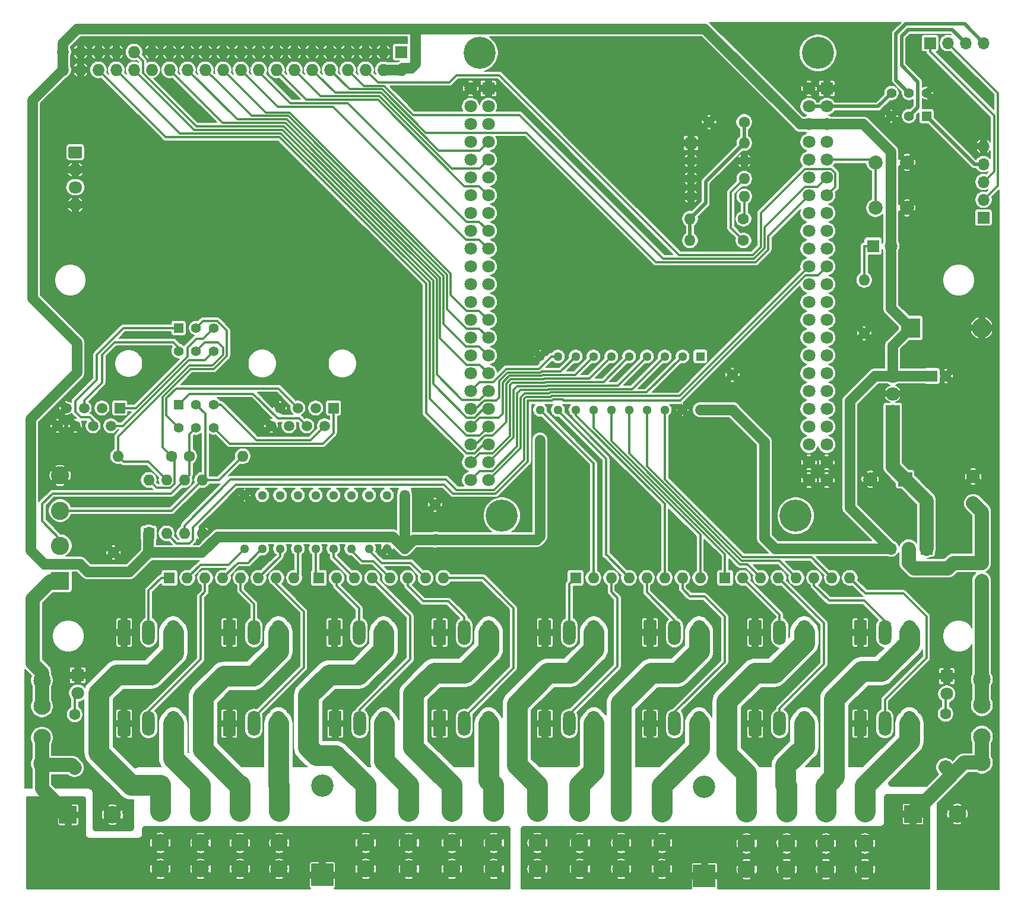
<source format=gbr>
G04 #@! TF.GenerationSoftware,KiCad,Pcbnew,(5.1.5)-3*
G04 #@! TF.CreationDate,2020-01-12T17:42:33-05:00*
G04 #@! TF.ProjectId,BBB_16,4242425f-3136-42e6-9b69-6361645f7063,v1*
G04 #@! TF.SameCoordinates,Original*
G04 #@! TF.FileFunction,Copper,L1,Top*
G04 #@! TF.FilePolarity,Positive*
%FSLAX46Y46*%
G04 Gerber Fmt 4.6, Leading zero omitted, Abs format (unit mm)*
G04 Created by KiCad (PCBNEW (5.1.5)-3) date 2020-01-12 17:42:33*
%MOMM*%
%LPD*%
G04 APERTURE LIST*
%ADD10C,1.400000*%
%ADD11R,1.400000X1.400000*%
%ADD12O,1.700000X1.700000*%
%ADD13R,1.700000X1.700000*%
%ADD14C,1.904000*%
%ADD15C,1.500000*%
%ADD16R,1.500000X1.500000*%
%ADD17O,1.600000X1.600000*%
%ADD18R,1.600000X1.600000*%
%ADD19C,1.800000*%
%ADD20R,1.800000X1.800000*%
%ADD21C,4.572000*%
%ADD22C,2.000000*%
%ADD23C,1.600000*%
%ADD24O,2.000000X1.905000*%
%ADD25R,2.000000X1.905000*%
%ADD26O,1.950000X1.700000*%
%ADD27C,0.100000*%
%ADD28C,2.475000*%
%ADD29R,1.295400X1.295400*%
%ADD30C,1.295400*%
%ADD31R,2.000000X2.000000*%
%ADD32O,1.727200X1.727200*%
%ADD33R,1.727200X1.727200*%
%ADD34O,2.800000X2.800000*%
%ADD35R,2.800000X2.800000*%
%ADD36O,1.800000X3.600000*%
%ADD37O,3.200000X3.200000*%
%ADD38R,3.200000X3.200000*%
%ADD39C,2.600000*%
%ADD40R,2.600000X2.600000*%
%ADD41C,2.500000*%
%ADD42R,2.500000X2.500000*%
%ADD43C,0.800000*%
%ADD44C,1.500000*%
%ADD45C,2.000000*%
%ADD46C,0.350000*%
%ADD47C,2.999999*%
%ADD48C,3.000000*%
%ADD49C,0.500000*%
%ADD50C,0.254000*%
%ADD51C,0.200000*%
G04 APERTURE END LIST*
D10*
X101861000Y-76451800D03*
X99361000Y-76451800D03*
X96861000Y-76451800D03*
X101861000Y-73151800D03*
X99361000Y-73151800D03*
D11*
X96861000Y-73151800D03*
D12*
X211669000Y-32511800D03*
X209129000Y-32511800D03*
X206589000Y-32511800D03*
D13*
X204049000Y-32511800D03*
D14*
X210195459Y-94361360D03*
X210195459Y-98171360D03*
D12*
X211415000Y-109219800D03*
X211415000Y-106679800D03*
D13*
X211415000Y-104139800D03*
D10*
X101861000Y-87373800D03*
X99361000Y-87373800D03*
X96861000Y-87373800D03*
X101861000Y-84073800D03*
X99361000Y-84073800D03*
D11*
X96861000Y-84073800D03*
D15*
X79589000Y-87121800D03*
X80859000Y-84581800D03*
X82129000Y-87121800D03*
X83399000Y-84581800D03*
X84669000Y-87121800D03*
X85939000Y-84581800D03*
X87209000Y-87121800D03*
D16*
X88479000Y-84581800D03*
D17*
X177547000Y-46769800D03*
X169927000Y-54389800D03*
X177547000Y-49309800D03*
X169927000Y-51849800D03*
X177547000Y-51849800D03*
X169927000Y-49309800D03*
X177547000Y-54389800D03*
D18*
X169927000Y-46769800D03*
D19*
X138517000Y-94868800D03*
X141057000Y-94868800D03*
X138517000Y-92328800D03*
X141057000Y-92328800D03*
X138517000Y-89788800D03*
X141057000Y-89788800D03*
X138517000Y-87248800D03*
X141057000Y-87248800D03*
X138517000Y-84708800D03*
X141057000Y-84708800D03*
X138517000Y-82168800D03*
X141057000Y-82168800D03*
X138517000Y-79628800D03*
X141057000Y-79628800D03*
X138517000Y-77088800D03*
X141057000Y-77088800D03*
X138517000Y-74548800D03*
X141057000Y-74548800D03*
X138517000Y-72008800D03*
X141057000Y-72008800D03*
X138517000Y-69468800D03*
X141057000Y-69468800D03*
X138517000Y-66928800D03*
X141057000Y-66928800D03*
X138517000Y-64388800D03*
X141057000Y-64388800D03*
X138517000Y-61848800D03*
X141057000Y-61848800D03*
X138517000Y-59308800D03*
X141057000Y-59308800D03*
X138517000Y-56768800D03*
X141057000Y-56768800D03*
X138517000Y-54228800D03*
X141057000Y-54228800D03*
X138517000Y-51688800D03*
X141057000Y-51688800D03*
X138517000Y-49148800D03*
X141057000Y-49148800D03*
X138517000Y-46608800D03*
X141057000Y-46608800D03*
X138517000Y-44068800D03*
X141057000Y-44068800D03*
X138517000Y-41528800D03*
X141057000Y-41528800D03*
X138517000Y-38988800D03*
D20*
X141057000Y-38988800D03*
D19*
X186777000Y-94868800D03*
X189317000Y-94868800D03*
X186777000Y-92328800D03*
X189317000Y-92328800D03*
X186777000Y-89788800D03*
X189317000Y-89788800D03*
X186777000Y-87248800D03*
X189317000Y-87248800D03*
X186777000Y-84708800D03*
X189317000Y-84708800D03*
X186777000Y-82168800D03*
X189317000Y-82168800D03*
X186777000Y-79628800D03*
X189317000Y-79628800D03*
X186777000Y-77088800D03*
X189317000Y-77088800D03*
X186777000Y-74548800D03*
X189317000Y-74548800D03*
X186777000Y-72008800D03*
X189317000Y-72008800D03*
X186777000Y-69468800D03*
X189317000Y-69468800D03*
X186777000Y-66928800D03*
X189317000Y-66928800D03*
X186777000Y-64388800D03*
X189317000Y-64388800D03*
X186777000Y-61848800D03*
X189317000Y-61848800D03*
X186777000Y-59308800D03*
X189317000Y-59308800D03*
X186777000Y-56768800D03*
X189317000Y-56768800D03*
X186777000Y-54228800D03*
X189317000Y-54228800D03*
X186777000Y-51688800D03*
X189317000Y-51688800D03*
X186777000Y-49148800D03*
X189317000Y-49148800D03*
X186777000Y-46608800D03*
X189317000Y-46608800D03*
X186777000Y-44068800D03*
X189317000Y-44068800D03*
X186777000Y-41528800D03*
X189317000Y-41528800D03*
X186777000Y-38988800D03*
D20*
X189317000Y-38988800D03*
D21*
X142962000Y-99948800D03*
X139787000Y-33908800D03*
X188047000Y-33908800D03*
X184872000Y-99948800D03*
D22*
X200747000Y-56029800D03*
X196247000Y-56029800D03*
X200747000Y-49529800D03*
X196247000Y-49529800D03*
D17*
X194651000Y-66293800D03*
D23*
X194651000Y-73913800D03*
D24*
X198715000Y-80009800D03*
X198715000Y-82549800D03*
D25*
X198715000Y-85089800D03*
D19*
X206422200Y-125371000D03*
D20*
X206422200Y-122831000D03*
D19*
X82470200Y-125244000D03*
D20*
X82470200Y-122704000D03*
D19*
X198461000Y-61467800D03*
D20*
X195921000Y-61467800D03*
D17*
X169807000Y-60669800D03*
D23*
X177427000Y-60669800D03*
D17*
X169807000Y-57569800D03*
D23*
X177427000Y-57569800D03*
X172527000Y-43769800D03*
X177527000Y-43769800D03*
D17*
X88225000Y-91439800D03*
D23*
X95845000Y-91439800D03*
D10*
X198541000Y-39625800D03*
X201041000Y-39625800D03*
X203541000Y-39625800D03*
X198541000Y-42925800D03*
X201041000Y-42925800D03*
D11*
X203541000Y-42925800D03*
D12*
X198461000Y-104647800D03*
X201001000Y-104647800D03*
D13*
X203541000Y-104647800D03*
D26*
X82129000Y-55585800D03*
X82129000Y-53085800D03*
X82129000Y-50585800D03*
G04 #@! TA.AperFunction,ComponentPad*
D27*
G36*
X82878504Y-47237004D02*
G01*
X82902773Y-47240604D01*
X82926571Y-47246565D01*
X82949671Y-47254830D01*
X82971849Y-47265320D01*
X82992893Y-47277933D01*
X83012598Y-47292547D01*
X83030777Y-47309023D01*
X83047253Y-47327202D01*
X83061867Y-47346907D01*
X83074480Y-47367951D01*
X83084970Y-47390129D01*
X83093235Y-47413229D01*
X83099196Y-47437027D01*
X83102796Y-47461296D01*
X83104000Y-47485800D01*
X83104000Y-48685800D01*
X83102796Y-48710304D01*
X83099196Y-48734573D01*
X83093235Y-48758371D01*
X83084970Y-48781471D01*
X83074480Y-48803649D01*
X83061867Y-48824693D01*
X83047253Y-48844398D01*
X83030777Y-48862577D01*
X83012598Y-48879053D01*
X82992893Y-48893667D01*
X82971849Y-48906280D01*
X82949671Y-48916770D01*
X82926571Y-48925035D01*
X82902773Y-48930996D01*
X82878504Y-48934596D01*
X82854000Y-48935800D01*
X81404000Y-48935800D01*
X81379496Y-48934596D01*
X81355227Y-48930996D01*
X81331429Y-48925035D01*
X81308329Y-48916770D01*
X81286151Y-48906280D01*
X81265107Y-48893667D01*
X81245402Y-48879053D01*
X81227223Y-48862577D01*
X81210747Y-48844398D01*
X81196133Y-48824693D01*
X81183520Y-48803649D01*
X81173030Y-48781471D01*
X81164765Y-48758371D01*
X81158804Y-48734573D01*
X81155204Y-48710304D01*
X81154000Y-48685800D01*
X81154000Y-47485800D01*
X81155204Y-47461296D01*
X81158804Y-47437027D01*
X81164765Y-47413229D01*
X81173030Y-47390129D01*
X81183520Y-47367951D01*
X81196133Y-47346907D01*
X81210747Y-47327202D01*
X81227223Y-47309023D01*
X81245402Y-47292547D01*
X81265107Y-47277933D01*
X81286151Y-47265320D01*
X81308329Y-47254830D01*
X81331429Y-47246565D01*
X81355227Y-47240604D01*
X81379496Y-47237004D01*
X81404000Y-47235800D01*
X82854000Y-47235800D01*
X82878504Y-47237004D01*
G37*
G04 #@! TD.AperFunction*
D28*
X211426000Y-123281800D03*
X211426000Y-135181800D03*
X211426000Y-126981800D03*
X211426000Y-131481800D03*
D17*
X206244400Y-135835800D03*
D23*
X206244400Y-128215800D03*
D17*
X82038400Y-135912000D03*
D23*
X82038400Y-128292000D03*
D15*
X110069000Y-87121800D03*
X111339000Y-84581800D03*
X112609000Y-87121800D03*
X113879000Y-84581800D03*
X115149000Y-87121800D03*
X116419000Y-84581800D03*
X117689000Y-87121800D03*
D16*
X118959000Y-84581800D03*
D29*
X171283000Y-77215800D03*
D30*
X168743000Y-77215800D03*
X166203000Y-77215800D03*
X163663000Y-77215800D03*
X161123000Y-77215800D03*
X158583000Y-77215800D03*
X156043000Y-77215800D03*
X153503000Y-77215800D03*
X150963000Y-77215800D03*
X148423000Y-77215800D03*
X148423000Y-84835800D03*
X150963000Y-84835800D03*
X153503000Y-84835800D03*
X156043000Y-84835800D03*
X158583000Y-84835800D03*
X161123000Y-84835800D03*
X163663000Y-84835800D03*
X166203000Y-84835800D03*
X168743000Y-84835800D03*
X171283000Y-84835800D03*
X129119000Y-104647800D03*
X126579000Y-104647800D03*
X124039000Y-104647800D03*
X121499000Y-104647800D03*
X118959000Y-104647800D03*
X116419000Y-104647800D03*
X113879000Y-104647800D03*
X111339000Y-104647800D03*
X108799000Y-104647800D03*
X106259000Y-104647800D03*
X106259000Y-97027800D03*
X108799000Y-97027800D03*
X111339000Y-97027800D03*
X113879000Y-97027800D03*
X116419000Y-97027800D03*
X118959000Y-97027800D03*
X121499000Y-97027800D03*
X124039000Y-97027800D03*
X126579000Y-97027800D03*
D29*
X129119000Y-97027800D03*
D22*
X195493000Y-94741800D03*
D31*
X200493000Y-94741800D03*
D32*
X80351000Y-36321800D03*
X80351000Y-33781800D03*
X82891000Y-36321800D03*
X82891000Y-33781800D03*
X85431000Y-36321800D03*
X85431000Y-33781800D03*
X87971000Y-36321800D03*
X87971000Y-33781800D03*
X90511000Y-36321800D03*
X90511000Y-33781800D03*
X93051000Y-36321800D03*
X93051000Y-33781800D03*
X95591000Y-36321800D03*
X95591000Y-33781800D03*
X98131000Y-36321800D03*
X98131000Y-33781800D03*
X100671000Y-36321800D03*
X100671000Y-33781800D03*
X103211000Y-36321800D03*
X103211000Y-33781800D03*
X105751000Y-36321800D03*
X105751000Y-33781800D03*
X108291000Y-36321800D03*
X108291000Y-33781800D03*
X110831000Y-36321800D03*
X110831000Y-33781800D03*
X113371000Y-36321800D03*
X113371000Y-33781800D03*
X115911000Y-36321800D03*
X115911000Y-33781800D03*
X118451000Y-36321800D03*
X118451000Y-33781800D03*
X120991000Y-36321800D03*
X120991000Y-33781800D03*
X123531000Y-36321800D03*
X123531000Y-33781800D03*
X126071000Y-36321800D03*
X126071000Y-33781800D03*
X128611000Y-36321800D03*
D33*
X128611000Y-33781800D03*
D34*
X211415000Y-73151800D03*
D35*
X201255000Y-73151800D03*
D12*
X211669000Y-47243800D03*
X211669000Y-49783800D03*
X211669000Y-52323800D03*
X211669000Y-54863800D03*
D13*
X211669000Y-57403800D03*
D23*
X87601000Y-105217800D03*
X92601000Y-105217800D03*
D17*
X92611000Y-94847800D03*
X100231000Y-102467800D03*
X95151000Y-94847800D03*
X97691000Y-102467800D03*
X97691000Y-94847800D03*
X95151000Y-102467800D03*
X100231000Y-94847800D03*
D18*
X92611000Y-102467800D03*
D17*
X106005000Y-91439800D03*
D23*
X98385000Y-91439800D03*
D28*
X123512600Y-138398600D03*
X123512600Y-150298600D03*
X123512600Y-142098600D03*
X123512600Y-146598600D03*
D36*
X111100000Y-116600000D03*
X107600000Y-116600000D03*
G04 #@! TA.AperFunction,ComponentPad*
D27*
G36*
X104774504Y-114801204D02*
G01*
X104798773Y-114804804D01*
X104822571Y-114810765D01*
X104845671Y-114819030D01*
X104867849Y-114829520D01*
X104888893Y-114842133D01*
X104908598Y-114856747D01*
X104926777Y-114873223D01*
X104943253Y-114891402D01*
X104957867Y-114911107D01*
X104970480Y-114932151D01*
X104980970Y-114954329D01*
X104989235Y-114977429D01*
X104995196Y-115001227D01*
X104998796Y-115025496D01*
X105000000Y-115050000D01*
X105000000Y-118150000D01*
X104998796Y-118174504D01*
X104995196Y-118198773D01*
X104989235Y-118222571D01*
X104980970Y-118245671D01*
X104970480Y-118267849D01*
X104957867Y-118288893D01*
X104943253Y-118308598D01*
X104926777Y-118326777D01*
X104908598Y-118343253D01*
X104888893Y-118357867D01*
X104867849Y-118370480D01*
X104845671Y-118380970D01*
X104822571Y-118389235D01*
X104798773Y-118395196D01*
X104774504Y-118398796D01*
X104750000Y-118400000D01*
X103450000Y-118400000D01*
X103425496Y-118398796D01*
X103401227Y-118395196D01*
X103377429Y-118389235D01*
X103354329Y-118380970D01*
X103332151Y-118370480D01*
X103311107Y-118357867D01*
X103291402Y-118343253D01*
X103273223Y-118326777D01*
X103256747Y-118308598D01*
X103242133Y-118288893D01*
X103229520Y-118267849D01*
X103219030Y-118245671D01*
X103210765Y-118222571D01*
X103204804Y-118198773D01*
X103201204Y-118174504D01*
X103200000Y-118150000D01*
X103200000Y-115050000D01*
X103201204Y-115025496D01*
X103204804Y-115001227D01*
X103210765Y-114977429D01*
X103219030Y-114954329D01*
X103229520Y-114932151D01*
X103242133Y-114911107D01*
X103256747Y-114891402D01*
X103273223Y-114873223D01*
X103291402Y-114856747D01*
X103311107Y-114842133D01*
X103332151Y-114829520D01*
X103354329Y-114819030D01*
X103377429Y-114810765D01*
X103401227Y-114804804D01*
X103425496Y-114801204D01*
X103450000Y-114800000D01*
X104750000Y-114800000D01*
X104774504Y-114801204D01*
G37*
G04 #@! TD.AperFunction*
D28*
X105567600Y-138403600D03*
X105567600Y-150303600D03*
X105567600Y-142103600D03*
X105567600Y-146603600D03*
D37*
X171847600Y-138605000D03*
D38*
X171847600Y-151305000D03*
D37*
X117332600Y-138468600D03*
D38*
X117332600Y-151168600D03*
D23*
X175855000Y-79835800D03*
X175855000Y-84835800D03*
D17*
X192592600Y-108813600D03*
X190052600Y-108813600D03*
X187512600Y-108813600D03*
X184972600Y-108813600D03*
X182432600Y-108813600D03*
X179892600Y-108813600D03*
X177352600Y-108813600D03*
D18*
X174812600Y-108813600D03*
D17*
X171266200Y-108813600D03*
X168726200Y-108813600D03*
X166186200Y-108813600D03*
X163646200Y-108813600D03*
X161106200Y-108813600D03*
X158566200Y-108813600D03*
X156026200Y-108813600D03*
D18*
X153486200Y-108813600D03*
D17*
X134632700Y-108813600D03*
X132092700Y-108813600D03*
X129552700Y-108813600D03*
X127012700Y-108813600D03*
X124472700Y-108813600D03*
X121932700Y-108813600D03*
X119392700Y-108813600D03*
D18*
X116852700Y-108813600D03*
D17*
X113341500Y-108813600D03*
X110801500Y-108813600D03*
X108261500Y-108813600D03*
X105721500Y-108813600D03*
X103181500Y-108813600D03*
X100641500Y-108813600D03*
X98101500Y-108813600D03*
D18*
X95561500Y-108813600D03*
D36*
X201100000Y-129600000D03*
X197600000Y-129600000D03*
G04 #@! TA.AperFunction,ComponentPad*
D27*
G36*
X194774504Y-127801204D02*
G01*
X194798773Y-127804804D01*
X194822571Y-127810765D01*
X194845671Y-127819030D01*
X194867849Y-127829520D01*
X194888893Y-127842133D01*
X194908598Y-127856747D01*
X194926777Y-127873223D01*
X194943253Y-127891402D01*
X194957867Y-127911107D01*
X194970480Y-127932151D01*
X194980970Y-127954329D01*
X194989235Y-127977429D01*
X194995196Y-128001227D01*
X194998796Y-128025496D01*
X195000000Y-128050000D01*
X195000000Y-131150000D01*
X194998796Y-131174504D01*
X194995196Y-131198773D01*
X194989235Y-131222571D01*
X194980970Y-131245671D01*
X194970480Y-131267849D01*
X194957867Y-131288893D01*
X194943253Y-131308598D01*
X194926777Y-131326777D01*
X194908598Y-131343253D01*
X194888893Y-131357867D01*
X194867849Y-131370480D01*
X194845671Y-131380970D01*
X194822571Y-131389235D01*
X194798773Y-131395196D01*
X194774504Y-131398796D01*
X194750000Y-131400000D01*
X193450000Y-131400000D01*
X193425496Y-131398796D01*
X193401227Y-131395196D01*
X193377429Y-131389235D01*
X193354329Y-131380970D01*
X193332151Y-131370480D01*
X193311107Y-131357867D01*
X193291402Y-131343253D01*
X193273223Y-131326777D01*
X193256747Y-131308598D01*
X193242133Y-131288893D01*
X193229520Y-131267849D01*
X193219030Y-131245671D01*
X193210765Y-131222571D01*
X193204804Y-131198773D01*
X193201204Y-131174504D01*
X193200000Y-131150000D01*
X193200000Y-128050000D01*
X193201204Y-128025496D01*
X193204804Y-128001227D01*
X193210765Y-127977429D01*
X193219030Y-127954329D01*
X193229520Y-127932151D01*
X193242133Y-127911107D01*
X193256747Y-127891402D01*
X193273223Y-127873223D01*
X193291402Y-127856747D01*
X193311107Y-127842133D01*
X193332151Y-127829520D01*
X193354329Y-127819030D01*
X193377429Y-127810765D01*
X193401227Y-127804804D01*
X193425496Y-127801204D01*
X193450000Y-127800000D01*
X194750000Y-127800000D01*
X194774504Y-127801204D01*
G37*
G04 #@! TD.AperFunction*
D36*
X201100000Y-116600000D03*
X197600000Y-116600000D03*
G04 #@! TA.AperFunction,ComponentPad*
D27*
G36*
X194774504Y-114801204D02*
G01*
X194798773Y-114804804D01*
X194822571Y-114810765D01*
X194845671Y-114819030D01*
X194867849Y-114829520D01*
X194888893Y-114842133D01*
X194908598Y-114856747D01*
X194926777Y-114873223D01*
X194943253Y-114891402D01*
X194957867Y-114911107D01*
X194970480Y-114932151D01*
X194980970Y-114954329D01*
X194989235Y-114977429D01*
X194995196Y-115001227D01*
X194998796Y-115025496D01*
X195000000Y-115050000D01*
X195000000Y-118150000D01*
X194998796Y-118174504D01*
X194995196Y-118198773D01*
X194989235Y-118222571D01*
X194980970Y-118245671D01*
X194970480Y-118267849D01*
X194957867Y-118288893D01*
X194943253Y-118308598D01*
X194926777Y-118326777D01*
X194908598Y-118343253D01*
X194888893Y-118357867D01*
X194867849Y-118370480D01*
X194845671Y-118380970D01*
X194822571Y-118389235D01*
X194798773Y-118395196D01*
X194774504Y-118398796D01*
X194750000Y-118400000D01*
X193450000Y-118400000D01*
X193425496Y-118398796D01*
X193401227Y-118395196D01*
X193377429Y-118389235D01*
X193354329Y-118380970D01*
X193332151Y-118370480D01*
X193311107Y-118357867D01*
X193291402Y-118343253D01*
X193273223Y-118326777D01*
X193256747Y-118308598D01*
X193242133Y-118288893D01*
X193229520Y-118267849D01*
X193219030Y-118245671D01*
X193210765Y-118222571D01*
X193204804Y-118198773D01*
X193201204Y-118174504D01*
X193200000Y-118150000D01*
X193200000Y-115050000D01*
X193201204Y-115025496D01*
X193204804Y-115001227D01*
X193210765Y-114977429D01*
X193219030Y-114954329D01*
X193229520Y-114932151D01*
X193242133Y-114911107D01*
X193256747Y-114891402D01*
X193273223Y-114873223D01*
X193291402Y-114856747D01*
X193311107Y-114842133D01*
X193332151Y-114829520D01*
X193354329Y-114819030D01*
X193377429Y-114810765D01*
X193401227Y-114804804D01*
X193425496Y-114801204D01*
X193450000Y-114800000D01*
X194750000Y-114800000D01*
X194774504Y-114801204D01*
G37*
G04 #@! TD.AperFunction*
D36*
X186100000Y-129600000D03*
X182600000Y-129600000D03*
G04 #@! TA.AperFunction,ComponentPad*
D27*
G36*
X179774504Y-127801204D02*
G01*
X179798773Y-127804804D01*
X179822571Y-127810765D01*
X179845671Y-127819030D01*
X179867849Y-127829520D01*
X179888893Y-127842133D01*
X179908598Y-127856747D01*
X179926777Y-127873223D01*
X179943253Y-127891402D01*
X179957867Y-127911107D01*
X179970480Y-127932151D01*
X179980970Y-127954329D01*
X179989235Y-127977429D01*
X179995196Y-128001227D01*
X179998796Y-128025496D01*
X180000000Y-128050000D01*
X180000000Y-131150000D01*
X179998796Y-131174504D01*
X179995196Y-131198773D01*
X179989235Y-131222571D01*
X179980970Y-131245671D01*
X179970480Y-131267849D01*
X179957867Y-131288893D01*
X179943253Y-131308598D01*
X179926777Y-131326777D01*
X179908598Y-131343253D01*
X179888893Y-131357867D01*
X179867849Y-131370480D01*
X179845671Y-131380970D01*
X179822571Y-131389235D01*
X179798773Y-131395196D01*
X179774504Y-131398796D01*
X179750000Y-131400000D01*
X178450000Y-131400000D01*
X178425496Y-131398796D01*
X178401227Y-131395196D01*
X178377429Y-131389235D01*
X178354329Y-131380970D01*
X178332151Y-131370480D01*
X178311107Y-131357867D01*
X178291402Y-131343253D01*
X178273223Y-131326777D01*
X178256747Y-131308598D01*
X178242133Y-131288893D01*
X178229520Y-131267849D01*
X178219030Y-131245671D01*
X178210765Y-131222571D01*
X178204804Y-131198773D01*
X178201204Y-131174504D01*
X178200000Y-131150000D01*
X178200000Y-128050000D01*
X178201204Y-128025496D01*
X178204804Y-128001227D01*
X178210765Y-127977429D01*
X178219030Y-127954329D01*
X178229520Y-127932151D01*
X178242133Y-127911107D01*
X178256747Y-127891402D01*
X178273223Y-127873223D01*
X178291402Y-127856747D01*
X178311107Y-127842133D01*
X178332151Y-127829520D01*
X178354329Y-127819030D01*
X178377429Y-127810765D01*
X178401227Y-127804804D01*
X178425496Y-127801204D01*
X178450000Y-127800000D01*
X179750000Y-127800000D01*
X179774504Y-127801204D01*
G37*
G04 #@! TD.AperFunction*
D36*
X186100000Y-116600000D03*
X182600000Y-116600000D03*
G04 #@! TA.AperFunction,ComponentPad*
D27*
G36*
X179774504Y-114801204D02*
G01*
X179798773Y-114804804D01*
X179822571Y-114810765D01*
X179845671Y-114819030D01*
X179867849Y-114829520D01*
X179888893Y-114842133D01*
X179908598Y-114856747D01*
X179926777Y-114873223D01*
X179943253Y-114891402D01*
X179957867Y-114911107D01*
X179970480Y-114932151D01*
X179980970Y-114954329D01*
X179989235Y-114977429D01*
X179995196Y-115001227D01*
X179998796Y-115025496D01*
X180000000Y-115050000D01*
X180000000Y-118150000D01*
X179998796Y-118174504D01*
X179995196Y-118198773D01*
X179989235Y-118222571D01*
X179980970Y-118245671D01*
X179970480Y-118267849D01*
X179957867Y-118288893D01*
X179943253Y-118308598D01*
X179926777Y-118326777D01*
X179908598Y-118343253D01*
X179888893Y-118357867D01*
X179867849Y-118370480D01*
X179845671Y-118380970D01*
X179822571Y-118389235D01*
X179798773Y-118395196D01*
X179774504Y-118398796D01*
X179750000Y-118400000D01*
X178450000Y-118400000D01*
X178425496Y-118398796D01*
X178401227Y-118395196D01*
X178377429Y-118389235D01*
X178354329Y-118380970D01*
X178332151Y-118370480D01*
X178311107Y-118357867D01*
X178291402Y-118343253D01*
X178273223Y-118326777D01*
X178256747Y-118308598D01*
X178242133Y-118288893D01*
X178229520Y-118267849D01*
X178219030Y-118245671D01*
X178210765Y-118222571D01*
X178204804Y-118198773D01*
X178201204Y-118174504D01*
X178200000Y-118150000D01*
X178200000Y-115050000D01*
X178201204Y-115025496D01*
X178204804Y-115001227D01*
X178210765Y-114977429D01*
X178219030Y-114954329D01*
X178229520Y-114932151D01*
X178242133Y-114911107D01*
X178256747Y-114891402D01*
X178273223Y-114873223D01*
X178291402Y-114856747D01*
X178311107Y-114842133D01*
X178332151Y-114829520D01*
X178354329Y-114819030D01*
X178377429Y-114810765D01*
X178401227Y-114804804D01*
X178425496Y-114801204D01*
X178450000Y-114800000D01*
X179750000Y-114800000D01*
X179774504Y-114801204D01*
G37*
G04 #@! TD.AperFunction*
D36*
X171100000Y-129600000D03*
X167600000Y-129600000D03*
G04 #@! TA.AperFunction,ComponentPad*
D27*
G36*
X164774504Y-127801204D02*
G01*
X164798773Y-127804804D01*
X164822571Y-127810765D01*
X164845671Y-127819030D01*
X164867849Y-127829520D01*
X164888893Y-127842133D01*
X164908598Y-127856747D01*
X164926777Y-127873223D01*
X164943253Y-127891402D01*
X164957867Y-127911107D01*
X164970480Y-127932151D01*
X164980970Y-127954329D01*
X164989235Y-127977429D01*
X164995196Y-128001227D01*
X164998796Y-128025496D01*
X165000000Y-128050000D01*
X165000000Y-131150000D01*
X164998796Y-131174504D01*
X164995196Y-131198773D01*
X164989235Y-131222571D01*
X164980970Y-131245671D01*
X164970480Y-131267849D01*
X164957867Y-131288893D01*
X164943253Y-131308598D01*
X164926777Y-131326777D01*
X164908598Y-131343253D01*
X164888893Y-131357867D01*
X164867849Y-131370480D01*
X164845671Y-131380970D01*
X164822571Y-131389235D01*
X164798773Y-131395196D01*
X164774504Y-131398796D01*
X164750000Y-131400000D01*
X163450000Y-131400000D01*
X163425496Y-131398796D01*
X163401227Y-131395196D01*
X163377429Y-131389235D01*
X163354329Y-131380970D01*
X163332151Y-131370480D01*
X163311107Y-131357867D01*
X163291402Y-131343253D01*
X163273223Y-131326777D01*
X163256747Y-131308598D01*
X163242133Y-131288893D01*
X163229520Y-131267849D01*
X163219030Y-131245671D01*
X163210765Y-131222571D01*
X163204804Y-131198773D01*
X163201204Y-131174504D01*
X163200000Y-131150000D01*
X163200000Y-128050000D01*
X163201204Y-128025496D01*
X163204804Y-128001227D01*
X163210765Y-127977429D01*
X163219030Y-127954329D01*
X163229520Y-127932151D01*
X163242133Y-127911107D01*
X163256747Y-127891402D01*
X163273223Y-127873223D01*
X163291402Y-127856747D01*
X163311107Y-127842133D01*
X163332151Y-127829520D01*
X163354329Y-127819030D01*
X163377429Y-127810765D01*
X163401227Y-127804804D01*
X163425496Y-127801204D01*
X163450000Y-127800000D01*
X164750000Y-127800000D01*
X164774504Y-127801204D01*
G37*
G04 #@! TD.AperFunction*
D36*
X171100000Y-116600000D03*
X167600000Y-116600000D03*
G04 #@! TA.AperFunction,ComponentPad*
D27*
G36*
X164774504Y-114801204D02*
G01*
X164798773Y-114804804D01*
X164822571Y-114810765D01*
X164845671Y-114819030D01*
X164867849Y-114829520D01*
X164888893Y-114842133D01*
X164908598Y-114856747D01*
X164926777Y-114873223D01*
X164943253Y-114891402D01*
X164957867Y-114911107D01*
X164970480Y-114932151D01*
X164980970Y-114954329D01*
X164989235Y-114977429D01*
X164995196Y-115001227D01*
X164998796Y-115025496D01*
X165000000Y-115050000D01*
X165000000Y-118150000D01*
X164998796Y-118174504D01*
X164995196Y-118198773D01*
X164989235Y-118222571D01*
X164980970Y-118245671D01*
X164970480Y-118267849D01*
X164957867Y-118288893D01*
X164943253Y-118308598D01*
X164926777Y-118326777D01*
X164908598Y-118343253D01*
X164888893Y-118357867D01*
X164867849Y-118370480D01*
X164845671Y-118380970D01*
X164822571Y-118389235D01*
X164798773Y-118395196D01*
X164774504Y-118398796D01*
X164750000Y-118400000D01*
X163450000Y-118400000D01*
X163425496Y-118398796D01*
X163401227Y-118395196D01*
X163377429Y-118389235D01*
X163354329Y-118380970D01*
X163332151Y-118370480D01*
X163311107Y-118357867D01*
X163291402Y-118343253D01*
X163273223Y-118326777D01*
X163256747Y-118308598D01*
X163242133Y-118288893D01*
X163229520Y-118267849D01*
X163219030Y-118245671D01*
X163210765Y-118222571D01*
X163204804Y-118198773D01*
X163201204Y-118174504D01*
X163200000Y-118150000D01*
X163200000Y-115050000D01*
X163201204Y-115025496D01*
X163204804Y-115001227D01*
X163210765Y-114977429D01*
X163219030Y-114954329D01*
X163229520Y-114932151D01*
X163242133Y-114911107D01*
X163256747Y-114891402D01*
X163273223Y-114873223D01*
X163291402Y-114856747D01*
X163311107Y-114842133D01*
X163332151Y-114829520D01*
X163354329Y-114819030D01*
X163377429Y-114810765D01*
X163401227Y-114804804D01*
X163425496Y-114801204D01*
X163450000Y-114800000D01*
X164750000Y-114800000D01*
X164774504Y-114801204D01*
G37*
G04 #@! TD.AperFunction*
D36*
X156100000Y-129600000D03*
X152600000Y-129600000D03*
G04 #@! TA.AperFunction,ComponentPad*
D27*
G36*
X149774504Y-127801204D02*
G01*
X149798773Y-127804804D01*
X149822571Y-127810765D01*
X149845671Y-127819030D01*
X149867849Y-127829520D01*
X149888893Y-127842133D01*
X149908598Y-127856747D01*
X149926777Y-127873223D01*
X149943253Y-127891402D01*
X149957867Y-127911107D01*
X149970480Y-127932151D01*
X149980970Y-127954329D01*
X149989235Y-127977429D01*
X149995196Y-128001227D01*
X149998796Y-128025496D01*
X150000000Y-128050000D01*
X150000000Y-131150000D01*
X149998796Y-131174504D01*
X149995196Y-131198773D01*
X149989235Y-131222571D01*
X149980970Y-131245671D01*
X149970480Y-131267849D01*
X149957867Y-131288893D01*
X149943253Y-131308598D01*
X149926777Y-131326777D01*
X149908598Y-131343253D01*
X149888893Y-131357867D01*
X149867849Y-131370480D01*
X149845671Y-131380970D01*
X149822571Y-131389235D01*
X149798773Y-131395196D01*
X149774504Y-131398796D01*
X149750000Y-131400000D01*
X148450000Y-131400000D01*
X148425496Y-131398796D01*
X148401227Y-131395196D01*
X148377429Y-131389235D01*
X148354329Y-131380970D01*
X148332151Y-131370480D01*
X148311107Y-131357867D01*
X148291402Y-131343253D01*
X148273223Y-131326777D01*
X148256747Y-131308598D01*
X148242133Y-131288893D01*
X148229520Y-131267849D01*
X148219030Y-131245671D01*
X148210765Y-131222571D01*
X148204804Y-131198773D01*
X148201204Y-131174504D01*
X148200000Y-131150000D01*
X148200000Y-128050000D01*
X148201204Y-128025496D01*
X148204804Y-128001227D01*
X148210765Y-127977429D01*
X148219030Y-127954329D01*
X148229520Y-127932151D01*
X148242133Y-127911107D01*
X148256747Y-127891402D01*
X148273223Y-127873223D01*
X148291402Y-127856747D01*
X148311107Y-127842133D01*
X148332151Y-127829520D01*
X148354329Y-127819030D01*
X148377429Y-127810765D01*
X148401227Y-127804804D01*
X148425496Y-127801204D01*
X148450000Y-127800000D01*
X149750000Y-127800000D01*
X149774504Y-127801204D01*
G37*
G04 #@! TD.AperFunction*
D36*
X156100000Y-116600000D03*
X152600000Y-116600000D03*
G04 #@! TA.AperFunction,ComponentPad*
D27*
G36*
X149774504Y-114801204D02*
G01*
X149798773Y-114804804D01*
X149822571Y-114810765D01*
X149845671Y-114819030D01*
X149867849Y-114829520D01*
X149888893Y-114842133D01*
X149908598Y-114856747D01*
X149926777Y-114873223D01*
X149943253Y-114891402D01*
X149957867Y-114911107D01*
X149970480Y-114932151D01*
X149980970Y-114954329D01*
X149989235Y-114977429D01*
X149995196Y-115001227D01*
X149998796Y-115025496D01*
X150000000Y-115050000D01*
X150000000Y-118150000D01*
X149998796Y-118174504D01*
X149995196Y-118198773D01*
X149989235Y-118222571D01*
X149980970Y-118245671D01*
X149970480Y-118267849D01*
X149957867Y-118288893D01*
X149943253Y-118308598D01*
X149926777Y-118326777D01*
X149908598Y-118343253D01*
X149888893Y-118357867D01*
X149867849Y-118370480D01*
X149845671Y-118380970D01*
X149822571Y-118389235D01*
X149798773Y-118395196D01*
X149774504Y-118398796D01*
X149750000Y-118400000D01*
X148450000Y-118400000D01*
X148425496Y-118398796D01*
X148401227Y-118395196D01*
X148377429Y-118389235D01*
X148354329Y-118380970D01*
X148332151Y-118370480D01*
X148311107Y-118357867D01*
X148291402Y-118343253D01*
X148273223Y-118326777D01*
X148256747Y-118308598D01*
X148242133Y-118288893D01*
X148229520Y-118267849D01*
X148219030Y-118245671D01*
X148210765Y-118222571D01*
X148204804Y-118198773D01*
X148201204Y-118174504D01*
X148200000Y-118150000D01*
X148200000Y-115050000D01*
X148201204Y-115025496D01*
X148204804Y-115001227D01*
X148210765Y-114977429D01*
X148219030Y-114954329D01*
X148229520Y-114932151D01*
X148242133Y-114911107D01*
X148256747Y-114891402D01*
X148273223Y-114873223D01*
X148291402Y-114856747D01*
X148311107Y-114842133D01*
X148332151Y-114829520D01*
X148354329Y-114819030D01*
X148377429Y-114810765D01*
X148401227Y-114804804D01*
X148425496Y-114801204D01*
X148450000Y-114800000D01*
X149750000Y-114800000D01*
X149774504Y-114801204D01*
G37*
G04 #@! TD.AperFunction*
D36*
X141100000Y-129600000D03*
X137600000Y-129600000D03*
G04 #@! TA.AperFunction,ComponentPad*
D27*
G36*
X134774504Y-127801204D02*
G01*
X134798773Y-127804804D01*
X134822571Y-127810765D01*
X134845671Y-127819030D01*
X134867849Y-127829520D01*
X134888893Y-127842133D01*
X134908598Y-127856747D01*
X134926777Y-127873223D01*
X134943253Y-127891402D01*
X134957867Y-127911107D01*
X134970480Y-127932151D01*
X134980970Y-127954329D01*
X134989235Y-127977429D01*
X134995196Y-128001227D01*
X134998796Y-128025496D01*
X135000000Y-128050000D01*
X135000000Y-131150000D01*
X134998796Y-131174504D01*
X134995196Y-131198773D01*
X134989235Y-131222571D01*
X134980970Y-131245671D01*
X134970480Y-131267849D01*
X134957867Y-131288893D01*
X134943253Y-131308598D01*
X134926777Y-131326777D01*
X134908598Y-131343253D01*
X134888893Y-131357867D01*
X134867849Y-131370480D01*
X134845671Y-131380970D01*
X134822571Y-131389235D01*
X134798773Y-131395196D01*
X134774504Y-131398796D01*
X134750000Y-131400000D01*
X133450000Y-131400000D01*
X133425496Y-131398796D01*
X133401227Y-131395196D01*
X133377429Y-131389235D01*
X133354329Y-131380970D01*
X133332151Y-131370480D01*
X133311107Y-131357867D01*
X133291402Y-131343253D01*
X133273223Y-131326777D01*
X133256747Y-131308598D01*
X133242133Y-131288893D01*
X133229520Y-131267849D01*
X133219030Y-131245671D01*
X133210765Y-131222571D01*
X133204804Y-131198773D01*
X133201204Y-131174504D01*
X133200000Y-131150000D01*
X133200000Y-128050000D01*
X133201204Y-128025496D01*
X133204804Y-128001227D01*
X133210765Y-127977429D01*
X133219030Y-127954329D01*
X133229520Y-127932151D01*
X133242133Y-127911107D01*
X133256747Y-127891402D01*
X133273223Y-127873223D01*
X133291402Y-127856747D01*
X133311107Y-127842133D01*
X133332151Y-127829520D01*
X133354329Y-127819030D01*
X133377429Y-127810765D01*
X133401227Y-127804804D01*
X133425496Y-127801204D01*
X133450000Y-127800000D01*
X134750000Y-127800000D01*
X134774504Y-127801204D01*
G37*
G04 #@! TD.AperFunction*
D36*
X141100000Y-116600000D03*
X137600000Y-116600000D03*
G04 #@! TA.AperFunction,ComponentPad*
D27*
G36*
X134774504Y-114801204D02*
G01*
X134798773Y-114804804D01*
X134822571Y-114810765D01*
X134845671Y-114819030D01*
X134867849Y-114829520D01*
X134888893Y-114842133D01*
X134908598Y-114856747D01*
X134926777Y-114873223D01*
X134943253Y-114891402D01*
X134957867Y-114911107D01*
X134970480Y-114932151D01*
X134980970Y-114954329D01*
X134989235Y-114977429D01*
X134995196Y-115001227D01*
X134998796Y-115025496D01*
X135000000Y-115050000D01*
X135000000Y-118150000D01*
X134998796Y-118174504D01*
X134995196Y-118198773D01*
X134989235Y-118222571D01*
X134980970Y-118245671D01*
X134970480Y-118267849D01*
X134957867Y-118288893D01*
X134943253Y-118308598D01*
X134926777Y-118326777D01*
X134908598Y-118343253D01*
X134888893Y-118357867D01*
X134867849Y-118370480D01*
X134845671Y-118380970D01*
X134822571Y-118389235D01*
X134798773Y-118395196D01*
X134774504Y-118398796D01*
X134750000Y-118400000D01*
X133450000Y-118400000D01*
X133425496Y-118398796D01*
X133401227Y-118395196D01*
X133377429Y-118389235D01*
X133354329Y-118380970D01*
X133332151Y-118370480D01*
X133311107Y-118357867D01*
X133291402Y-118343253D01*
X133273223Y-118326777D01*
X133256747Y-118308598D01*
X133242133Y-118288893D01*
X133229520Y-118267849D01*
X133219030Y-118245671D01*
X133210765Y-118222571D01*
X133204804Y-118198773D01*
X133201204Y-118174504D01*
X133200000Y-118150000D01*
X133200000Y-115050000D01*
X133201204Y-115025496D01*
X133204804Y-115001227D01*
X133210765Y-114977429D01*
X133219030Y-114954329D01*
X133229520Y-114932151D01*
X133242133Y-114911107D01*
X133256747Y-114891402D01*
X133273223Y-114873223D01*
X133291402Y-114856747D01*
X133311107Y-114842133D01*
X133332151Y-114829520D01*
X133354329Y-114819030D01*
X133377429Y-114810765D01*
X133401227Y-114804804D01*
X133425496Y-114801204D01*
X133450000Y-114800000D01*
X134750000Y-114800000D01*
X134774504Y-114801204D01*
G37*
G04 #@! TD.AperFunction*
D36*
X126214342Y-129600000D03*
X122714342Y-129600000D03*
G04 #@! TA.AperFunction,ComponentPad*
D27*
G36*
X119888846Y-127801204D02*
G01*
X119913115Y-127804804D01*
X119936913Y-127810765D01*
X119960013Y-127819030D01*
X119982191Y-127829520D01*
X120003235Y-127842133D01*
X120022940Y-127856747D01*
X120041119Y-127873223D01*
X120057595Y-127891402D01*
X120072209Y-127911107D01*
X120084822Y-127932151D01*
X120095312Y-127954329D01*
X120103577Y-127977429D01*
X120109538Y-128001227D01*
X120113138Y-128025496D01*
X120114342Y-128050000D01*
X120114342Y-131150000D01*
X120113138Y-131174504D01*
X120109538Y-131198773D01*
X120103577Y-131222571D01*
X120095312Y-131245671D01*
X120084822Y-131267849D01*
X120072209Y-131288893D01*
X120057595Y-131308598D01*
X120041119Y-131326777D01*
X120022940Y-131343253D01*
X120003235Y-131357867D01*
X119982191Y-131370480D01*
X119960013Y-131380970D01*
X119936913Y-131389235D01*
X119913115Y-131395196D01*
X119888846Y-131398796D01*
X119864342Y-131400000D01*
X118564342Y-131400000D01*
X118539838Y-131398796D01*
X118515569Y-131395196D01*
X118491771Y-131389235D01*
X118468671Y-131380970D01*
X118446493Y-131370480D01*
X118425449Y-131357867D01*
X118405744Y-131343253D01*
X118387565Y-131326777D01*
X118371089Y-131308598D01*
X118356475Y-131288893D01*
X118343862Y-131267849D01*
X118333372Y-131245671D01*
X118325107Y-131222571D01*
X118319146Y-131198773D01*
X118315546Y-131174504D01*
X118314342Y-131150000D01*
X118314342Y-128050000D01*
X118315546Y-128025496D01*
X118319146Y-128001227D01*
X118325107Y-127977429D01*
X118333372Y-127954329D01*
X118343862Y-127932151D01*
X118356475Y-127911107D01*
X118371089Y-127891402D01*
X118387565Y-127873223D01*
X118405744Y-127856747D01*
X118425449Y-127842133D01*
X118446493Y-127829520D01*
X118468671Y-127819030D01*
X118491771Y-127810765D01*
X118515569Y-127804804D01*
X118539838Y-127801204D01*
X118564342Y-127800000D01*
X119864342Y-127800000D01*
X119888846Y-127801204D01*
G37*
G04 #@! TD.AperFunction*
D36*
X126100000Y-116600000D03*
X122600000Y-116600000D03*
G04 #@! TA.AperFunction,ComponentPad*
D27*
G36*
X119774504Y-114801204D02*
G01*
X119798773Y-114804804D01*
X119822571Y-114810765D01*
X119845671Y-114819030D01*
X119867849Y-114829520D01*
X119888893Y-114842133D01*
X119908598Y-114856747D01*
X119926777Y-114873223D01*
X119943253Y-114891402D01*
X119957867Y-114911107D01*
X119970480Y-114932151D01*
X119980970Y-114954329D01*
X119989235Y-114977429D01*
X119995196Y-115001227D01*
X119998796Y-115025496D01*
X120000000Y-115050000D01*
X120000000Y-118150000D01*
X119998796Y-118174504D01*
X119995196Y-118198773D01*
X119989235Y-118222571D01*
X119980970Y-118245671D01*
X119970480Y-118267849D01*
X119957867Y-118288893D01*
X119943253Y-118308598D01*
X119926777Y-118326777D01*
X119908598Y-118343253D01*
X119888893Y-118357867D01*
X119867849Y-118370480D01*
X119845671Y-118380970D01*
X119822571Y-118389235D01*
X119798773Y-118395196D01*
X119774504Y-118398796D01*
X119750000Y-118400000D01*
X118450000Y-118400000D01*
X118425496Y-118398796D01*
X118401227Y-118395196D01*
X118377429Y-118389235D01*
X118354329Y-118380970D01*
X118332151Y-118370480D01*
X118311107Y-118357867D01*
X118291402Y-118343253D01*
X118273223Y-118326777D01*
X118256747Y-118308598D01*
X118242133Y-118288893D01*
X118229520Y-118267849D01*
X118219030Y-118245671D01*
X118210765Y-118222571D01*
X118204804Y-118198773D01*
X118201204Y-118174504D01*
X118200000Y-118150000D01*
X118200000Y-115050000D01*
X118201204Y-115025496D01*
X118204804Y-115001227D01*
X118210765Y-114977429D01*
X118219030Y-114954329D01*
X118229520Y-114932151D01*
X118242133Y-114911107D01*
X118256747Y-114891402D01*
X118273223Y-114873223D01*
X118291402Y-114856747D01*
X118311107Y-114842133D01*
X118332151Y-114829520D01*
X118354329Y-114819030D01*
X118377429Y-114810765D01*
X118401227Y-114804804D01*
X118425496Y-114801204D01*
X118450000Y-114800000D01*
X119750000Y-114800000D01*
X119774504Y-114801204D01*
G37*
G04 #@! TD.AperFunction*
D36*
X111100000Y-129600000D03*
X107600000Y-129600000D03*
G04 #@! TA.AperFunction,ComponentPad*
D27*
G36*
X104774504Y-127801204D02*
G01*
X104798773Y-127804804D01*
X104822571Y-127810765D01*
X104845671Y-127819030D01*
X104867849Y-127829520D01*
X104888893Y-127842133D01*
X104908598Y-127856747D01*
X104926777Y-127873223D01*
X104943253Y-127891402D01*
X104957867Y-127911107D01*
X104970480Y-127932151D01*
X104980970Y-127954329D01*
X104989235Y-127977429D01*
X104995196Y-128001227D01*
X104998796Y-128025496D01*
X105000000Y-128050000D01*
X105000000Y-131150000D01*
X104998796Y-131174504D01*
X104995196Y-131198773D01*
X104989235Y-131222571D01*
X104980970Y-131245671D01*
X104970480Y-131267849D01*
X104957867Y-131288893D01*
X104943253Y-131308598D01*
X104926777Y-131326777D01*
X104908598Y-131343253D01*
X104888893Y-131357867D01*
X104867849Y-131370480D01*
X104845671Y-131380970D01*
X104822571Y-131389235D01*
X104798773Y-131395196D01*
X104774504Y-131398796D01*
X104750000Y-131400000D01*
X103450000Y-131400000D01*
X103425496Y-131398796D01*
X103401227Y-131395196D01*
X103377429Y-131389235D01*
X103354329Y-131380970D01*
X103332151Y-131370480D01*
X103311107Y-131357867D01*
X103291402Y-131343253D01*
X103273223Y-131326777D01*
X103256747Y-131308598D01*
X103242133Y-131288893D01*
X103229520Y-131267849D01*
X103219030Y-131245671D01*
X103210765Y-131222571D01*
X103204804Y-131198773D01*
X103201204Y-131174504D01*
X103200000Y-131150000D01*
X103200000Y-128050000D01*
X103201204Y-128025496D01*
X103204804Y-128001227D01*
X103210765Y-127977429D01*
X103219030Y-127954329D01*
X103229520Y-127932151D01*
X103242133Y-127911107D01*
X103256747Y-127891402D01*
X103273223Y-127873223D01*
X103291402Y-127856747D01*
X103311107Y-127842133D01*
X103332151Y-127829520D01*
X103354329Y-127819030D01*
X103377429Y-127810765D01*
X103401227Y-127804804D01*
X103425496Y-127801204D01*
X103450000Y-127800000D01*
X104750000Y-127800000D01*
X104774504Y-127801204D01*
G37*
G04 #@! TD.AperFunction*
D36*
X96100000Y-129600000D03*
X92600000Y-129600000D03*
G04 #@! TA.AperFunction,ComponentPad*
D27*
G36*
X89774504Y-127801204D02*
G01*
X89798773Y-127804804D01*
X89822571Y-127810765D01*
X89845671Y-127819030D01*
X89867849Y-127829520D01*
X89888893Y-127842133D01*
X89908598Y-127856747D01*
X89926777Y-127873223D01*
X89943253Y-127891402D01*
X89957867Y-127911107D01*
X89970480Y-127932151D01*
X89980970Y-127954329D01*
X89989235Y-127977429D01*
X89995196Y-128001227D01*
X89998796Y-128025496D01*
X90000000Y-128050000D01*
X90000000Y-131150000D01*
X89998796Y-131174504D01*
X89995196Y-131198773D01*
X89989235Y-131222571D01*
X89980970Y-131245671D01*
X89970480Y-131267849D01*
X89957867Y-131288893D01*
X89943253Y-131308598D01*
X89926777Y-131326777D01*
X89908598Y-131343253D01*
X89888893Y-131357867D01*
X89867849Y-131370480D01*
X89845671Y-131380970D01*
X89822571Y-131389235D01*
X89798773Y-131395196D01*
X89774504Y-131398796D01*
X89750000Y-131400000D01*
X88450000Y-131400000D01*
X88425496Y-131398796D01*
X88401227Y-131395196D01*
X88377429Y-131389235D01*
X88354329Y-131380970D01*
X88332151Y-131370480D01*
X88311107Y-131357867D01*
X88291402Y-131343253D01*
X88273223Y-131326777D01*
X88256747Y-131308598D01*
X88242133Y-131288893D01*
X88229520Y-131267849D01*
X88219030Y-131245671D01*
X88210765Y-131222571D01*
X88204804Y-131198773D01*
X88201204Y-131174504D01*
X88200000Y-131150000D01*
X88200000Y-128050000D01*
X88201204Y-128025496D01*
X88204804Y-128001227D01*
X88210765Y-127977429D01*
X88219030Y-127954329D01*
X88229520Y-127932151D01*
X88242133Y-127911107D01*
X88256747Y-127891402D01*
X88273223Y-127873223D01*
X88291402Y-127856747D01*
X88311107Y-127842133D01*
X88332151Y-127829520D01*
X88354329Y-127819030D01*
X88377429Y-127810765D01*
X88401227Y-127804804D01*
X88425496Y-127801204D01*
X88450000Y-127800000D01*
X89750000Y-127800000D01*
X89774504Y-127801204D01*
G37*
G04 #@! TD.AperFunction*
D36*
X96100000Y-116600000D03*
X92600000Y-116600000D03*
G04 #@! TA.AperFunction,ComponentPad*
D27*
G36*
X89774504Y-114801204D02*
G01*
X89798773Y-114804804D01*
X89822571Y-114810765D01*
X89845671Y-114819030D01*
X89867849Y-114829520D01*
X89888893Y-114842133D01*
X89908598Y-114856747D01*
X89926777Y-114873223D01*
X89943253Y-114891402D01*
X89957867Y-114911107D01*
X89970480Y-114932151D01*
X89980970Y-114954329D01*
X89989235Y-114977429D01*
X89995196Y-115001227D01*
X89998796Y-115025496D01*
X90000000Y-115050000D01*
X90000000Y-118150000D01*
X89998796Y-118174504D01*
X89995196Y-118198773D01*
X89989235Y-118222571D01*
X89980970Y-118245671D01*
X89970480Y-118267849D01*
X89957867Y-118288893D01*
X89943253Y-118308598D01*
X89926777Y-118326777D01*
X89908598Y-118343253D01*
X89888893Y-118357867D01*
X89867849Y-118370480D01*
X89845671Y-118380970D01*
X89822571Y-118389235D01*
X89798773Y-118395196D01*
X89774504Y-118398796D01*
X89750000Y-118400000D01*
X88450000Y-118400000D01*
X88425496Y-118398796D01*
X88401227Y-118395196D01*
X88377429Y-118389235D01*
X88354329Y-118380970D01*
X88332151Y-118370480D01*
X88311107Y-118357867D01*
X88291402Y-118343253D01*
X88273223Y-118326777D01*
X88256747Y-118308598D01*
X88242133Y-118288893D01*
X88229520Y-118267849D01*
X88219030Y-118245671D01*
X88210765Y-118222571D01*
X88204804Y-118198773D01*
X88201204Y-118174504D01*
X88200000Y-118150000D01*
X88200000Y-115050000D01*
X88201204Y-115025496D01*
X88204804Y-115001227D01*
X88210765Y-114977429D01*
X88219030Y-114954329D01*
X88229520Y-114932151D01*
X88242133Y-114911107D01*
X88256747Y-114891402D01*
X88273223Y-114873223D01*
X88291402Y-114856747D01*
X88311107Y-114842133D01*
X88332151Y-114829520D01*
X88354329Y-114819030D01*
X88377429Y-114810765D01*
X88401227Y-114804804D01*
X88425496Y-114801204D01*
X88450000Y-114800000D01*
X89750000Y-114800000D01*
X89774504Y-114801204D01*
G37*
G04 #@! TD.AperFunction*
D39*
X79981000Y-94217800D03*
X79981000Y-99217800D03*
X79981000Y-104217800D03*
D40*
X79981000Y-109217800D03*
D41*
X207937100Y-142505000D03*
D42*
X201587100Y-142505000D03*
D28*
X194729100Y-138463600D03*
X194729100Y-150363600D03*
X194729100Y-142163600D03*
X194729100Y-146663600D03*
X189141100Y-138463600D03*
X189141100Y-150363600D03*
X189141100Y-142163600D03*
X189141100Y-146663600D03*
X183553100Y-138463600D03*
X183553100Y-150363600D03*
X183553100Y-142163600D03*
X183553100Y-146663600D03*
X177847600Y-138463600D03*
X177847600Y-150363600D03*
X177847600Y-142163600D03*
X177847600Y-146663600D03*
X165761100Y-138398600D03*
X165761100Y-150298600D03*
X165761100Y-142098600D03*
X165761100Y-146598600D03*
X159942600Y-138398600D03*
X159942600Y-150298600D03*
X159942600Y-142098600D03*
X159942600Y-146598600D03*
X154062600Y-138398600D03*
X154062600Y-150298600D03*
X154062600Y-142098600D03*
X154062600Y-146598600D03*
X148002600Y-138398600D03*
X148002600Y-150298600D03*
X148002600Y-142098600D03*
X148002600Y-146598600D03*
X141793100Y-138398600D03*
X141793100Y-150298600D03*
X141793100Y-142098600D03*
X141793100Y-146598600D03*
X135792600Y-138398600D03*
X135792600Y-150298600D03*
X135792600Y-142098600D03*
X135792600Y-146598600D03*
X129672600Y-138398600D03*
X129672600Y-150298600D03*
X129672600Y-142098600D03*
X129672600Y-146598600D03*
X111167600Y-138403600D03*
X111167600Y-150303600D03*
X111167600Y-142103600D03*
X111167600Y-146603600D03*
X99967600Y-138403600D03*
X99967600Y-150303600D03*
X99967600Y-142103600D03*
X99967600Y-146603600D03*
X94222600Y-138388600D03*
X94222600Y-150288600D03*
X94222600Y-142088600D03*
X94222600Y-146588600D03*
X77382600Y-123438600D03*
X77382600Y-135338600D03*
X77382600Y-127138600D03*
X77382600Y-131638600D03*
D23*
X133437000Y-98377800D03*
X133437000Y-103377800D03*
D41*
X87432600Y-142598600D03*
D42*
X81082600Y-142598600D03*
D23*
X206303000Y-80009800D03*
D18*
X204303000Y-80009800D03*
D43*
X199751000Y-137867800D03*
X203251000Y-137767800D03*
X187551000Y-120517800D03*
X167251000Y-110917800D03*
X173301000Y-114717800D03*
X168351000Y-125267800D03*
X157951000Y-112417800D03*
X154201000Y-111167800D03*
X158001000Y-121017800D03*
X143151000Y-113817800D03*
X142751000Y-121517800D03*
X127251000Y-113767800D03*
X128651000Y-119967800D03*
X98451000Y-114417800D03*
X98651000Y-119967800D03*
X142151000Y-126167800D03*
X148423000Y-89153800D03*
D44*
X196215000Y-80009800D02*
X192619000Y-83605800D01*
X198715000Y-80009800D02*
X196215000Y-80009800D01*
X192619000Y-98805800D02*
X198461000Y-104647800D01*
X192619000Y-83605800D02*
X192619000Y-98805800D01*
X198715000Y-75691800D02*
X201255000Y-73151800D01*
X198715000Y-80009800D02*
X198715000Y-75691800D01*
X186777000Y-44068800D02*
X189317000Y-44068800D01*
X198461000Y-70357800D02*
X201255000Y-73151800D01*
X198461000Y-61467800D02*
X198461000Y-70357800D01*
X133529999Y-103284801D02*
X133437000Y-103377800D01*
X130389000Y-103377800D02*
X129119000Y-104647800D01*
X133437000Y-103377800D02*
X130389000Y-103377800D01*
X93732370Y-105217800D02*
X92601000Y-105217800D01*
X100219002Y-105217800D02*
X93732370Y-105217800D01*
X102486703Y-102950099D02*
X100219002Y-105217800D01*
X127421299Y-102950099D02*
X102486703Y-102950099D01*
X129119000Y-104647800D02*
X127421299Y-102950099D01*
X80351000Y-33781800D02*
X80351000Y-36321800D01*
X126071000Y-36321800D02*
X128611000Y-36321800D01*
X129119000Y-104647800D02*
X129119000Y-97027800D01*
X198461000Y-48005800D02*
X198461000Y-61467800D01*
X189317000Y-44068800D02*
X194524000Y-44068800D01*
X194524000Y-44068800D02*
X198461000Y-48005800D01*
X92611000Y-102269798D02*
X92611000Y-102467800D01*
X92601000Y-102477800D02*
X92611000Y-102467800D01*
X92601000Y-105217800D02*
X92601000Y-102477800D01*
X198715000Y-80009800D02*
X204303000Y-80009800D01*
X82431686Y-30479800D02*
X80351000Y-32560486D01*
X80351000Y-32560486D02*
X80351000Y-33781800D01*
X130643000Y-30479800D02*
X82431686Y-30479800D01*
X171915208Y-30479800D02*
X130643000Y-30479800D01*
X186777000Y-44068800D02*
X185504208Y-44068800D01*
X185504208Y-44068800D02*
X171915208Y-30479800D01*
X130041325Y-36112789D02*
X130643000Y-35511114D01*
X128820011Y-36112789D02*
X130041325Y-36112789D01*
X128611000Y-36321800D02*
X128820011Y-36112789D01*
X130643000Y-35511114D02*
X130643000Y-30479800D01*
X91801001Y-106017799D02*
X92601000Y-105217800D01*
X80351000Y-36321800D02*
X76033000Y-40639800D01*
X82383000Y-79501800D02*
X75779000Y-86105800D01*
X82824999Y-106867799D02*
X83907000Y-107949800D01*
X76033000Y-68924602D02*
X82383000Y-75274602D01*
X75779000Y-86105800D02*
X75779000Y-104901800D01*
X76033000Y-40639800D02*
X76033000Y-68924602D01*
X82383000Y-75274602D02*
X82383000Y-79501800D01*
X75779000Y-104901800D02*
X77744999Y-106867799D01*
X89869000Y-107949800D02*
X91801001Y-106017799D01*
X77744999Y-106867799D02*
X82824999Y-106867799D01*
X83907000Y-107949800D02*
X89869000Y-107949800D01*
X181951000Y-104647800D02*
X197258919Y-104647800D01*
X175855000Y-84835800D02*
X180427000Y-89407800D01*
X197258919Y-104647800D02*
X198461000Y-104647800D01*
X180427000Y-103123800D02*
X181951000Y-104647800D01*
X180427000Y-89407800D02*
X180427000Y-103123800D01*
X175855000Y-84835800D02*
X171283000Y-84835800D01*
X148423000Y-102869800D02*
X148423000Y-89719485D01*
X148423000Y-89719485D02*
X148423000Y-89153800D01*
X147915000Y-103377800D02*
X148423000Y-102869800D01*
X133437000Y-103377800D02*
X147915000Y-103377800D01*
D45*
X211415000Y-99390901D02*
X210195459Y-98171360D01*
X211415000Y-104139800D02*
X211415000Y-99390901D01*
X211415000Y-106679800D02*
X211415000Y-104139800D01*
X201001000Y-106679800D02*
X201001000Y-104647800D01*
X201763000Y-107441800D02*
X201001000Y-106679800D01*
X206589000Y-107441800D02*
X201763000Y-107441800D01*
X211415000Y-106679800D02*
X207351000Y-106679800D01*
X207351000Y-106679800D02*
X206589000Y-107441800D01*
D46*
X105315300Y-106679800D02*
X106767000Y-106679800D01*
X108151301Y-105295499D02*
X108799000Y-104647800D01*
X103181500Y-108813600D02*
X105315300Y-106679800D01*
X106767000Y-106679800D02*
X108151301Y-105295499D01*
X103973000Y-106933800D02*
X106259000Y-104647800D01*
X98101500Y-108813600D02*
X99981300Y-106933800D01*
X99981300Y-106933800D02*
X103973000Y-106933800D01*
X118959000Y-105839900D02*
X121932700Y-108813600D01*
X118959000Y-104647800D02*
X118959000Y-105839900D01*
X116419000Y-108379900D02*
X116852700Y-108813600D01*
X116419000Y-104647800D02*
X116419000Y-108379900D01*
X113879000Y-108276100D02*
X113341500Y-108813600D01*
X113879000Y-104647800D02*
X113879000Y-108276100D01*
X111339000Y-105736100D02*
X108261500Y-108813600D01*
X111339000Y-104647800D02*
X111339000Y-105736100D01*
X129958900Y-106679800D02*
X132092700Y-108813600D01*
X125817000Y-106679800D02*
X129958900Y-106679800D01*
X124039000Y-104647800D02*
X124039000Y-104901800D01*
X124039000Y-104901800D02*
X125817000Y-106679800D01*
X126923800Y-108813600D02*
X127012700Y-108813600D01*
X126212701Y-108013601D02*
X127012700Y-108813600D01*
X124624900Y-106425800D02*
X126212701Y-108013601D01*
X123023000Y-106425800D02*
X124624900Y-106425800D01*
X121499000Y-104647800D02*
X121499000Y-104901800D01*
X121499000Y-104901800D02*
X123023000Y-106425800D01*
D45*
X77382600Y-123438600D02*
X77382600Y-127138600D01*
X77382600Y-122333600D02*
X77382600Y-123438600D01*
X76047600Y-120998600D02*
X77382600Y-122333600D01*
X76047600Y-111813600D02*
X76047600Y-120998600D01*
X79981000Y-109217800D02*
X78643400Y-109217800D01*
X78643400Y-109217800D02*
X76047600Y-111813600D01*
X77382600Y-131638600D02*
X77382600Y-135338600D01*
X77382600Y-138898600D02*
X81082600Y-142598600D01*
X77382600Y-135338600D02*
X77382600Y-138898600D01*
X77552600Y-135508600D02*
X77382600Y-135338600D01*
X82038400Y-135912000D02*
X81635000Y-135508600D01*
X81635000Y-135508600D02*
X77552600Y-135508600D01*
D47*
X88100000Y-122600000D02*
X85460000Y-125240000D01*
D48*
X96100000Y-119449000D02*
X96100000Y-116600000D01*
X88100000Y-122600000D02*
X92949000Y-122600000D01*
X92949000Y-122600000D02*
X96100000Y-119449000D01*
X94222600Y-138388600D02*
X94222600Y-142088600D01*
X90102600Y-138388600D02*
X94222600Y-138388600D01*
X85460000Y-125240000D02*
X85460000Y-133746000D01*
X85460000Y-133746000D02*
X90102600Y-138388600D01*
X99967600Y-142103600D02*
X99967600Y-138403600D01*
X96100000Y-134536000D02*
X96100000Y-129600000D01*
X99967600Y-138403600D02*
X96100000Y-134536000D01*
X105567600Y-138403600D02*
X105567600Y-142103600D01*
X111100000Y-119226200D02*
X111100000Y-116600000D01*
X105462000Y-138403600D02*
X100330000Y-133271600D01*
X105567600Y-138403600D02*
X105462000Y-138403600D01*
X100330000Y-133271600D02*
X100330000Y-125796200D01*
X100330000Y-125796200D02*
X103312600Y-122813600D01*
X103312600Y-122813600D02*
X107512600Y-122813600D01*
X107512600Y-122813600D02*
X111100000Y-119226200D01*
X111100000Y-138336000D02*
X111167600Y-138403600D01*
X111100000Y-129600000D02*
X111100000Y-138336000D01*
X111167600Y-142103600D02*
X111167600Y-138403600D01*
X123512600Y-142098600D02*
X123512600Y-138398600D01*
X119242600Y-134128600D02*
X116512600Y-134128600D01*
X116512600Y-134128600D02*
X115350000Y-132966000D01*
X123512600Y-138398600D02*
X119242600Y-134128600D01*
X115350000Y-132966000D02*
X115350000Y-125600000D01*
X122526200Y-122600000D02*
X126100000Y-119026200D01*
X115350000Y-125600000D02*
X118350000Y-122600000D01*
X126100000Y-119026200D02*
X126100000Y-116600000D01*
X118350000Y-122600000D02*
X122526200Y-122600000D01*
X126214342Y-134940342D02*
X126214342Y-129600000D01*
X129672600Y-138398600D02*
X126214342Y-134940342D01*
X129672600Y-138398600D02*
X129672600Y-142098600D01*
X141100000Y-118976200D02*
X141100000Y-116600000D01*
X130350000Y-125350000D02*
X133350000Y-122350000D01*
X133350000Y-122350000D02*
X137726200Y-122350000D01*
X137726200Y-122350000D02*
X141100000Y-118976200D01*
X135792600Y-142098600D02*
X135792600Y-138398600D01*
X130350000Y-132956000D02*
X135792600Y-138398600D01*
X130350000Y-125350000D02*
X130350000Y-132956000D01*
D45*
X201836200Y-142505000D02*
X201587100Y-142505000D01*
X207097950Y-136689350D02*
X207402750Y-136689350D01*
X206244400Y-135835800D02*
X207097950Y-136689350D01*
X207402750Y-136689350D02*
X201587100Y-142505000D01*
X208910300Y-135181800D02*
X207402750Y-136689350D01*
X211426000Y-135181800D02*
X208910300Y-135181800D01*
X211426000Y-131481800D02*
X211426000Y-135181800D01*
D48*
X141100000Y-137705500D02*
X141793100Y-138398600D01*
X141100000Y-129600000D02*
X141100000Y-137705500D01*
X141793100Y-142098600D02*
X141793100Y-138398600D01*
X156100000Y-118976200D02*
X156100000Y-116600000D01*
X152726200Y-122350000D02*
X156100000Y-118976200D01*
X149576200Y-122350000D02*
X152726200Y-122350000D01*
X145100000Y-126826200D02*
X149576200Y-122350000D01*
X148002600Y-138398600D02*
X145100000Y-135496000D01*
X145100000Y-135496000D02*
X145100000Y-126826200D01*
X148002600Y-142098600D02*
X148002600Y-138398600D01*
X156100000Y-136361200D02*
X156100000Y-129600000D01*
X154062600Y-138398600D02*
X156100000Y-136361200D01*
X154062600Y-138398600D02*
X154062600Y-142098600D01*
X159942600Y-142098600D02*
X159942600Y-138398600D01*
X171100000Y-119276200D02*
X171100000Y-116600000D01*
X164311200Y-122350000D02*
X168026200Y-122350000D01*
X168026200Y-122350000D02*
X171100000Y-119276200D01*
X159942600Y-126718600D02*
X164311200Y-122350000D01*
X159942600Y-138398600D02*
X159942600Y-126718600D01*
X165761100Y-142163600D02*
X165761100Y-138463600D01*
X171100000Y-133124700D02*
X171100000Y-129600000D01*
X165761100Y-138463600D02*
X171100000Y-133124700D01*
X177847600Y-142163600D02*
X177847600Y-138463600D01*
X186100000Y-118101233D02*
X186100000Y-116600000D01*
X177847600Y-136713511D02*
X175047600Y-133913511D01*
X177847600Y-138463600D02*
X177847600Y-136713511D01*
X175047600Y-133913511D02*
X175047600Y-126413600D01*
X175047600Y-126413600D02*
X179111200Y-122350000D01*
X179111200Y-122350000D02*
X181851233Y-122350000D01*
X181851233Y-122350000D02*
X186100000Y-118101233D01*
X183553100Y-142163600D02*
X183553100Y-138463600D01*
X186100000Y-132961200D02*
X186100000Y-129600000D01*
X183447600Y-135613600D02*
X186100000Y-132961200D01*
X183553100Y-138463600D02*
X183447600Y-138358100D01*
X183447600Y-138358100D02*
X183447600Y-135613600D01*
D47*
X201100000Y-118101232D02*
X197101232Y-122100000D01*
X201100000Y-116600000D02*
X201100000Y-118101232D01*
D48*
X189141100Y-142163600D02*
X189141100Y-138463600D01*
X189141100Y-138463600D02*
X190378599Y-137226101D01*
X197101232Y-122100000D02*
X194361200Y-122100000D01*
X190378599Y-126082601D02*
X190378599Y-137226101D01*
X194361200Y-122100000D02*
X190378599Y-126082601D01*
X194729100Y-142163600D02*
X194729100Y-138463600D01*
X201100000Y-132092700D02*
X201100000Y-129600000D01*
X194729100Y-138463600D02*
X201100000Y-132092700D01*
D46*
X94411500Y-108813600D02*
X95561500Y-108813600D01*
X92600000Y-110625100D02*
X94411500Y-108813600D01*
X92600000Y-118200000D02*
X92600000Y-110625100D01*
X92600000Y-127876200D02*
X92600000Y-129600000D01*
X100025000Y-120451200D02*
X92600000Y-127876200D01*
X100025000Y-111416370D02*
X100025000Y-120451200D01*
X100641500Y-108813600D02*
X100641500Y-110799870D01*
X100641500Y-110799870D02*
X100025000Y-111416370D01*
X107600000Y-112510000D02*
X107600000Y-116600000D01*
X105721500Y-110631500D02*
X107600000Y-112510000D01*
X105721500Y-110631500D02*
X105721500Y-108813600D01*
X107600000Y-128700000D02*
X107600000Y-129600000D01*
X114712600Y-121587400D02*
X107600000Y-128700000D01*
X114712600Y-113613600D02*
X114712600Y-121587400D01*
X110801500Y-108813600D02*
X110801500Y-109702500D01*
X110801500Y-109702500D02*
X114712600Y-113613600D01*
X122600000Y-113351000D02*
X122600000Y-116600000D01*
X122600000Y-113152270D02*
X122600000Y-113351000D01*
X119392700Y-109944970D02*
X122600000Y-113152270D01*
X119392700Y-108813600D02*
X119392700Y-109944970D01*
X122714342Y-127611858D02*
X122714342Y-129600000D01*
X129912600Y-120413600D02*
X122714342Y-127611858D01*
X129912600Y-114266200D02*
X129912600Y-120413600D01*
X124472700Y-108813600D02*
X124472700Y-108826300D01*
X124472700Y-108826300D02*
X129912600Y-114266200D01*
X137600000Y-116600000D02*
X137600000Y-115055000D01*
X137600000Y-114450000D02*
X135313600Y-112163600D01*
X137600000Y-116600000D02*
X137600000Y-114450000D01*
X131771330Y-112163600D02*
X135313600Y-112163600D01*
X129552700Y-109944970D02*
X131771330Y-112163600D01*
X129552700Y-108813600D02*
X129552700Y-109944970D01*
X144612600Y-113113600D02*
X140312600Y-108813600D01*
X144612600Y-121687400D02*
X144612600Y-113113600D01*
X137600000Y-129600000D02*
X137600000Y-128700000D01*
X137600000Y-128700000D02*
X144612600Y-121687400D01*
X134632700Y-108813600D02*
X140312600Y-108813600D01*
X152600000Y-109699800D02*
X153486200Y-108813600D01*
X152600000Y-116600000D02*
X152600000Y-109699800D01*
X152600000Y-128300000D02*
X152600000Y-129600000D01*
X159447600Y-121452400D02*
X152600000Y-128300000D01*
X159447600Y-111681270D02*
X159447600Y-121452400D01*
X158566200Y-108813600D02*
X158566200Y-110799870D01*
X158566200Y-110799870D02*
X159447600Y-111681270D01*
X163646200Y-110839800D02*
X163646200Y-108813600D01*
X167600000Y-116600000D02*
X167600000Y-114793600D01*
X167600000Y-114793600D02*
X163646200Y-110839800D01*
X167600000Y-127975928D02*
X167600000Y-129600000D01*
X168726200Y-110377200D02*
X168726200Y-108813600D01*
X167600000Y-127972800D02*
X174762600Y-120810200D01*
X167600000Y-129600000D02*
X167600000Y-127972800D01*
X174762600Y-120810200D02*
X174762600Y-114363600D01*
X174762600Y-114363600D02*
X171862600Y-111463600D01*
X171862600Y-111463600D02*
X169812600Y-111463600D01*
X169812600Y-111463600D02*
X168726200Y-110377200D01*
X178000000Y-108813600D02*
X176850000Y-108813600D01*
X182600000Y-114061000D02*
X177352600Y-108813600D01*
X182600000Y-116600000D02*
X182600000Y-114061000D01*
X182600000Y-128700000D02*
X182600000Y-129600000D01*
X184932600Y-111313600D02*
X182432600Y-108813600D01*
X188912600Y-115293600D02*
X184932600Y-111313600D01*
X188912600Y-121137400D02*
X188912600Y-115293600D01*
X182600000Y-129600000D02*
X182600000Y-127450000D01*
X182600000Y-127450000D02*
X188912600Y-121137400D01*
X197600000Y-116600000D02*
X197600000Y-115700000D01*
X197600000Y-114974000D02*
X197600000Y-116600000D01*
X194689600Y-112063600D02*
X197600000Y-114974000D01*
X189631230Y-112063600D02*
X194689600Y-112063600D01*
X187512600Y-108813600D02*
X187512600Y-109944970D01*
X187512600Y-109944970D02*
X189631230Y-112063600D01*
X197600000Y-126166800D02*
X197600000Y-129600000D01*
X203526600Y-120240200D02*
X197600000Y-126166800D01*
X203526600Y-114296600D02*
X203526600Y-120240200D01*
X200275400Y-111045400D02*
X203526600Y-114296600D01*
X192592600Y-108813600D02*
X194824400Y-111045400D01*
X194824400Y-111045400D02*
X200275400Y-111045400D01*
X171266200Y-108813600D02*
X171266200Y-108807600D01*
X156043000Y-84835800D02*
X156043000Y-87430678D01*
X171266200Y-107682230D02*
X171266200Y-108813600D01*
X156043000Y-87430678D02*
X171266200Y-102653878D01*
X171266200Y-102653878D02*
X171266200Y-107682230D01*
X166186200Y-107682230D02*
X166186200Y-108813600D01*
X166186200Y-98281000D02*
X166186200Y-107682230D01*
X153503000Y-85597800D02*
X166186200Y-98281000D01*
X153503000Y-84835800D02*
X153503000Y-85597800D01*
X157821000Y-105528400D02*
X157821000Y-105409800D01*
X157821000Y-105409800D02*
X161106200Y-108813600D01*
X157821000Y-91820800D02*
X157821000Y-105409800D01*
X150963000Y-84835800D02*
X150963000Y-84962800D01*
X150963000Y-84962800D02*
X157821000Y-91820800D01*
X156043000Y-108796800D02*
X156026200Y-108813600D01*
X156043000Y-108830400D02*
X156026200Y-108813600D01*
X148423000Y-84835800D02*
X156043000Y-92455800D01*
X156043000Y-92455800D02*
X156043000Y-108830400D01*
X166203000Y-94741800D02*
X166203000Y-84835800D01*
X190052600Y-108813600D02*
X187111811Y-105872811D01*
X187111811Y-105872811D02*
X177334011Y-105872811D01*
X177334011Y-105872811D02*
X166203000Y-94741800D01*
X184172601Y-108013601D02*
X184972600Y-108813600D01*
X163663000Y-84835800D02*
X163663000Y-92908922D01*
X163663000Y-92908922D02*
X177126900Y-106372822D01*
X177126900Y-106372822D02*
X182531822Y-106372822D01*
X182531822Y-106372822D02*
X184172601Y-108013601D01*
X179613600Y-108813600D02*
X179892600Y-108813600D01*
X179092601Y-108013601D02*
X179892600Y-108813600D01*
X176919789Y-106872833D02*
X177951833Y-106872833D01*
X177951833Y-106872833D02*
X179092601Y-108013601D01*
X161123000Y-91076044D02*
X176919789Y-106872833D01*
X161123000Y-84835800D02*
X161123000Y-91076044D01*
X174812600Y-108810700D02*
X174812600Y-108813600D01*
X158583000Y-89243166D02*
X174812600Y-105472766D01*
X158583000Y-84835800D02*
X158583000Y-89243166D01*
X174812600Y-107663600D02*
X174812600Y-108813600D01*
X174812600Y-105472766D02*
X174812600Y-107663600D01*
X144644956Y-88740844D02*
X141956999Y-91428801D01*
X149460544Y-81363048D02*
X149329737Y-81493855D01*
X144644956Y-82009844D02*
X144644956Y-88740844D01*
X159515752Y-81363048D02*
X149460544Y-81363048D01*
X149329737Y-81493855D02*
X145160945Y-81493855D01*
X141956999Y-91428801D02*
X141057000Y-92328800D01*
X163663000Y-77215800D02*
X159515752Y-81363048D01*
X145160945Y-81493855D02*
X144644956Y-82009844D01*
X148915518Y-80493833D02*
X144238723Y-80493833D01*
X143597000Y-86521802D02*
X141645001Y-88473801D01*
X144238723Y-80493833D02*
X143597000Y-81135556D01*
X149046324Y-80363028D02*
X148915518Y-80493833D01*
X141645001Y-88473801D02*
X140539121Y-88473801D01*
X140539121Y-88473801D02*
X139224122Y-89788800D01*
X139224122Y-89788800D02*
X138517000Y-89788800D01*
X158583000Y-77215800D02*
X155435772Y-80363028D01*
X155435772Y-80363028D02*
X149046324Y-80363028D01*
X143597000Y-81135556D02*
X143597000Y-86521802D01*
X141645001Y-93553801D02*
X139831999Y-93553801D01*
X161555742Y-81863058D02*
X149667656Y-81863058D01*
X145676934Y-81993866D02*
X145144967Y-82525833D01*
X149536848Y-81993866D02*
X145676934Y-81993866D01*
X139416999Y-93968801D02*
X138517000Y-94868800D01*
X139831999Y-93553801D02*
X139416999Y-93968801D01*
X145144967Y-90053835D02*
X141645001Y-93553801D01*
X166203000Y-77215800D02*
X161555742Y-81863058D01*
X145144967Y-82525833D02*
X145144967Y-90053835D01*
X149667656Y-81863058D02*
X149536848Y-81993866D01*
X160475301Y-77863499D02*
X161123000Y-77215800D01*
X149122626Y-80993844D02*
X149253434Y-80863038D01*
X144097011Y-81342667D02*
X144445834Y-80993844D01*
X139831999Y-91013801D02*
X141645001Y-91013801D01*
X138517000Y-92328800D02*
X139831999Y-91013801D01*
X144445834Y-80993844D02*
X149122626Y-80993844D01*
X149253434Y-80863038D02*
X157475762Y-80863038D01*
X157475762Y-80863038D02*
X160475301Y-77863499D01*
X141645001Y-91013801D02*
X144097011Y-88561791D01*
X144097011Y-88561791D02*
X144097011Y-81342667D01*
X153395783Y-79863017D02*
X148839215Y-79863017D01*
X139831999Y-85933801D02*
X139416999Y-86348801D01*
X142498999Y-85933801D02*
X139831999Y-85933801D01*
X148708409Y-79993822D02*
X144031611Y-79993823D01*
X156043000Y-77215800D02*
X153395783Y-79863017D01*
X144031611Y-79993823D02*
X143089000Y-80936434D01*
X143089000Y-80936434D02*
X143089000Y-85343800D01*
X148839215Y-79863017D02*
X148708409Y-79993822D01*
X139416999Y-86348801D02*
X138517000Y-87248800D01*
X143089000Y-85343800D02*
X142498999Y-85933801D01*
X140449123Y-83483799D02*
X139224122Y-84708800D01*
X143824499Y-79493813D02*
X142581000Y-80737312D01*
X148501297Y-79493813D02*
X143824499Y-79493813D01*
X153503000Y-77215800D02*
X151355794Y-79363006D01*
X148632104Y-79363006D02*
X148501297Y-79493813D01*
X142155001Y-83483799D02*
X140449123Y-83483799D01*
X142581000Y-83057800D02*
X142155001Y-83483799D01*
X142581000Y-80737312D02*
X142581000Y-83057800D01*
X151355794Y-79363006D02*
X148632104Y-79363006D01*
X139224122Y-84708800D02*
X138517000Y-84708800D01*
X139831999Y-80853801D02*
X139416999Y-81268801D01*
X148269014Y-78993800D02*
X143617390Y-78993800D01*
X143617390Y-78993800D02*
X141757389Y-80853801D01*
X150963000Y-77215800D02*
X150047014Y-77215800D01*
X139416999Y-81268801D02*
X138517000Y-82168800D01*
X150047014Y-77215800D02*
X148269014Y-78993800D01*
X141757389Y-80853801D02*
X139831999Y-80853801D01*
X145644978Y-83079677D02*
X145644978Y-90280822D01*
X149874768Y-82363068D02*
X149743959Y-82493877D01*
X163595732Y-82363068D02*
X149874768Y-82363068D01*
X149743959Y-82493877D02*
X146230777Y-82493878D01*
X145644978Y-90280822D02*
X141956999Y-93968801D01*
X141956999Y-93968801D02*
X141057000Y-94868800D01*
X168743000Y-77215800D02*
X163595732Y-82363068D01*
X146230777Y-82493878D02*
X145644978Y-83079677D01*
X95171000Y-94827800D02*
X95151000Y-94847800D01*
X94351001Y-94047801D02*
X95151000Y-94847800D01*
X92542999Y-92239799D02*
X94351001Y-94047801D01*
X89024999Y-92239799D02*
X92542999Y-92239799D01*
X88225000Y-91439800D02*
X89024999Y-92239799D01*
X88225000Y-90308430D02*
X88225000Y-91439800D01*
X98391255Y-78485800D02*
X88225000Y-88652055D01*
X101687000Y-78485800D02*
X98391255Y-78485800D01*
X88225000Y-88652055D02*
X88225000Y-90308430D01*
X100629000Y-75183800D02*
X102449000Y-75183800D01*
X99361000Y-76451800D02*
X100629000Y-75183800D01*
X102449000Y-75183800D02*
X103211000Y-75945800D01*
X103211000Y-75945800D02*
X103211000Y-76961800D01*
X103211000Y-76961800D02*
X101687000Y-78485800D01*
X100060999Y-72451801D02*
X99361000Y-73151800D01*
X100386001Y-72126799D02*
X100060999Y-72451801D01*
X102353001Y-72126799D02*
X100386001Y-72126799D01*
X103719000Y-73492798D02*
X102353001Y-72126799D01*
X103719000Y-77160922D02*
X103719000Y-73492798D01*
X94582989Y-90177789D02*
X94582989Y-83001188D01*
X94582989Y-83001188D02*
X98598366Y-78985811D01*
X95845000Y-91439800D02*
X94582989Y-90177789D01*
X98598366Y-78985811D02*
X101894111Y-78985811D01*
X101894111Y-78985811D02*
X103719000Y-77160922D01*
X95691001Y-95972801D02*
X96276001Y-95387801D01*
X96276001Y-91870801D02*
X95845000Y-91439800D01*
X92611000Y-94847800D02*
X93736001Y-95972801D01*
X96276001Y-95387801D02*
X96276001Y-91870801D01*
X93736001Y-95972801D02*
X95691001Y-95972801D01*
X95861000Y-99217800D02*
X100231000Y-94847800D01*
X79981000Y-99217800D02*
X95861000Y-99217800D01*
X100671000Y-94407800D02*
X100231000Y-94847800D01*
X99361000Y-84073800D02*
X100671000Y-85383800D01*
X100671000Y-85383800D02*
X100671000Y-94407800D01*
X102597000Y-94847800D02*
X106005000Y-91439800D01*
X100231000Y-94847800D02*
X102597000Y-94847800D01*
X98001000Y-94537800D02*
X97691000Y-94847800D01*
X79981000Y-103302200D02*
X77400011Y-100721211D01*
X95765000Y-96773800D02*
X95821000Y-96717800D01*
X77400011Y-100721211D02*
X77400011Y-98268789D01*
X77400011Y-98268789D02*
X78895000Y-96773800D01*
X95821000Y-96717800D02*
X97691000Y-94847800D01*
X78895000Y-96773800D02*
X95765000Y-96773800D01*
X98385000Y-94153800D02*
X97691000Y-94847800D01*
X99361000Y-87373800D02*
X98385000Y-88349800D01*
X98385000Y-88349800D02*
X98385000Y-94153800D01*
X150288992Y-83363088D02*
X150158181Y-83493899D01*
X98385000Y-103885800D02*
X96569000Y-103885800D01*
X188091999Y-65613801D02*
X186278997Y-65613801D01*
X151767819Y-83493899D02*
X151637008Y-83363088D01*
X189317000Y-64388800D02*
X188091999Y-65613801D01*
X135977000Y-96773800D02*
X134707000Y-95503800D01*
X146645000Y-92201800D02*
X142073000Y-96773800D01*
X146645000Y-83493899D02*
X146645000Y-92201800D01*
X96569000Y-103885800D02*
X95950999Y-103267799D01*
X142073000Y-96773800D02*
X135977000Y-96773800D01*
X151637008Y-83363088D02*
X150288992Y-83363088D01*
X95950999Y-103267799D02*
X95151000Y-102467800D01*
X98893000Y-103377800D02*
X98385000Y-103885800D01*
X186278997Y-65613801D02*
X168398899Y-83493899D01*
X150158181Y-83493899D02*
X146645000Y-83493899D01*
X104989000Y-95503800D02*
X98893000Y-101599800D01*
X168398899Y-83493899D02*
X151767819Y-83493899D01*
X134707000Y-95503800D02*
X104989000Y-95503800D01*
X98893000Y-101599800D02*
X98893000Y-103377800D01*
X104273888Y-94749790D02*
X97691000Y-101332678D01*
X168302723Y-82863077D02*
X150081880Y-82863078D01*
X146144989Y-91994689D02*
X141873878Y-96265800D01*
X186777000Y-64388800D02*
X168302723Y-82863077D01*
X134968990Y-94749790D02*
X104273888Y-94749790D01*
X150081880Y-82863078D02*
X149951070Y-82993888D01*
X146437889Y-82993888D02*
X146144989Y-83286788D01*
X149951070Y-82993888D02*
X146437889Y-82993888D01*
X97691000Y-101336430D02*
X97691000Y-102467800D01*
X146144989Y-83286788D02*
X146144989Y-91994689D01*
X141873878Y-96265800D02*
X136485000Y-96265800D01*
X136485000Y-96265800D02*
X134968990Y-94749790D01*
X97691000Y-101332678D02*
X97691000Y-101336430D01*
D49*
X186777000Y-41528800D02*
X189317000Y-41528800D01*
X177527000Y-46749800D02*
X177547000Y-46769800D01*
X177527000Y-43769800D02*
X177527000Y-46749800D01*
X177547000Y-46769800D02*
X172045000Y-52271800D01*
X172045000Y-55331800D02*
X169807000Y-57569800D01*
X172045000Y-52271800D02*
X172045000Y-55331800D01*
X169807000Y-57569800D02*
X169807000Y-60669800D01*
X196638000Y-41528800D02*
X198541000Y-39625800D01*
X189317000Y-41528800D02*
X196638000Y-41528800D01*
X210466919Y-49783800D02*
X211669000Y-49783800D01*
X203541000Y-42925800D02*
X210399000Y-49783800D01*
X210399000Y-49783800D02*
X210466919Y-49783800D01*
D46*
X177547000Y-57449800D02*
X177427000Y-57569800D01*
X177547000Y-54389800D02*
X177547000Y-57449800D01*
X212518999Y-51473801D02*
X211669000Y-52323800D01*
X213193000Y-50799800D02*
X212518999Y-51473801D01*
X204049000Y-33711800D02*
X213193000Y-42855800D01*
X213193000Y-42855800D02*
X213193000Y-50799800D01*
X204049000Y-32511800D02*
X204049000Y-33711800D01*
X177547000Y-51849800D02*
X175601000Y-53795800D01*
X175601000Y-58843800D02*
X177427000Y-60669800D01*
X175601000Y-53795800D02*
X175601000Y-58843800D01*
X213693011Y-39615811D02*
X207438999Y-33361799D01*
X207438999Y-33361799D02*
X206589000Y-32511800D01*
X213693011Y-52839789D02*
X213693011Y-39615811D01*
X211669000Y-54863800D02*
X213693011Y-52839789D01*
X139105001Y-91013801D02*
X137928999Y-91013801D01*
X141057000Y-89788800D02*
X140330002Y-89788800D01*
X95019088Y-45909888D02*
X86294599Y-37185399D01*
X132167000Y-66801800D02*
X111275088Y-45909888D01*
X140330002Y-89788800D02*
X139105001Y-91013801D01*
X86294599Y-37185399D02*
X85431000Y-36321800D01*
X137928999Y-91013801D02*
X132167000Y-85251802D01*
X132167000Y-85251802D02*
X132167000Y-66801800D01*
X111275088Y-45909888D02*
X95019088Y-45909888D01*
X111029075Y-41599875D02*
X118903075Y-41599875D01*
X139742001Y-60533801D02*
X140157001Y-60948801D01*
X140157001Y-60948801D02*
X141057000Y-61848800D01*
X105751000Y-36321800D02*
X111029075Y-41599875D01*
X137837001Y-60533801D02*
X139742001Y-60533801D01*
X118903075Y-41599875D02*
X137837001Y-60533801D01*
X140157001Y-88148799D02*
X141057000Y-87248800D01*
X132667011Y-66594689D02*
X132667011Y-83211813D01*
X139831999Y-88473801D02*
X140157001Y-88148799D01*
X97059077Y-45409877D02*
X111482199Y-45409877D01*
X132667011Y-83211813D02*
X137928999Y-88473801D01*
X111482199Y-45409877D02*
X132667011Y-66594689D01*
X87971000Y-36321800D02*
X97059077Y-45409877D01*
X137928999Y-88473801D02*
X139831999Y-88473801D01*
X139742001Y-57993801D02*
X137909123Y-57993801D01*
X141057000Y-59308800D02*
X139742001Y-57993801D01*
X137909123Y-57993801D02*
X121015187Y-41099865D01*
X108291000Y-36575800D02*
X108291000Y-36321800D01*
X121015187Y-41099865D02*
X112815065Y-41099865D01*
X112815065Y-41099865D02*
X108291000Y-36575800D01*
X111689310Y-44909866D02*
X99099066Y-44909866D01*
X91374599Y-37185399D02*
X90511000Y-36321800D01*
X133167022Y-81119578D02*
X133167022Y-66387578D01*
X141057000Y-84708800D02*
X140330002Y-84708800D01*
X133167022Y-66387578D02*
X111689310Y-44909866D01*
X137981245Y-85933801D02*
X133167022Y-81119578D01*
X139105001Y-85933801D02*
X137981245Y-85933801D01*
X140330002Y-84708800D02*
X139105001Y-85933801D01*
X99099066Y-44909866D02*
X91374599Y-37185399D01*
X125303541Y-40599855D02*
X137617487Y-52913801D01*
X137617487Y-52913801D02*
X139742001Y-52913801D01*
X140157001Y-53328801D02*
X141057000Y-54228800D01*
X139742001Y-52913801D02*
X140157001Y-53328801D01*
X115109055Y-40599855D02*
X125303541Y-40599855D01*
X110831000Y-36321800D02*
X115109055Y-40599855D01*
X113371000Y-36321800D02*
X117149044Y-40099844D01*
X140157001Y-50048799D02*
X141057000Y-49148800D01*
X139831999Y-50373801D02*
X140157001Y-50048799D01*
X135784609Y-50373801D02*
X139831999Y-50373801D01*
X125510653Y-40099845D02*
X135784609Y-50373801D01*
X117149044Y-40099844D02*
X125510653Y-40099845D01*
X141057000Y-46608800D02*
X139831999Y-47833801D01*
X133951732Y-47833801D02*
X125717763Y-39599835D01*
X125717763Y-39599835D02*
X119189035Y-39599835D01*
X119189035Y-39599835D02*
X116774599Y-37185399D01*
X116774599Y-37185399D02*
X115911000Y-36321800D01*
X139831999Y-47833801D02*
X133951732Y-47833801D01*
X139742001Y-75773801D02*
X140157001Y-76188801D01*
X137837001Y-75773801D02*
X139742001Y-75773801D01*
X134667055Y-65766245D02*
X134667055Y-72603855D01*
X112310643Y-43409833D02*
X134667055Y-65766245D01*
X105219033Y-43409833D02*
X112310643Y-43409833D01*
X98131000Y-36321800D02*
X105219033Y-43409833D01*
X140157001Y-76188801D02*
X141057000Y-77088800D01*
X134667055Y-72603855D02*
X137837001Y-75773801D01*
X180935000Y-61975800D02*
X180935000Y-60070800D01*
X185877001Y-55128799D02*
X186777000Y-54228800D01*
X179157000Y-63753800D02*
X180935000Y-61975800D01*
X121229022Y-39099822D02*
X125924874Y-39099822D01*
X180935000Y-60070800D02*
X185877001Y-55128799D01*
X125924874Y-39099822D02*
X132118853Y-45293801D01*
X118451000Y-36321800D02*
X121229022Y-39099822D01*
X132118853Y-45293801D02*
X146473001Y-45293801D01*
X164933000Y-63753800D02*
X179157000Y-63753800D01*
X146473001Y-45293801D02*
X164933000Y-63753800D01*
X137928999Y-73233801D02*
X135167066Y-70471868D01*
X101534599Y-37185399D02*
X100671000Y-36321800D01*
X112517754Y-42909822D02*
X107313900Y-42909822D01*
X107313900Y-42909822D02*
X101589477Y-37185399D01*
X135167066Y-65559134D02*
X112517754Y-42909822D01*
X141057000Y-74548800D02*
X139742001Y-73233801D01*
X101589477Y-37185399D02*
X101534599Y-37185399D01*
X135167066Y-70471868D02*
X135167066Y-65559134D01*
X139742001Y-73233801D02*
X137928999Y-73233801D01*
X180419010Y-61784668D02*
X180419010Y-58773788D01*
X180419010Y-58773788D02*
X186188999Y-53003799D01*
X188002001Y-53003799D02*
X188417001Y-52588799D01*
X130285975Y-42753801D02*
X145457001Y-42753801D01*
X178949889Y-63253789D02*
X180419010Y-61784668D01*
X165956989Y-63253789D02*
X178949889Y-63253789D01*
X145457001Y-42753801D02*
X165956989Y-63253789D01*
X126131986Y-38599812D02*
X130285975Y-42753801D01*
X123269011Y-38599811D02*
X126131986Y-38599812D01*
X120991000Y-36321800D02*
X123269011Y-38599811D01*
X188417001Y-52588799D02*
X189317000Y-51688800D01*
X186188999Y-53003799D02*
X188002001Y-53003799D01*
X140157001Y-71108801D02*
X141057000Y-72008800D01*
X139742001Y-70693801D02*
X140157001Y-71108801D01*
X137960855Y-70693801D02*
X139742001Y-70693801D01*
X109299011Y-42409811D02*
X112724865Y-42409811D01*
X103211000Y-36321800D02*
X109299011Y-42409811D01*
X135667077Y-68400023D02*
X137960855Y-70693801D01*
X112724865Y-42409811D02*
X135667077Y-65352023D01*
X135667077Y-65352023D02*
X135667077Y-68400023D01*
X179918999Y-56733799D02*
X179918999Y-61577557D01*
X179918999Y-61577557D02*
X178742778Y-62753778D01*
X136485000Y-37083800D02*
X135469000Y-38099800D01*
X178742778Y-62753778D02*
X168250978Y-62753778D01*
X189317000Y-54228800D02*
X190542001Y-53003799D01*
X135469000Y-38099800D02*
X125309000Y-38099800D01*
X190542001Y-51100799D02*
X189905001Y-50463799D01*
X125309000Y-38099800D02*
X124394599Y-37185399D01*
X190542001Y-53003799D02*
X190542001Y-51100799D01*
X142581000Y-37083800D02*
X136485000Y-37083800D01*
X186188999Y-50463799D02*
X179918999Y-56733799D01*
X189905001Y-50463799D02*
X186188999Y-50463799D01*
X124394599Y-37185399D02*
X123531000Y-36321800D01*
X168250978Y-62753778D02*
X142581000Y-37083800D01*
D45*
X203541000Y-97789800D02*
X200493000Y-94741800D01*
X203541000Y-104647800D02*
X203541000Y-97789800D01*
X198715000Y-92963800D02*
X200493000Y-94741800D01*
X198715000Y-85089800D02*
X198715000Y-92963800D01*
D46*
X133667033Y-66180467D02*
X133667033Y-79812834D01*
X111896421Y-44409855D02*
X133667033Y-66180467D01*
X99379925Y-44409855D02*
X111896421Y-44409855D01*
X90511000Y-33781800D02*
X91781000Y-35051800D01*
X140157001Y-83068799D02*
X141057000Y-82168800D01*
X139831999Y-83393801D02*
X140157001Y-83068799D01*
X133667033Y-79812834D02*
X137248000Y-83393801D01*
X91781000Y-35051800D02*
X91781000Y-36810930D01*
X137248000Y-83393801D02*
X139831999Y-83393801D01*
X91781000Y-36810930D02*
X99379925Y-44409855D01*
X96454599Y-37185399D02*
X95591000Y-36321800D01*
X103179044Y-43909844D02*
X96454599Y-37185399D01*
X112103532Y-43909844D02*
X103179044Y-43909844D01*
X134167044Y-65973356D02*
X112103532Y-43909844D01*
X134167044Y-74609356D02*
X134167044Y-65973356D01*
X137961487Y-78403799D02*
X134167044Y-74609356D01*
X139831999Y-78403799D02*
X137961487Y-78403799D01*
X141057000Y-79628800D02*
X139831999Y-78403799D01*
X82042600Y-127718600D02*
X81872600Y-127888600D01*
X82038400Y-125675800D02*
X82470200Y-125244000D01*
X82038400Y-128292000D02*
X82038400Y-125675800D01*
X194671000Y-61467800D02*
X195921000Y-61467800D01*
X194651000Y-61487800D02*
X194671000Y-61467800D01*
X194651000Y-66293800D02*
X194651000Y-61487800D01*
X206015800Y-127987200D02*
X206244400Y-128215800D01*
X206244400Y-125548800D02*
X206422200Y-125371000D01*
X206244400Y-128215800D02*
X206244400Y-125548800D01*
D49*
X200564603Y-29784811D02*
X208942010Y-29784810D01*
X208942010Y-29784810D02*
X211669000Y-32511800D01*
X199184989Y-31164425D02*
X200564603Y-29784811D01*
X201041000Y-39625800D02*
X199184989Y-37769789D01*
X199184989Y-37769789D02*
X199184989Y-31164425D01*
X202291000Y-41675800D02*
X201740999Y-42225801D01*
X202291000Y-38011881D02*
X202291000Y-41675800D01*
X201740999Y-42225801D02*
X201041000Y-42925800D01*
X209129000Y-32511800D02*
X207202021Y-30584821D01*
X200895979Y-30584821D02*
X199985000Y-31495800D01*
X199985000Y-31495800D02*
X199985000Y-35705881D01*
X207202021Y-30584821D02*
X200895979Y-30584821D01*
X199985000Y-35705881D02*
X202291000Y-38011881D01*
D45*
X211426000Y-123281800D02*
X211426000Y-126981800D01*
X211426000Y-109230800D02*
X211415000Y-109219800D01*
X211426000Y-123281800D02*
X211426000Y-109230800D01*
D46*
X83399000Y-84835800D02*
X83593999Y-85030799D01*
X83399000Y-83521140D02*
X83399000Y-84581800D01*
X85939000Y-80981140D02*
X83399000Y-83521140D01*
X96861000Y-75945800D02*
X96099000Y-75183800D01*
X96861000Y-76451800D02*
X96861000Y-75945800D01*
X96099000Y-75183800D02*
X87717000Y-75183800D01*
X87717000Y-75183800D02*
X85939000Y-76961800D01*
X85939000Y-76961800D02*
X85939000Y-80981140D01*
X85177000Y-77016678D02*
X89041878Y-73151800D01*
X89041878Y-73151800D02*
X95811000Y-73151800D01*
X84669000Y-86359800D02*
X84205999Y-85896799D01*
X84669000Y-87121800D02*
X84669000Y-86359800D01*
X85177000Y-80517800D02*
X85177000Y-77016678D01*
X84205999Y-85896799D02*
X82935999Y-85896799D01*
X82935999Y-85896799D02*
X82129000Y-85089800D01*
X95811000Y-73151800D02*
X96861000Y-73151800D01*
X82129000Y-83565800D02*
X85177000Y-80517800D01*
X82129000Y-85089800D02*
X82129000Y-83565800D01*
X101161001Y-77151799D02*
X101861000Y-76451800D01*
X100589000Y-77723800D02*
X101161001Y-77151799D01*
X87209000Y-87121800D02*
X88932122Y-87121800D01*
X88932122Y-87121800D02*
X98330122Y-77723800D01*
X98330122Y-77723800D02*
X100589000Y-77723800D01*
X90765000Y-84581800D02*
X89579000Y-84581800D01*
X100337000Y-74675800D02*
X99401000Y-74675800D01*
X89579000Y-84581800D02*
X88479000Y-84581800D01*
X98131000Y-77215800D02*
X90765000Y-84581800D01*
X101861000Y-73151800D02*
X100337000Y-74675800D01*
X99401000Y-74675800D02*
X98131000Y-75945800D01*
X98131000Y-75945800D02*
X98131000Y-77215800D01*
X95082999Y-85595798D02*
X95082999Y-83208300D01*
X113129001Y-83831801D02*
X113879000Y-84581800D01*
X95082999Y-83208300D02*
X96503499Y-81787800D01*
X96861000Y-87373800D02*
X95082999Y-85595798D01*
X96503499Y-81787800D02*
X111085000Y-81787800D01*
X111085000Y-81787800D02*
X113129001Y-83831801D01*
X98385000Y-82549800D02*
X107493998Y-82549800D01*
X114399001Y-86371801D02*
X115149000Y-87121800D01*
X96861000Y-84073800D02*
X98385000Y-82549800D01*
X110990997Y-86046799D02*
X114073999Y-86046799D01*
X107493998Y-82549800D02*
X110990997Y-86046799D01*
X114073999Y-86046799D02*
X114399001Y-86371801D01*
X107930949Y-89153800D02*
X115657000Y-89153800D01*
X116939001Y-87871799D02*
X117689000Y-87121800D01*
X102850949Y-84073800D02*
X107930949Y-89153800D01*
X101861000Y-84073800D02*
X102850949Y-84073800D01*
X115657000Y-89153800D02*
X116939001Y-87871799D01*
X118959000Y-85681800D02*
X118959000Y-84581800D01*
X118959000Y-88137800D02*
X118959000Y-85681800D01*
X101861000Y-87373800D02*
X104141010Y-89653810D01*
X117442990Y-89653810D02*
X118959000Y-88137800D01*
X104141010Y-89653810D02*
X117442990Y-89653810D01*
X195866000Y-49148800D02*
X196247000Y-49529800D01*
X189317000Y-49148800D02*
X195866000Y-49148800D01*
X196247000Y-49529800D02*
X196247000Y-56029800D01*
D50*
G36*
X203637925Y-139754640D02*
G01*
X203729551Y-139792593D01*
X203808232Y-139852968D01*
X203868607Y-139931649D01*
X203906560Y-140023275D01*
X203920600Y-140129921D01*
X203920600Y-153063800D01*
X173733501Y-153063800D01*
X173751170Y-153030743D01*
X173769868Y-152969103D01*
X173776182Y-152905000D01*
X173774600Y-151759750D01*
X173692850Y-151678000D01*
X172220600Y-151678000D01*
X172220600Y-151698000D01*
X171474600Y-151698000D01*
X171474600Y-151678000D01*
X170002350Y-151678000D01*
X169920600Y-151759750D01*
X169919018Y-152905000D01*
X169925332Y-152969103D01*
X169944030Y-153030743D01*
X169961699Y-153063800D01*
X145739716Y-153063800D01*
X145740029Y-151582627D01*
X147246075Y-151582627D01*
X147406710Y-151753358D01*
X147701969Y-151841658D01*
X148008781Y-151870659D01*
X148315355Y-151839246D01*
X148598490Y-151753358D01*
X148759125Y-151582627D01*
X153306075Y-151582627D01*
X153466710Y-151753358D01*
X153761969Y-151841658D01*
X154068781Y-151870659D01*
X154375355Y-151839246D01*
X154658490Y-151753358D01*
X154819125Y-151582627D01*
X159186075Y-151582627D01*
X159346710Y-151753358D01*
X159641969Y-151841658D01*
X159948781Y-151870659D01*
X160255355Y-151839246D01*
X160538490Y-151753358D01*
X160699125Y-151582627D01*
X165004575Y-151582627D01*
X165165210Y-151753358D01*
X165460469Y-151841658D01*
X165767281Y-151870659D01*
X166073855Y-151839246D01*
X166356990Y-151753358D01*
X166456468Y-151647627D01*
X177091075Y-151647627D01*
X177251710Y-151818358D01*
X177546969Y-151906658D01*
X177853781Y-151935659D01*
X178160355Y-151904246D01*
X178443490Y-151818358D01*
X178604125Y-151647627D01*
X182796575Y-151647627D01*
X182957210Y-151818358D01*
X183252469Y-151906658D01*
X183559281Y-151935659D01*
X183865855Y-151904246D01*
X184148990Y-151818358D01*
X184309625Y-151647627D01*
X188384575Y-151647627D01*
X188545210Y-151818358D01*
X188840469Y-151906658D01*
X189147281Y-151935659D01*
X189453855Y-151904246D01*
X189736990Y-151818358D01*
X189897625Y-151647627D01*
X193972575Y-151647627D01*
X194133210Y-151818358D01*
X194428469Y-151906658D01*
X194735281Y-151935659D01*
X195041855Y-151904246D01*
X195324990Y-151818358D01*
X195485625Y-151647627D01*
X194729100Y-150891102D01*
X193972575Y-151647627D01*
X189897625Y-151647627D01*
X189141100Y-150891102D01*
X188384575Y-151647627D01*
X184309625Y-151647627D01*
X183553100Y-150891102D01*
X182796575Y-151647627D01*
X178604125Y-151647627D01*
X177847600Y-150891102D01*
X177091075Y-151647627D01*
X166456468Y-151647627D01*
X166517625Y-151582627D01*
X165761100Y-150826102D01*
X165004575Y-151582627D01*
X160699125Y-151582627D01*
X159942600Y-150826102D01*
X159186075Y-151582627D01*
X154819125Y-151582627D01*
X154062600Y-150826102D01*
X153306075Y-151582627D01*
X148759125Y-151582627D01*
X148002600Y-150826102D01*
X147246075Y-151582627D01*
X145740029Y-151582627D01*
X145740300Y-150304781D01*
X146430541Y-150304781D01*
X146461954Y-150611355D01*
X146547842Y-150894490D01*
X146718573Y-151055125D01*
X147475098Y-150298600D01*
X148530102Y-150298600D01*
X149286627Y-151055125D01*
X149457358Y-150894490D01*
X149545658Y-150599231D01*
X149573490Y-150304781D01*
X152490541Y-150304781D01*
X152521954Y-150611355D01*
X152607842Y-150894490D01*
X152778573Y-151055125D01*
X153535098Y-150298600D01*
X154590102Y-150298600D01*
X155346627Y-151055125D01*
X155517358Y-150894490D01*
X155605658Y-150599231D01*
X155633490Y-150304781D01*
X158370541Y-150304781D01*
X158401954Y-150611355D01*
X158487842Y-150894490D01*
X158658573Y-151055125D01*
X159415098Y-150298600D01*
X160470102Y-150298600D01*
X161226627Y-151055125D01*
X161397358Y-150894490D01*
X161485658Y-150599231D01*
X161513490Y-150304781D01*
X164189041Y-150304781D01*
X164220454Y-150611355D01*
X164306342Y-150894490D01*
X164477073Y-151055125D01*
X165233598Y-150298600D01*
X166288602Y-150298600D01*
X167045127Y-151055125D01*
X167215858Y-150894490D01*
X167304158Y-150599231D01*
X167333159Y-150292419D01*
X167301746Y-149985845D01*
X167216553Y-149705000D01*
X169919018Y-149705000D01*
X169920600Y-150850250D01*
X170002350Y-150932000D01*
X171474600Y-150932000D01*
X171474600Y-149459750D01*
X172220600Y-149459750D01*
X172220600Y-150932000D01*
X173692850Y-150932000D01*
X173774600Y-150850250D01*
X173775263Y-150369781D01*
X176275541Y-150369781D01*
X176306954Y-150676355D01*
X176392842Y-150959490D01*
X176563573Y-151120125D01*
X177320098Y-150363600D01*
X178375102Y-150363600D01*
X179131627Y-151120125D01*
X179302358Y-150959490D01*
X179390658Y-150664231D01*
X179418490Y-150369781D01*
X181981041Y-150369781D01*
X182012454Y-150676355D01*
X182098342Y-150959490D01*
X182269073Y-151120125D01*
X183025598Y-150363600D01*
X184080602Y-150363600D01*
X184837127Y-151120125D01*
X185007858Y-150959490D01*
X185096158Y-150664231D01*
X185123990Y-150369781D01*
X187569041Y-150369781D01*
X187600454Y-150676355D01*
X187686342Y-150959490D01*
X187857073Y-151120125D01*
X188613598Y-150363600D01*
X189668602Y-150363600D01*
X190425127Y-151120125D01*
X190595858Y-150959490D01*
X190684158Y-150664231D01*
X190711990Y-150369781D01*
X193157041Y-150369781D01*
X193188454Y-150676355D01*
X193274342Y-150959490D01*
X193445073Y-151120125D01*
X194201598Y-150363600D01*
X195256602Y-150363600D01*
X196013127Y-151120125D01*
X196183858Y-150959490D01*
X196272158Y-150664231D01*
X196301159Y-150357419D01*
X196269746Y-150050845D01*
X196183858Y-149767710D01*
X196013127Y-149607075D01*
X195256602Y-150363600D01*
X194201598Y-150363600D01*
X193445073Y-149607075D01*
X193274342Y-149767710D01*
X193186042Y-150062969D01*
X193157041Y-150369781D01*
X190711990Y-150369781D01*
X190713159Y-150357419D01*
X190681746Y-150050845D01*
X190595858Y-149767710D01*
X190425127Y-149607075D01*
X189668602Y-150363600D01*
X188613598Y-150363600D01*
X187857073Y-149607075D01*
X187686342Y-149767710D01*
X187598042Y-150062969D01*
X187569041Y-150369781D01*
X185123990Y-150369781D01*
X185125159Y-150357419D01*
X185093746Y-150050845D01*
X185007858Y-149767710D01*
X184837127Y-149607075D01*
X184080602Y-150363600D01*
X183025598Y-150363600D01*
X182269073Y-149607075D01*
X182098342Y-149767710D01*
X182010042Y-150062969D01*
X181981041Y-150369781D01*
X179418490Y-150369781D01*
X179419659Y-150357419D01*
X179388246Y-150050845D01*
X179302358Y-149767710D01*
X179131627Y-149607075D01*
X178375102Y-150363600D01*
X177320098Y-150363600D01*
X176563573Y-149607075D01*
X176392842Y-149767710D01*
X176304542Y-150062969D01*
X176275541Y-150369781D01*
X173775263Y-150369781D01*
X173776182Y-149705000D01*
X173769868Y-149640897D01*
X173751170Y-149579257D01*
X173720806Y-149522450D01*
X173679943Y-149472657D01*
X173630150Y-149431794D01*
X173573343Y-149401430D01*
X173511703Y-149382732D01*
X173447600Y-149376418D01*
X172302350Y-149378000D01*
X172220600Y-149459750D01*
X171474600Y-149459750D01*
X171392850Y-149378000D01*
X170247600Y-149376418D01*
X170183497Y-149382732D01*
X170121857Y-149401430D01*
X170065050Y-149431794D01*
X170015257Y-149472657D01*
X169974394Y-149522450D01*
X169944030Y-149579257D01*
X169925332Y-149640897D01*
X169919018Y-149705000D01*
X167216553Y-149705000D01*
X167215858Y-149702710D01*
X167045127Y-149542075D01*
X166288602Y-150298600D01*
X165233598Y-150298600D01*
X164477073Y-149542075D01*
X164306342Y-149702710D01*
X164218042Y-149997969D01*
X164189041Y-150304781D01*
X161513490Y-150304781D01*
X161514659Y-150292419D01*
X161483246Y-149985845D01*
X161397358Y-149702710D01*
X161226627Y-149542075D01*
X160470102Y-150298600D01*
X159415098Y-150298600D01*
X158658573Y-149542075D01*
X158487842Y-149702710D01*
X158399542Y-149997969D01*
X158370541Y-150304781D01*
X155633490Y-150304781D01*
X155634659Y-150292419D01*
X155603246Y-149985845D01*
X155517358Y-149702710D01*
X155346627Y-149542075D01*
X154590102Y-150298600D01*
X153535098Y-150298600D01*
X152778573Y-149542075D01*
X152607842Y-149702710D01*
X152519542Y-149997969D01*
X152490541Y-150304781D01*
X149573490Y-150304781D01*
X149574659Y-150292419D01*
X149543246Y-149985845D01*
X149457358Y-149702710D01*
X149286627Y-149542075D01*
X148530102Y-150298600D01*
X147475098Y-150298600D01*
X146718573Y-149542075D01*
X146547842Y-149702710D01*
X146459542Y-149997969D01*
X146430541Y-150304781D01*
X145740300Y-150304781D01*
X145740573Y-149014573D01*
X147246075Y-149014573D01*
X148002600Y-149771098D01*
X148759125Y-149014573D01*
X153306075Y-149014573D01*
X154062600Y-149771098D01*
X154819125Y-149014573D01*
X159186075Y-149014573D01*
X159942600Y-149771098D01*
X160699125Y-149014573D01*
X165004575Y-149014573D01*
X165761100Y-149771098D01*
X166452625Y-149079573D01*
X177091075Y-149079573D01*
X177847600Y-149836098D01*
X178604125Y-149079573D01*
X182796575Y-149079573D01*
X183553100Y-149836098D01*
X184309625Y-149079573D01*
X188384575Y-149079573D01*
X189141100Y-149836098D01*
X189897625Y-149079573D01*
X193972575Y-149079573D01*
X194729100Y-149836098D01*
X195485625Y-149079573D01*
X195324990Y-148908842D01*
X195029731Y-148820542D01*
X194722919Y-148791541D01*
X194416345Y-148822954D01*
X194133210Y-148908842D01*
X193972575Y-149079573D01*
X189897625Y-149079573D01*
X189736990Y-148908842D01*
X189441731Y-148820542D01*
X189134919Y-148791541D01*
X188828345Y-148822954D01*
X188545210Y-148908842D01*
X188384575Y-149079573D01*
X184309625Y-149079573D01*
X184148990Y-148908842D01*
X183853731Y-148820542D01*
X183546919Y-148791541D01*
X183240345Y-148822954D01*
X182957210Y-148908842D01*
X182796575Y-149079573D01*
X178604125Y-149079573D01*
X178443490Y-148908842D01*
X178148231Y-148820542D01*
X177841419Y-148791541D01*
X177534845Y-148822954D01*
X177251710Y-148908842D01*
X177091075Y-149079573D01*
X166452625Y-149079573D01*
X166517625Y-149014573D01*
X166356990Y-148843842D01*
X166061731Y-148755542D01*
X165754919Y-148726541D01*
X165448345Y-148757954D01*
X165165210Y-148843842D01*
X165004575Y-149014573D01*
X160699125Y-149014573D01*
X160538490Y-148843842D01*
X160243231Y-148755542D01*
X159936419Y-148726541D01*
X159629845Y-148757954D01*
X159346710Y-148843842D01*
X159186075Y-149014573D01*
X154819125Y-149014573D01*
X154658490Y-148843842D01*
X154363231Y-148755542D01*
X154056419Y-148726541D01*
X153749845Y-148757954D01*
X153466710Y-148843842D01*
X153306075Y-149014573D01*
X148759125Y-149014573D01*
X148598490Y-148843842D01*
X148303231Y-148755542D01*
X147996419Y-148726541D01*
X147689845Y-148757954D01*
X147406710Y-148843842D01*
X147246075Y-149014573D01*
X145740573Y-149014573D01*
X145740812Y-147882627D01*
X147246075Y-147882627D01*
X147406710Y-148053358D01*
X147701969Y-148141658D01*
X148008781Y-148170659D01*
X148315355Y-148139246D01*
X148598490Y-148053358D01*
X148759125Y-147882627D01*
X153306075Y-147882627D01*
X153466710Y-148053358D01*
X153761969Y-148141658D01*
X154068781Y-148170659D01*
X154375355Y-148139246D01*
X154658490Y-148053358D01*
X154819125Y-147882627D01*
X159186075Y-147882627D01*
X159346710Y-148053358D01*
X159641969Y-148141658D01*
X159948781Y-148170659D01*
X160255355Y-148139246D01*
X160538490Y-148053358D01*
X160699125Y-147882627D01*
X165004575Y-147882627D01*
X165165210Y-148053358D01*
X165460469Y-148141658D01*
X165767281Y-148170659D01*
X166073855Y-148139246D01*
X166356990Y-148053358D01*
X166456468Y-147947627D01*
X177091075Y-147947627D01*
X177251710Y-148118358D01*
X177546969Y-148206658D01*
X177853781Y-148235659D01*
X178160355Y-148204246D01*
X178443490Y-148118358D01*
X178604125Y-147947627D01*
X182796575Y-147947627D01*
X182957210Y-148118358D01*
X183252469Y-148206658D01*
X183559281Y-148235659D01*
X183865855Y-148204246D01*
X184148990Y-148118358D01*
X184309625Y-147947627D01*
X188384575Y-147947627D01*
X188545210Y-148118358D01*
X188840469Y-148206658D01*
X189147281Y-148235659D01*
X189453855Y-148204246D01*
X189736990Y-148118358D01*
X189897625Y-147947627D01*
X193972575Y-147947627D01*
X194133210Y-148118358D01*
X194428469Y-148206658D01*
X194735281Y-148235659D01*
X195041855Y-148204246D01*
X195324990Y-148118358D01*
X195485625Y-147947627D01*
X194729100Y-147191102D01*
X193972575Y-147947627D01*
X189897625Y-147947627D01*
X189141100Y-147191102D01*
X188384575Y-147947627D01*
X184309625Y-147947627D01*
X183553100Y-147191102D01*
X182796575Y-147947627D01*
X178604125Y-147947627D01*
X177847600Y-147191102D01*
X177091075Y-147947627D01*
X166456468Y-147947627D01*
X166517625Y-147882627D01*
X165761100Y-147126102D01*
X165004575Y-147882627D01*
X160699125Y-147882627D01*
X159942600Y-147126102D01*
X159186075Y-147882627D01*
X154819125Y-147882627D01*
X154062600Y-147126102D01*
X153306075Y-147882627D01*
X148759125Y-147882627D01*
X148002600Y-147126102D01*
X147246075Y-147882627D01*
X145740812Y-147882627D01*
X145741083Y-146604781D01*
X146430541Y-146604781D01*
X146461954Y-146911355D01*
X146547842Y-147194490D01*
X146718573Y-147355125D01*
X147475098Y-146598600D01*
X148530102Y-146598600D01*
X149286627Y-147355125D01*
X149457358Y-147194490D01*
X149545658Y-146899231D01*
X149573490Y-146604781D01*
X152490541Y-146604781D01*
X152521954Y-146911355D01*
X152607842Y-147194490D01*
X152778573Y-147355125D01*
X153535098Y-146598600D01*
X154590102Y-146598600D01*
X155346627Y-147355125D01*
X155517358Y-147194490D01*
X155605658Y-146899231D01*
X155633490Y-146604781D01*
X158370541Y-146604781D01*
X158401954Y-146911355D01*
X158487842Y-147194490D01*
X158658573Y-147355125D01*
X159415098Y-146598600D01*
X160470102Y-146598600D01*
X161226627Y-147355125D01*
X161397358Y-147194490D01*
X161485658Y-146899231D01*
X161513490Y-146604781D01*
X164189041Y-146604781D01*
X164220454Y-146911355D01*
X164306342Y-147194490D01*
X164477073Y-147355125D01*
X165233598Y-146598600D01*
X166288602Y-146598600D01*
X167045127Y-147355125D01*
X167215858Y-147194490D01*
X167304158Y-146899231D01*
X167325846Y-146669781D01*
X176275541Y-146669781D01*
X176306954Y-146976355D01*
X176392842Y-147259490D01*
X176563573Y-147420125D01*
X177320098Y-146663600D01*
X178375102Y-146663600D01*
X179131627Y-147420125D01*
X179302358Y-147259490D01*
X179390658Y-146964231D01*
X179418490Y-146669781D01*
X181981041Y-146669781D01*
X182012454Y-146976355D01*
X182098342Y-147259490D01*
X182269073Y-147420125D01*
X183025598Y-146663600D01*
X184080602Y-146663600D01*
X184837127Y-147420125D01*
X185007858Y-147259490D01*
X185096158Y-146964231D01*
X185123990Y-146669781D01*
X187569041Y-146669781D01*
X187600454Y-146976355D01*
X187686342Y-147259490D01*
X187857073Y-147420125D01*
X188613598Y-146663600D01*
X189668602Y-146663600D01*
X190425127Y-147420125D01*
X190595858Y-147259490D01*
X190684158Y-146964231D01*
X190711990Y-146669781D01*
X193157041Y-146669781D01*
X193188454Y-146976355D01*
X193274342Y-147259490D01*
X193445073Y-147420125D01*
X194201598Y-146663600D01*
X195256602Y-146663600D01*
X196013127Y-147420125D01*
X196183858Y-147259490D01*
X196272158Y-146964231D01*
X196301159Y-146657419D01*
X196269746Y-146350845D01*
X196183858Y-146067710D01*
X196013127Y-145907075D01*
X195256602Y-146663600D01*
X194201598Y-146663600D01*
X193445073Y-145907075D01*
X193274342Y-146067710D01*
X193186042Y-146362969D01*
X193157041Y-146669781D01*
X190711990Y-146669781D01*
X190713159Y-146657419D01*
X190681746Y-146350845D01*
X190595858Y-146067710D01*
X190425127Y-145907075D01*
X189668602Y-146663600D01*
X188613598Y-146663600D01*
X187857073Y-145907075D01*
X187686342Y-146067710D01*
X187598042Y-146362969D01*
X187569041Y-146669781D01*
X185123990Y-146669781D01*
X185125159Y-146657419D01*
X185093746Y-146350845D01*
X185007858Y-146067710D01*
X184837127Y-145907075D01*
X184080602Y-146663600D01*
X183025598Y-146663600D01*
X182269073Y-145907075D01*
X182098342Y-146067710D01*
X182010042Y-146362969D01*
X181981041Y-146669781D01*
X179418490Y-146669781D01*
X179419659Y-146657419D01*
X179388246Y-146350845D01*
X179302358Y-146067710D01*
X179131627Y-145907075D01*
X178375102Y-146663600D01*
X177320098Y-146663600D01*
X176563573Y-145907075D01*
X176392842Y-146067710D01*
X176304542Y-146362969D01*
X176275541Y-146669781D01*
X167325846Y-146669781D01*
X167333159Y-146592419D01*
X167301746Y-146285845D01*
X167215858Y-146002710D01*
X167045127Y-145842075D01*
X166288602Y-146598600D01*
X165233598Y-146598600D01*
X164477073Y-145842075D01*
X164306342Y-146002710D01*
X164218042Y-146297969D01*
X164189041Y-146604781D01*
X161513490Y-146604781D01*
X161514659Y-146592419D01*
X161483246Y-146285845D01*
X161397358Y-146002710D01*
X161226627Y-145842075D01*
X160470102Y-146598600D01*
X159415098Y-146598600D01*
X158658573Y-145842075D01*
X158487842Y-146002710D01*
X158399542Y-146297969D01*
X158370541Y-146604781D01*
X155633490Y-146604781D01*
X155634659Y-146592419D01*
X155603246Y-146285845D01*
X155517358Y-146002710D01*
X155346627Y-145842075D01*
X154590102Y-146598600D01*
X153535098Y-146598600D01*
X152778573Y-145842075D01*
X152607842Y-146002710D01*
X152519542Y-146297969D01*
X152490541Y-146604781D01*
X149573490Y-146604781D01*
X149574659Y-146592419D01*
X149543246Y-146285845D01*
X149457358Y-146002710D01*
X149286627Y-145842075D01*
X148530102Y-146598600D01*
X147475098Y-146598600D01*
X146718573Y-145842075D01*
X146547842Y-146002710D01*
X146459542Y-146297969D01*
X146430541Y-146604781D01*
X145741083Y-146604781D01*
X145741356Y-145314573D01*
X147246075Y-145314573D01*
X148002600Y-146071098D01*
X148759125Y-145314573D01*
X153306075Y-145314573D01*
X154062600Y-146071098D01*
X154819125Y-145314573D01*
X159186075Y-145314573D01*
X159942600Y-146071098D01*
X160699125Y-145314573D01*
X165004575Y-145314573D01*
X165761100Y-146071098D01*
X166452625Y-145379573D01*
X177091075Y-145379573D01*
X177847600Y-146136098D01*
X178604125Y-145379573D01*
X182796575Y-145379573D01*
X183553100Y-146136098D01*
X184309625Y-145379573D01*
X188384575Y-145379573D01*
X189141100Y-146136098D01*
X189897625Y-145379573D01*
X193972575Y-145379573D01*
X194729100Y-146136098D01*
X195485625Y-145379573D01*
X195324990Y-145208842D01*
X195029731Y-145120542D01*
X194722919Y-145091541D01*
X194416345Y-145122954D01*
X194133210Y-145208842D01*
X193972575Y-145379573D01*
X189897625Y-145379573D01*
X189736990Y-145208842D01*
X189441731Y-145120542D01*
X189134919Y-145091541D01*
X188828345Y-145122954D01*
X188545210Y-145208842D01*
X188384575Y-145379573D01*
X184309625Y-145379573D01*
X184148990Y-145208842D01*
X183853731Y-145120542D01*
X183546919Y-145091541D01*
X183240345Y-145122954D01*
X182957210Y-145208842D01*
X182796575Y-145379573D01*
X178604125Y-145379573D01*
X178443490Y-145208842D01*
X178148231Y-145120542D01*
X177841419Y-145091541D01*
X177534845Y-145122954D01*
X177251710Y-145208842D01*
X177091075Y-145379573D01*
X166452625Y-145379573D01*
X166517625Y-145314573D01*
X166356990Y-145143842D01*
X166061731Y-145055542D01*
X165754919Y-145026541D01*
X165448345Y-145057954D01*
X165165210Y-145143842D01*
X165004575Y-145314573D01*
X160699125Y-145314573D01*
X160538490Y-145143842D01*
X160243231Y-145055542D01*
X159936419Y-145026541D01*
X159629845Y-145057954D01*
X159346710Y-145143842D01*
X159186075Y-145314573D01*
X154819125Y-145314573D01*
X154658490Y-145143842D01*
X154363231Y-145055542D01*
X154056419Y-145026541D01*
X153749845Y-145057954D01*
X153466710Y-145143842D01*
X153306075Y-145314573D01*
X148759125Y-145314573D01*
X148598490Y-145143842D01*
X148303231Y-145055542D01*
X147996419Y-145026541D01*
X147689845Y-145057954D01*
X147406710Y-145143842D01*
X147246075Y-145314573D01*
X145741356Y-145314573D01*
X145741490Y-144683239D01*
X145755549Y-144576611D01*
X145793513Y-144485000D01*
X145853888Y-144406338D01*
X145932563Y-144345979D01*
X146024176Y-144308038D01*
X146130817Y-144294000D01*
X165691134Y-144294000D01*
X165761100Y-144300891D01*
X165831066Y-144294000D01*
X177777634Y-144294000D01*
X177847600Y-144300891D01*
X177917566Y-144294000D01*
X183483134Y-144294000D01*
X183553100Y-144300891D01*
X183623066Y-144294000D01*
X189071134Y-144294000D01*
X189141100Y-144300891D01*
X189211066Y-144294000D01*
X194659134Y-144294000D01*
X194729100Y-144300891D01*
X194799066Y-144294000D01*
X196939600Y-144294000D01*
X196956177Y-144292913D01*
X197087657Y-144275603D01*
X197119680Y-144267023D01*
X197242200Y-144216274D01*
X197270913Y-144199697D01*
X197376123Y-144118966D01*
X197399566Y-144095523D01*
X197480297Y-143990313D01*
X197496874Y-143961600D01*
X197547623Y-143839080D01*
X197556203Y-143807057D01*
X197563056Y-143755000D01*
X200008518Y-143755000D01*
X200014832Y-143819103D01*
X200033530Y-143880743D01*
X200063894Y-143937550D01*
X200104757Y-143987343D01*
X200154550Y-144028206D01*
X200211357Y-144058570D01*
X200272997Y-144077268D01*
X200337100Y-144083582D01*
X201132350Y-144082000D01*
X201214100Y-144000250D01*
X201214100Y-142878000D01*
X201960100Y-142878000D01*
X201960100Y-144000250D01*
X202041850Y-144082000D01*
X202837100Y-144083582D01*
X202901203Y-144077268D01*
X202962843Y-144058570D01*
X203019650Y-144028206D01*
X203069443Y-143987343D01*
X203110306Y-143937550D01*
X203140670Y-143880743D01*
X203159368Y-143819103D01*
X203165682Y-143755000D01*
X203164100Y-142959750D01*
X203082350Y-142878000D01*
X201960100Y-142878000D01*
X201214100Y-142878000D01*
X200091850Y-142878000D01*
X200010100Y-142959750D01*
X200008518Y-143755000D01*
X197563056Y-143755000D01*
X197573513Y-143675577D01*
X197574600Y-143659000D01*
X197574600Y-141255000D01*
X200008518Y-141255000D01*
X200010100Y-142050250D01*
X200091850Y-142132000D01*
X201214100Y-142132000D01*
X201214100Y-141009750D01*
X201960100Y-141009750D01*
X201960100Y-142132000D01*
X203082350Y-142132000D01*
X203164100Y-142050250D01*
X203165682Y-141255000D01*
X203159368Y-141190897D01*
X203140670Y-141129257D01*
X203110306Y-141072450D01*
X203069443Y-141022657D01*
X203019650Y-140981794D01*
X202962843Y-140951430D01*
X202901203Y-140932732D01*
X202837100Y-140926418D01*
X202041850Y-140928000D01*
X201960100Y-141009750D01*
X201214100Y-141009750D01*
X201132350Y-140928000D01*
X200337100Y-140926418D01*
X200272997Y-140932732D01*
X200211357Y-140951430D01*
X200154550Y-140981794D01*
X200104757Y-141022657D01*
X200063894Y-141072450D01*
X200033530Y-141129257D01*
X200014832Y-141190897D01*
X200008518Y-141255000D01*
X197574600Y-141255000D01*
X197574600Y-140129921D01*
X197588640Y-140023275D01*
X197626593Y-139931649D01*
X197686968Y-139852968D01*
X197765649Y-139792593D01*
X197857275Y-139754640D01*
X197963921Y-139740600D01*
X203531279Y-139740600D01*
X203637925Y-139754640D01*
G37*
X203637925Y-139754640D02*
X203729551Y-139792593D01*
X203808232Y-139852968D01*
X203868607Y-139931649D01*
X203906560Y-140023275D01*
X203920600Y-140129921D01*
X203920600Y-153063800D01*
X173733501Y-153063800D01*
X173751170Y-153030743D01*
X173769868Y-152969103D01*
X173776182Y-152905000D01*
X173774600Y-151759750D01*
X173692850Y-151678000D01*
X172220600Y-151678000D01*
X172220600Y-151698000D01*
X171474600Y-151698000D01*
X171474600Y-151678000D01*
X170002350Y-151678000D01*
X169920600Y-151759750D01*
X169919018Y-152905000D01*
X169925332Y-152969103D01*
X169944030Y-153030743D01*
X169961699Y-153063800D01*
X145739716Y-153063800D01*
X145740029Y-151582627D01*
X147246075Y-151582627D01*
X147406710Y-151753358D01*
X147701969Y-151841658D01*
X148008781Y-151870659D01*
X148315355Y-151839246D01*
X148598490Y-151753358D01*
X148759125Y-151582627D01*
X153306075Y-151582627D01*
X153466710Y-151753358D01*
X153761969Y-151841658D01*
X154068781Y-151870659D01*
X154375355Y-151839246D01*
X154658490Y-151753358D01*
X154819125Y-151582627D01*
X159186075Y-151582627D01*
X159346710Y-151753358D01*
X159641969Y-151841658D01*
X159948781Y-151870659D01*
X160255355Y-151839246D01*
X160538490Y-151753358D01*
X160699125Y-151582627D01*
X165004575Y-151582627D01*
X165165210Y-151753358D01*
X165460469Y-151841658D01*
X165767281Y-151870659D01*
X166073855Y-151839246D01*
X166356990Y-151753358D01*
X166456468Y-151647627D01*
X177091075Y-151647627D01*
X177251710Y-151818358D01*
X177546969Y-151906658D01*
X177853781Y-151935659D01*
X178160355Y-151904246D01*
X178443490Y-151818358D01*
X178604125Y-151647627D01*
X182796575Y-151647627D01*
X182957210Y-151818358D01*
X183252469Y-151906658D01*
X183559281Y-151935659D01*
X183865855Y-151904246D01*
X184148990Y-151818358D01*
X184309625Y-151647627D01*
X188384575Y-151647627D01*
X188545210Y-151818358D01*
X188840469Y-151906658D01*
X189147281Y-151935659D01*
X189453855Y-151904246D01*
X189736990Y-151818358D01*
X189897625Y-151647627D01*
X193972575Y-151647627D01*
X194133210Y-151818358D01*
X194428469Y-151906658D01*
X194735281Y-151935659D01*
X195041855Y-151904246D01*
X195324990Y-151818358D01*
X195485625Y-151647627D01*
X194729100Y-150891102D01*
X193972575Y-151647627D01*
X189897625Y-151647627D01*
X189141100Y-150891102D01*
X188384575Y-151647627D01*
X184309625Y-151647627D01*
X183553100Y-150891102D01*
X182796575Y-151647627D01*
X178604125Y-151647627D01*
X177847600Y-150891102D01*
X177091075Y-151647627D01*
X166456468Y-151647627D01*
X166517625Y-151582627D01*
X165761100Y-150826102D01*
X165004575Y-151582627D01*
X160699125Y-151582627D01*
X159942600Y-150826102D01*
X159186075Y-151582627D01*
X154819125Y-151582627D01*
X154062600Y-150826102D01*
X153306075Y-151582627D01*
X148759125Y-151582627D01*
X148002600Y-150826102D01*
X147246075Y-151582627D01*
X145740029Y-151582627D01*
X145740300Y-150304781D01*
X146430541Y-150304781D01*
X146461954Y-150611355D01*
X146547842Y-150894490D01*
X146718573Y-151055125D01*
X147475098Y-150298600D01*
X148530102Y-150298600D01*
X149286627Y-151055125D01*
X149457358Y-150894490D01*
X149545658Y-150599231D01*
X149573490Y-150304781D01*
X152490541Y-150304781D01*
X152521954Y-150611355D01*
X152607842Y-150894490D01*
X152778573Y-151055125D01*
X153535098Y-150298600D01*
X154590102Y-150298600D01*
X155346627Y-151055125D01*
X155517358Y-150894490D01*
X155605658Y-150599231D01*
X155633490Y-150304781D01*
X158370541Y-150304781D01*
X158401954Y-150611355D01*
X158487842Y-150894490D01*
X158658573Y-151055125D01*
X159415098Y-150298600D01*
X160470102Y-150298600D01*
X161226627Y-151055125D01*
X161397358Y-150894490D01*
X161485658Y-150599231D01*
X161513490Y-150304781D01*
X164189041Y-150304781D01*
X164220454Y-150611355D01*
X164306342Y-150894490D01*
X164477073Y-151055125D01*
X165233598Y-150298600D01*
X166288602Y-150298600D01*
X167045127Y-151055125D01*
X167215858Y-150894490D01*
X167304158Y-150599231D01*
X167333159Y-150292419D01*
X167301746Y-149985845D01*
X167216553Y-149705000D01*
X169919018Y-149705000D01*
X169920600Y-150850250D01*
X170002350Y-150932000D01*
X171474600Y-150932000D01*
X171474600Y-149459750D01*
X172220600Y-149459750D01*
X172220600Y-150932000D01*
X173692850Y-150932000D01*
X173774600Y-150850250D01*
X173775263Y-150369781D01*
X176275541Y-150369781D01*
X176306954Y-150676355D01*
X176392842Y-150959490D01*
X176563573Y-151120125D01*
X177320098Y-150363600D01*
X178375102Y-150363600D01*
X179131627Y-151120125D01*
X179302358Y-150959490D01*
X179390658Y-150664231D01*
X179418490Y-150369781D01*
X181981041Y-150369781D01*
X182012454Y-150676355D01*
X182098342Y-150959490D01*
X182269073Y-151120125D01*
X183025598Y-150363600D01*
X184080602Y-150363600D01*
X184837127Y-151120125D01*
X185007858Y-150959490D01*
X185096158Y-150664231D01*
X185123990Y-150369781D01*
X187569041Y-150369781D01*
X187600454Y-150676355D01*
X187686342Y-150959490D01*
X187857073Y-151120125D01*
X188613598Y-150363600D01*
X189668602Y-150363600D01*
X190425127Y-151120125D01*
X190595858Y-150959490D01*
X190684158Y-150664231D01*
X190711990Y-150369781D01*
X193157041Y-150369781D01*
X193188454Y-150676355D01*
X193274342Y-150959490D01*
X193445073Y-151120125D01*
X194201598Y-150363600D01*
X195256602Y-150363600D01*
X196013127Y-151120125D01*
X196183858Y-150959490D01*
X196272158Y-150664231D01*
X196301159Y-150357419D01*
X196269746Y-150050845D01*
X196183858Y-149767710D01*
X196013127Y-149607075D01*
X195256602Y-150363600D01*
X194201598Y-150363600D01*
X193445073Y-149607075D01*
X193274342Y-149767710D01*
X193186042Y-150062969D01*
X193157041Y-150369781D01*
X190711990Y-150369781D01*
X190713159Y-150357419D01*
X190681746Y-150050845D01*
X190595858Y-149767710D01*
X190425127Y-149607075D01*
X189668602Y-150363600D01*
X188613598Y-150363600D01*
X187857073Y-149607075D01*
X187686342Y-149767710D01*
X187598042Y-150062969D01*
X187569041Y-150369781D01*
X185123990Y-150369781D01*
X185125159Y-150357419D01*
X185093746Y-150050845D01*
X185007858Y-149767710D01*
X184837127Y-149607075D01*
X184080602Y-150363600D01*
X183025598Y-150363600D01*
X182269073Y-149607075D01*
X182098342Y-149767710D01*
X182010042Y-150062969D01*
X181981041Y-150369781D01*
X179418490Y-150369781D01*
X179419659Y-150357419D01*
X179388246Y-150050845D01*
X179302358Y-149767710D01*
X179131627Y-149607075D01*
X178375102Y-150363600D01*
X177320098Y-150363600D01*
X176563573Y-149607075D01*
X176392842Y-149767710D01*
X176304542Y-150062969D01*
X176275541Y-150369781D01*
X173775263Y-150369781D01*
X173776182Y-149705000D01*
X173769868Y-149640897D01*
X173751170Y-149579257D01*
X173720806Y-149522450D01*
X173679943Y-149472657D01*
X173630150Y-149431794D01*
X173573343Y-149401430D01*
X173511703Y-149382732D01*
X173447600Y-149376418D01*
X172302350Y-149378000D01*
X172220600Y-149459750D01*
X171474600Y-149459750D01*
X171392850Y-149378000D01*
X170247600Y-149376418D01*
X170183497Y-149382732D01*
X170121857Y-149401430D01*
X170065050Y-149431794D01*
X170015257Y-149472657D01*
X169974394Y-149522450D01*
X169944030Y-149579257D01*
X169925332Y-149640897D01*
X169919018Y-149705000D01*
X167216553Y-149705000D01*
X167215858Y-149702710D01*
X167045127Y-149542075D01*
X166288602Y-150298600D01*
X165233598Y-150298600D01*
X164477073Y-149542075D01*
X164306342Y-149702710D01*
X164218042Y-149997969D01*
X164189041Y-150304781D01*
X161513490Y-150304781D01*
X161514659Y-150292419D01*
X161483246Y-149985845D01*
X161397358Y-149702710D01*
X161226627Y-149542075D01*
X160470102Y-150298600D01*
X159415098Y-150298600D01*
X158658573Y-149542075D01*
X158487842Y-149702710D01*
X158399542Y-149997969D01*
X158370541Y-150304781D01*
X155633490Y-150304781D01*
X155634659Y-150292419D01*
X155603246Y-149985845D01*
X155517358Y-149702710D01*
X155346627Y-149542075D01*
X154590102Y-150298600D01*
X153535098Y-150298600D01*
X152778573Y-149542075D01*
X152607842Y-149702710D01*
X152519542Y-149997969D01*
X152490541Y-150304781D01*
X149573490Y-150304781D01*
X149574659Y-150292419D01*
X149543246Y-149985845D01*
X149457358Y-149702710D01*
X149286627Y-149542075D01*
X148530102Y-150298600D01*
X147475098Y-150298600D01*
X146718573Y-149542075D01*
X146547842Y-149702710D01*
X146459542Y-149997969D01*
X146430541Y-150304781D01*
X145740300Y-150304781D01*
X145740573Y-149014573D01*
X147246075Y-149014573D01*
X148002600Y-149771098D01*
X148759125Y-149014573D01*
X153306075Y-149014573D01*
X154062600Y-149771098D01*
X154819125Y-149014573D01*
X159186075Y-149014573D01*
X159942600Y-149771098D01*
X160699125Y-149014573D01*
X165004575Y-149014573D01*
X165761100Y-149771098D01*
X166452625Y-149079573D01*
X177091075Y-149079573D01*
X177847600Y-149836098D01*
X178604125Y-149079573D01*
X182796575Y-149079573D01*
X183553100Y-149836098D01*
X184309625Y-149079573D01*
X188384575Y-149079573D01*
X189141100Y-149836098D01*
X189897625Y-149079573D01*
X193972575Y-149079573D01*
X194729100Y-149836098D01*
X195485625Y-149079573D01*
X195324990Y-148908842D01*
X195029731Y-148820542D01*
X194722919Y-148791541D01*
X194416345Y-148822954D01*
X194133210Y-148908842D01*
X193972575Y-149079573D01*
X189897625Y-149079573D01*
X189736990Y-148908842D01*
X189441731Y-148820542D01*
X189134919Y-148791541D01*
X188828345Y-148822954D01*
X188545210Y-148908842D01*
X188384575Y-149079573D01*
X184309625Y-149079573D01*
X184148990Y-148908842D01*
X183853731Y-148820542D01*
X183546919Y-148791541D01*
X183240345Y-148822954D01*
X182957210Y-148908842D01*
X182796575Y-149079573D01*
X178604125Y-149079573D01*
X178443490Y-148908842D01*
X178148231Y-148820542D01*
X177841419Y-148791541D01*
X177534845Y-148822954D01*
X177251710Y-148908842D01*
X177091075Y-149079573D01*
X166452625Y-149079573D01*
X166517625Y-149014573D01*
X166356990Y-148843842D01*
X166061731Y-148755542D01*
X165754919Y-148726541D01*
X165448345Y-148757954D01*
X165165210Y-148843842D01*
X165004575Y-149014573D01*
X160699125Y-149014573D01*
X160538490Y-148843842D01*
X160243231Y-148755542D01*
X159936419Y-148726541D01*
X159629845Y-148757954D01*
X159346710Y-148843842D01*
X159186075Y-149014573D01*
X154819125Y-149014573D01*
X154658490Y-148843842D01*
X154363231Y-148755542D01*
X154056419Y-148726541D01*
X153749845Y-148757954D01*
X153466710Y-148843842D01*
X153306075Y-149014573D01*
X148759125Y-149014573D01*
X148598490Y-148843842D01*
X148303231Y-148755542D01*
X147996419Y-148726541D01*
X147689845Y-148757954D01*
X147406710Y-148843842D01*
X147246075Y-149014573D01*
X145740573Y-149014573D01*
X145740812Y-147882627D01*
X147246075Y-147882627D01*
X147406710Y-148053358D01*
X147701969Y-148141658D01*
X148008781Y-148170659D01*
X148315355Y-148139246D01*
X148598490Y-148053358D01*
X148759125Y-147882627D01*
X153306075Y-147882627D01*
X153466710Y-148053358D01*
X153761969Y-148141658D01*
X154068781Y-148170659D01*
X154375355Y-148139246D01*
X154658490Y-148053358D01*
X154819125Y-147882627D01*
X159186075Y-147882627D01*
X159346710Y-148053358D01*
X159641969Y-148141658D01*
X159948781Y-148170659D01*
X160255355Y-148139246D01*
X160538490Y-148053358D01*
X160699125Y-147882627D01*
X165004575Y-147882627D01*
X165165210Y-148053358D01*
X165460469Y-148141658D01*
X165767281Y-148170659D01*
X166073855Y-148139246D01*
X166356990Y-148053358D01*
X166456468Y-147947627D01*
X177091075Y-147947627D01*
X177251710Y-148118358D01*
X177546969Y-148206658D01*
X177853781Y-148235659D01*
X178160355Y-148204246D01*
X178443490Y-148118358D01*
X178604125Y-147947627D01*
X182796575Y-147947627D01*
X182957210Y-148118358D01*
X183252469Y-148206658D01*
X183559281Y-148235659D01*
X183865855Y-148204246D01*
X184148990Y-148118358D01*
X184309625Y-147947627D01*
X188384575Y-147947627D01*
X188545210Y-148118358D01*
X188840469Y-148206658D01*
X189147281Y-148235659D01*
X189453855Y-148204246D01*
X189736990Y-148118358D01*
X189897625Y-147947627D01*
X193972575Y-147947627D01*
X194133210Y-148118358D01*
X194428469Y-148206658D01*
X194735281Y-148235659D01*
X195041855Y-148204246D01*
X195324990Y-148118358D01*
X195485625Y-147947627D01*
X194729100Y-147191102D01*
X193972575Y-147947627D01*
X189897625Y-147947627D01*
X189141100Y-147191102D01*
X188384575Y-147947627D01*
X184309625Y-147947627D01*
X183553100Y-147191102D01*
X182796575Y-147947627D01*
X178604125Y-147947627D01*
X177847600Y-147191102D01*
X177091075Y-147947627D01*
X166456468Y-147947627D01*
X166517625Y-147882627D01*
X165761100Y-147126102D01*
X165004575Y-147882627D01*
X160699125Y-147882627D01*
X159942600Y-147126102D01*
X159186075Y-147882627D01*
X154819125Y-147882627D01*
X154062600Y-147126102D01*
X153306075Y-147882627D01*
X148759125Y-147882627D01*
X148002600Y-147126102D01*
X147246075Y-147882627D01*
X145740812Y-147882627D01*
X145741083Y-146604781D01*
X146430541Y-146604781D01*
X146461954Y-146911355D01*
X146547842Y-147194490D01*
X146718573Y-147355125D01*
X147475098Y-146598600D01*
X148530102Y-146598600D01*
X149286627Y-147355125D01*
X149457358Y-147194490D01*
X149545658Y-146899231D01*
X149573490Y-146604781D01*
X152490541Y-146604781D01*
X152521954Y-146911355D01*
X152607842Y-147194490D01*
X152778573Y-147355125D01*
X153535098Y-146598600D01*
X154590102Y-146598600D01*
X155346627Y-147355125D01*
X155517358Y-147194490D01*
X155605658Y-146899231D01*
X155633490Y-146604781D01*
X158370541Y-146604781D01*
X158401954Y-146911355D01*
X158487842Y-147194490D01*
X158658573Y-147355125D01*
X159415098Y-146598600D01*
X160470102Y-146598600D01*
X161226627Y-147355125D01*
X161397358Y-147194490D01*
X161485658Y-146899231D01*
X161513490Y-146604781D01*
X164189041Y-146604781D01*
X164220454Y-146911355D01*
X164306342Y-147194490D01*
X164477073Y-147355125D01*
X165233598Y-146598600D01*
X166288602Y-146598600D01*
X167045127Y-147355125D01*
X167215858Y-147194490D01*
X167304158Y-146899231D01*
X167325846Y-146669781D01*
X176275541Y-146669781D01*
X176306954Y-146976355D01*
X176392842Y-147259490D01*
X176563573Y-147420125D01*
X177320098Y-146663600D01*
X178375102Y-146663600D01*
X179131627Y-147420125D01*
X179302358Y-147259490D01*
X179390658Y-146964231D01*
X179418490Y-146669781D01*
X181981041Y-146669781D01*
X182012454Y-146976355D01*
X182098342Y-147259490D01*
X182269073Y-147420125D01*
X183025598Y-146663600D01*
X184080602Y-146663600D01*
X184837127Y-147420125D01*
X185007858Y-147259490D01*
X185096158Y-146964231D01*
X185123990Y-146669781D01*
X187569041Y-146669781D01*
X187600454Y-146976355D01*
X187686342Y-147259490D01*
X187857073Y-147420125D01*
X188613598Y-146663600D01*
X189668602Y-146663600D01*
X190425127Y-147420125D01*
X190595858Y-147259490D01*
X190684158Y-146964231D01*
X190711990Y-146669781D01*
X193157041Y-146669781D01*
X193188454Y-146976355D01*
X193274342Y-147259490D01*
X193445073Y-147420125D01*
X194201598Y-146663600D01*
X195256602Y-146663600D01*
X196013127Y-147420125D01*
X196183858Y-147259490D01*
X196272158Y-146964231D01*
X196301159Y-146657419D01*
X196269746Y-146350845D01*
X196183858Y-146067710D01*
X196013127Y-145907075D01*
X195256602Y-146663600D01*
X194201598Y-146663600D01*
X193445073Y-145907075D01*
X193274342Y-146067710D01*
X193186042Y-146362969D01*
X193157041Y-146669781D01*
X190711990Y-146669781D01*
X190713159Y-146657419D01*
X190681746Y-146350845D01*
X190595858Y-146067710D01*
X190425127Y-145907075D01*
X189668602Y-146663600D01*
X188613598Y-146663600D01*
X187857073Y-145907075D01*
X187686342Y-146067710D01*
X187598042Y-146362969D01*
X187569041Y-146669781D01*
X185123990Y-146669781D01*
X185125159Y-146657419D01*
X185093746Y-146350845D01*
X185007858Y-146067710D01*
X184837127Y-145907075D01*
X184080602Y-146663600D01*
X183025598Y-146663600D01*
X182269073Y-145907075D01*
X182098342Y-146067710D01*
X182010042Y-146362969D01*
X181981041Y-146669781D01*
X179418490Y-146669781D01*
X179419659Y-146657419D01*
X179388246Y-146350845D01*
X179302358Y-146067710D01*
X179131627Y-145907075D01*
X178375102Y-146663600D01*
X177320098Y-146663600D01*
X176563573Y-145907075D01*
X176392842Y-146067710D01*
X176304542Y-146362969D01*
X176275541Y-146669781D01*
X167325846Y-146669781D01*
X167333159Y-146592419D01*
X167301746Y-146285845D01*
X167215858Y-146002710D01*
X167045127Y-145842075D01*
X166288602Y-146598600D01*
X165233598Y-146598600D01*
X164477073Y-145842075D01*
X164306342Y-146002710D01*
X164218042Y-146297969D01*
X164189041Y-146604781D01*
X161513490Y-146604781D01*
X161514659Y-146592419D01*
X161483246Y-146285845D01*
X161397358Y-146002710D01*
X161226627Y-145842075D01*
X160470102Y-146598600D01*
X159415098Y-146598600D01*
X158658573Y-145842075D01*
X158487842Y-146002710D01*
X158399542Y-146297969D01*
X158370541Y-146604781D01*
X155633490Y-146604781D01*
X155634659Y-146592419D01*
X155603246Y-146285845D01*
X155517358Y-146002710D01*
X155346627Y-145842075D01*
X154590102Y-146598600D01*
X153535098Y-146598600D01*
X152778573Y-145842075D01*
X152607842Y-146002710D01*
X152519542Y-146297969D01*
X152490541Y-146604781D01*
X149573490Y-146604781D01*
X149574659Y-146592419D01*
X149543246Y-146285845D01*
X149457358Y-146002710D01*
X149286627Y-145842075D01*
X148530102Y-146598600D01*
X147475098Y-146598600D01*
X146718573Y-145842075D01*
X146547842Y-146002710D01*
X146459542Y-146297969D01*
X146430541Y-146604781D01*
X145741083Y-146604781D01*
X145741356Y-145314573D01*
X147246075Y-145314573D01*
X148002600Y-146071098D01*
X148759125Y-145314573D01*
X153306075Y-145314573D01*
X154062600Y-146071098D01*
X154819125Y-145314573D01*
X159186075Y-145314573D01*
X159942600Y-146071098D01*
X160699125Y-145314573D01*
X165004575Y-145314573D01*
X165761100Y-146071098D01*
X166452625Y-145379573D01*
X177091075Y-145379573D01*
X177847600Y-146136098D01*
X178604125Y-145379573D01*
X182796575Y-145379573D01*
X183553100Y-146136098D01*
X184309625Y-145379573D01*
X188384575Y-145379573D01*
X189141100Y-146136098D01*
X189897625Y-145379573D01*
X193972575Y-145379573D01*
X194729100Y-146136098D01*
X195485625Y-145379573D01*
X195324990Y-145208842D01*
X195029731Y-145120542D01*
X194722919Y-145091541D01*
X194416345Y-145122954D01*
X194133210Y-145208842D01*
X193972575Y-145379573D01*
X189897625Y-145379573D01*
X189736990Y-145208842D01*
X189441731Y-145120542D01*
X189134919Y-145091541D01*
X188828345Y-145122954D01*
X188545210Y-145208842D01*
X188384575Y-145379573D01*
X184309625Y-145379573D01*
X184148990Y-145208842D01*
X183853731Y-145120542D01*
X183546919Y-145091541D01*
X183240345Y-145122954D01*
X182957210Y-145208842D01*
X182796575Y-145379573D01*
X178604125Y-145379573D01*
X178443490Y-145208842D01*
X178148231Y-145120542D01*
X177841419Y-145091541D01*
X177534845Y-145122954D01*
X177251710Y-145208842D01*
X177091075Y-145379573D01*
X166452625Y-145379573D01*
X166517625Y-145314573D01*
X166356990Y-145143842D01*
X166061731Y-145055542D01*
X165754919Y-145026541D01*
X165448345Y-145057954D01*
X165165210Y-145143842D01*
X165004575Y-145314573D01*
X160699125Y-145314573D01*
X160538490Y-145143842D01*
X160243231Y-145055542D01*
X159936419Y-145026541D01*
X159629845Y-145057954D01*
X159346710Y-145143842D01*
X159186075Y-145314573D01*
X154819125Y-145314573D01*
X154658490Y-145143842D01*
X154363231Y-145055542D01*
X154056419Y-145026541D01*
X153749845Y-145057954D01*
X153466710Y-145143842D01*
X153306075Y-145314573D01*
X148759125Y-145314573D01*
X148598490Y-145143842D01*
X148303231Y-145055542D01*
X147996419Y-145026541D01*
X147689845Y-145057954D01*
X147406710Y-145143842D01*
X147246075Y-145314573D01*
X145741356Y-145314573D01*
X145741490Y-144683239D01*
X145755549Y-144576611D01*
X145793513Y-144485000D01*
X145853888Y-144406338D01*
X145932563Y-144345979D01*
X146024176Y-144308038D01*
X146130817Y-144294000D01*
X165691134Y-144294000D01*
X165761100Y-144300891D01*
X165831066Y-144294000D01*
X177777634Y-144294000D01*
X177847600Y-144300891D01*
X177917566Y-144294000D01*
X183483134Y-144294000D01*
X183553100Y-144300891D01*
X183623066Y-144294000D01*
X189071134Y-144294000D01*
X189141100Y-144300891D01*
X189211066Y-144294000D01*
X194659134Y-144294000D01*
X194729100Y-144300891D01*
X194799066Y-144294000D01*
X196939600Y-144294000D01*
X196956177Y-144292913D01*
X197087657Y-144275603D01*
X197119680Y-144267023D01*
X197242200Y-144216274D01*
X197270913Y-144199697D01*
X197376123Y-144118966D01*
X197399566Y-144095523D01*
X197480297Y-143990313D01*
X197496874Y-143961600D01*
X197547623Y-143839080D01*
X197556203Y-143807057D01*
X197563056Y-143755000D01*
X200008518Y-143755000D01*
X200014832Y-143819103D01*
X200033530Y-143880743D01*
X200063894Y-143937550D01*
X200104757Y-143987343D01*
X200154550Y-144028206D01*
X200211357Y-144058570D01*
X200272997Y-144077268D01*
X200337100Y-144083582D01*
X201132350Y-144082000D01*
X201214100Y-144000250D01*
X201214100Y-142878000D01*
X201960100Y-142878000D01*
X201960100Y-144000250D01*
X202041850Y-144082000D01*
X202837100Y-144083582D01*
X202901203Y-144077268D01*
X202962843Y-144058570D01*
X203019650Y-144028206D01*
X203069443Y-143987343D01*
X203110306Y-143937550D01*
X203140670Y-143880743D01*
X203159368Y-143819103D01*
X203165682Y-143755000D01*
X203164100Y-142959750D01*
X203082350Y-142878000D01*
X201960100Y-142878000D01*
X201214100Y-142878000D01*
X200091850Y-142878000D01*
X200010100Y-142959750D01*
X200008518Y-143755000D01*
X197563056Y-143755000D01*
X197573513Y-143675577D01*
X197574600Y-143659000D01*
X197574600Y-141255000D01*
X200008518Y-141255000D01*
X200010100Y-142050250D01*
X200091850Y-142132000D01*
X201214100Y-142132000D01*
X201214100Y-141009750D01*
X201960100Y-141009750D01*
X201960100Y-142132000D01*
X203082350Y-142132000D01*
X203164100Y-142050250D01*
X203165682Y-141255000D01*
X203159368Y-141190897D01*
X203140670Y-141129257D01*
X203110306Y-141072450D01*
X203069443Y-141022657D01*
X203019650Y-140981794D01*
X202962843Y-140951430D01*
X202901203Y-140932732D01*
X202837100Y-140926418D01*
X202041850Y-140928000D01*
X201960100Y-141009750D01*
X201214100Y-141009750D01*
X201132350Y-140928000D01*
X200337100Y-140926418D01*
X200272997Y-140932732D01*
X200211357Y-140951430D01*
X200154550Y-140981794D01*
X200104757Y-141022657D01*
X200063894Y-141072450D01*
X200033530Y-141129257D01*
X200014832Y-141190897D01*
X200008518Y-141255000D01*
X197574600Y-141255000D01*
X197574600Y-140129921D01*
X197588640Y-140023275D01*
X197626593Y-139931649D01*
X197686968Y-139852968D01*
X197765649Y-139792593D01*
X197857275Y-139754640D01*
X197963921Y-139740600D01*
X203531279Y-139740600D01*
X203637925Y-139754640D01*
G36*
X83228925Y-140091640D02*
G01*
X83320551Y-140129593D01*
X83399232Y-140189968D01*
X83459607Y-140268649D01*
X83497560Y-140360275D01*
X83511600Y-140466921D01*
X83511600Y-145386200D01*
X83512687Y-145402777D01*
X83529997Y-145534257D01*
X83538577Y-145566280D01*
X83589326Y-145688800D01*
X83605903Y-145717513D01*
X83686634Y-145822723D01*
X83710077Y-145846166D01*
X83815287Y-145926897D01*
X83844000Y-145943474D01*
X83966520Y-145994223D01*
X83998543Y-146002803D01*
X84130023Y-146020113D01*
X84146600Y-146021200D01*
X91106200Y-146021200D01*
X91122777Y-146020113D01*
X91254257Y-146002803D01*
X91286280Y-145994223D01*
X91408800Y-145943474D01*
X91437513Y-145926897D01*
X91542723Y-145846166D01*
X91566166Y-145822723D01*
X91646897Y-145717513D01*
X91663474Y-145688800D01*
X91714223Y-145566280D01*
X91722803Y-145534257D01*
X91740113Y-145402777D01*
X91741200Y-145386200D01*
X91741200Y-145304573D01*
X93466075Y-145304573D01*
X94222600Y-146061098D01*
X94964125Y-145319573D01*
X99211075Y-145319573D01*
X99967600Y-146076098D01*
X100724125Y-145319573D01*
X104811075Y-145319573D01*
X105567600Y-146076098D01*
X106324125Y-145319573D01*
X110411075Y-145319573D01*
X111167600Y-146076098D01*
X111924125Y-145319573D01*
X111919421Y-145314573D01*
X122756075Y-145314573D01*
X123512600Y-146071098D01*
X124269125Y-145314573D01*
X128916075Y-145314573D01*
X129672600Y-146071098D01*
X130429125Y-145314573D01*
X135036075Y-145314573D01*
X135792600Y-146071098D01*
X136549125Y-145314573D01*
X141036575Y-145314573D01*
X141793100Y-146071098D01*
X142549625Y-145314573D01*
X142388990Y-145143842D01*
X142093731Y-145055542D01*
X141786919Y-145026541D01*
X141480345Y-145057954D01*
X141197210Y-145143842D01*
X141036575Y-145314573D01*
X136549125Y-145314573D01*
X136388490Y-145143842D01*
X136093231Y-145055542D01*
X135786419Y-145026541D01*
X135479845Y-145057954D01*
X135196710Y-145143842D01*
X135036075Y-145314573D01*
X130429125Y-145314573D01*
X130268490Y-145143842D01*
X129973231Y-145055542D01*
X129666419Y-145026541D01*
X129359845Y-145057954D01*
X129076710Y-145143842D01*
X128916075Y-145314573D01*
X124269125Y-145314573D01*
X124108490Y-145143842D01*
X123813231Y-145055542D01*
X123506419Y-145026541D01*
X123199845Y-145057954D01*
X122916710Y-145143842D01*
X122756075Y-145314573D01*
X111919421Y-145314573D01*
X111763490Y-145148842D01*
X111468231Y-145060542D01*
X111161419Y-145031541D01*
X110854845Y-145062954D01*
X110571710Y-145148842D01*
X110411075Y-145319573D01*
X106324125Y-145319573D01*
X106163490Y-145148842D01*
X105868231Y-145060542D01*
X105561419Y-145031541D01*
X105254845Y-145062954D01*
X104971710Y-145148842D01*
X104811075Y-145319573D01*
X100724125Y-145319573D01*
X100563490Y-145148842D01*
X100268231Y-145060542D01*
X99961419Y-145031541D01*
X99654845Y-145062954D01*
X99371710Y-145148842D01*
X99211075Y-145319573D01*
X94964125Y-145319573D01*
X94979125Y-145304573D01*
X94818490Y-145133842D01*
X94523231Y-145045542D01*
X94216419Y-145016541D01*
X93909845Y-145047954D01*
X93626710Y-145133842D01*
X93466075Y-145304573D01*
X91741200Y-145304573D01*
X91741200Y-144683321D01*
X91755240Y-144576675D01*
X91793193Y-144485049D01*
X91853568Y-144406368D01*
X91932249Y-144345993D01*
X92023875Y-144308040D01*
X92130521Y-144294000D01*
X143675893Y-144294000D01*
X143782547Y-144308041D01*
X143874169Y-144345991D01*
X143952849Y-144406362D01*
X144013222Y-144485038D01*
X144051177Y-144576661D01*
X144065221Y-144683308D01*
X144065576Y-153063800D01*
X119074002Y-153063800D01*
X119115150Y-153041806D01*
X119164943Y-153000943D01*
X119205806Y-152951150D01*
X119236170Y-152894343D01*
X119254868Y-152832703D01*
X119261182Y-152768600D01*
X119259600Y-151623350D01*
X119218877Y-151582627D01*
X122756075Y-151582627D01*
X122916710Y-151753358D01*
X123211969Y-151841658D01*
X123518781Y-151870659D01*
X123825355Y-151839246D01*
X124108490Y-151753358D01*
X124269125Y-151582627D01*
X128916075Y-151582627D01*
X129076710Y-151753358D01*
X129371969Y-151841658D01*
X129678781Y-151870659D01*
X129985355Y-151839246D01*
X130268490Y-151753358D01*
X130429125Y-151582627D01*
X135036075Y-151582627D01*
X135196710Y-151753358D01*
X135491969Y-151841658D01*
X135798781Y-151870659D01*
X136105355Y-151839246D01*
X136388490Y-151753358D01*
X136549125Y-151582627D01*
X141036575Y-151582627D01*
X141197210Y-151753358D01*
X141492469Y-151841658D01*
X141799281Y-151870659D01*
X142105855Y-151839246D01*
X142388990Y-151753358D01*
X142549625Y-151582627D01*
X141793100Y-150826102D01*
X141036575Y-151582627D01*
X136549125Y-151582627D01*
X135792600Y-150826102D01*
X135036075Y-151582627D01*
X130429125Y-151582627D01*
X129672600Y-150826102D01*
X128916075Y-151582627D01*
X124269125Y-151582627D01*
X123512600Y-150826102D01*
X122756075Y-151582627D01*
X119218877Y-151582627D01*
X119177850Y-151541600D01*
X117705600Y-151541600D01*
X117705600Y-151561600D01*
X116959600Y-151561600D01*
X116959600Y-151541600D01*
X115487350Y-151541600D01*
X115405600Y-151623350D01*
X115404018Y-152768600D01*
X115410332Y-152832703D01*
X115429030Y-152894343D01*
X115459394Y-152951150D01*
X115500257Y-153000943D01*
X115550050Y-153041806D01*
X115591198Y-153063800D01*
X75199000Y-153063800D01*
X75199000Y-151572627D01*
X93466075Y-151572627D01*
X93626710Y-151743358D01*
X93921969Y-151831658D01*
X94228781Y-151860659D01*
X94535355Y-151829246D01*
X94818490Y-151743358D01*
X94965012Y-151587627D01*
X99211075Y-151587627D01*
X99371710Y-151758358D01*
X99666969Y-151846658D01*
X99973781Y-151875659D01*
X100280355Y-151844246D01*
X100563490Y-151758358D01*
X100724125Y-151587627D01*
X104811075Y-151587627D01*
X104971710Y-151758358D01*
X105266969Y-151846658D01*
X105573781Y-151875659D01*
X105880355Y-151844246D01*
X106163490Y-151758358D01*
X106324125Y-151587627D01*
X110411075Y-151587627D01*
X110571710Y-151758358D01*
X110866969Y-151846658D01*
X111173781Y-151875659D01*
X111480355Y-151844246D01*
X111763490Y-151758358D01*
X111924125Y-151587627D01*
X111167600Y-150831102D01*
X110411075Y-151587627D01*
X106324125Y-151587627D01*
X105567600Y-150831102D01*
X104811075Y-151587627D01*
X100724125Y-151587627D01*
X99967600Y-150831102D01*
X99211075Y-151587627D01*
X94965012Y-151587627D01*
X94979125Y-151572627D01*
X94222600Y-150816102D01*
X93466075Y-151572627D01*
X75199000Y-151572627D01*
X75199000Y-150294781D01*
X92650541Y-150294781D01*
X92681954Y-150601355D01*
X92767842Y-150884490D01*
X92938573Y-151045125D01*
X93695098Y-150288600D01*
X94750102Y-150288600D01*
X95506627Y-151045125D01*
X95677358Y-150884490D01*
X95765658Y-150589231D01*
X95792072Y-150309781D01*
X98395541Y-150309781D01*
X98426954Y-150616355D01*
X98512842Y-150899490D01*
X98683573Y-151060125D01*
X99440098Y-150303600D01*
X100495102Y-150303600D01*
X101251627Y-151060125D01*
X101422358Y-150899490D01*
X101510658Y-150604231D01*
X101538490Y-150309781D01*
X103995541Y-150309781D01*
X104026954Y-150616355D01*
X104112842Y-150899490D01*
X104283573Y-151060125D01*
X105040098Y-150303600D01*
X106095102Y-150303600D01*
X106851627Y-151060125D01*
X107022358Y-150899490D01*
X107110658Y-150604231D01*
X107138490Y-150309781D01*
X109595541Y-150309781D01*
X109626954Y-150616355D01*
X109712842Y-150899490D01*
X109883573Y-151060125D01*
X110640098Y-150303600D01*
X111695102Y-150303600D01*
X112451627Y-151060125D01*
X112622358Y-150899490D01*
X112710658Y-150604231D01*
X112739659Y-150297419D01*
X112708246Y-149990845D01*
X112622358Y-149707710D01*
X112474505Y-149568600D01*
X115404018Y-149568600D01*
X115405600Y-150713850D01*
X115487350Y-150795600D01*
X116959600Y-150795600D01*
X116959600Y-149323350D01*
X117705600Y-149323350D01*
X117705600Y-150795600D01*
X119177850Y-150795600D01*
X119259600Y-150713850D01*
X119260165Y-150304781D01*
X121940541Y-150304781D01*
X121971954Y-150611355D01*
X122057842Y-150894490D01*
X122228573Y-151055125D01*
X122985098Y-150298600D01*
X124040102Y-150298600D01*
X124796627Y-151055125D01*
X124967358Y-150894490D01*
X125055658Y-150599231D01*
X125083490Y-150304781D01*
X128100541Y-150304781D01*
X128131954Y-150611355D01*
X128217842Y-150894490D01*
X128388573Y-151055125D01*
X129145098Y-150298600D01*
X130200102Y-150298600D01*
X130956627Y-151055125D01*
X131127358Y-150894490D01*
X131215658Y-150599231D01*
X131243490Y-150304781D01*
X134220541Y-150304781D01*
X134251954Y-150611355D01*
X134337842Y-150894490D01*
X134508573Y-151055125D01*
X135265098Y-150298600D01*
X136320102Y-150298600D01*
X137076627Y-151055125D01*
X137247358Y-150894490D01*
X137335658Y-150599231D01*
X137363490Y-150304781D01*
X140221041Y-150304781D01*
X140252454Y-150611355D01*
X140338342Y-150894490D01*
X140509073Y-151055125D01*
X141265598Y-150298600D01*
X142320602Y-150298600D01*
X143077127Y-151055125D01*
X143247858Y-150894490D01*
X143336158Y-150599231D01*
X143365159Y-150292419D01*
X143333746Y-149985845D01*
X143247858Y-149702710D01*
X143077127Y-149542075D01*
X142320602Y-150298600D01*
X141265598Y-150298600D01*
X140509073Y-149542075D01*
X140338342Y-149702710D01*
X140250042Y-149997969D01*
X140221041Y-150304781D01*
X137363490Y-150304781D01*
X137364659Y-150292419D01*
X137333246Y-149985845D01*
X137247358Y-149702710D01*
X137076627Y-149542075D01*
X136320102Y-150298600D01*
X135265098Y-150298600D01*
X134508573Y-149542075D01*
X134337842Y-149702710D01*
X134249542Y-149997969D01*
X134220541Y-150304781D01*
X131243490Y-150304781D01*
X131244659Y-150292419D01*
X131213246Y-149985845D01*
X131127358Y-149702710D01*
X130956627Y-149542075D01*
X130200102Y-150298600D01*
X129145098Y-150298600D01*
X128388573Y-149542075D01*
X128217842Y-149702710D01*
X128129542Y-149997969D01*
X128100541Y-150304781D01*
X125083490Y-150304781D01*
X125084659Y-150292419D01*
X125053246Y-149985845D01*
X124967358Y-149702710D01*
X124796627Y-149542075D01*
X124040102Y-150298600D01*
X122985098Y-150298600D01*
X122228573Y-149542075D01*
X122057842Y-149702710D01*
X121969542Y-149997969D01*
X121940541Y-150304781D01*
X119260165Y-150304781D01*
X119261182Y-149568600D01*
X119254868Y-149504497D01*
X119236170Y-149442857D01*
X119205806Y-149386050D01*
X119164943Y-149336257D01*
X119115150Y-149295394D01*
X119058343Y-149265030D01*
X118996703Y-149246332D01*
X118932600Y-149240018D01*
X117787350Y-149241600D01*
X117705600Y-149323350D01*
X116959600Y-149323350D01*
X116877850Y-149241600D01*
X115732600Y-149240018D01*
X115668497Y-149246332D01*
X115606857Y-149265030D01*
X115550050Y-149295394D01*
X115500257Y-149336257D01*
X115459394Y-149386050D01*
X115429030Y-149442857D01*
X115410332Y-149504497D01*
X115404018Y-149568600D01*
X112474505Y-149568600D01*
X112451627Y-149547075D01*
X111695102Y-150303600D01*
X110640098Y-150303600D01*
X109883573Y-149547075D01*
X109712842Y-149707710D01*
X109624542Y-150002969D01*
X109595541Y-150309781D01*
X107138490Y-150309781D01*
X107139659Y-150297419D01*
X107108246Y-149990845D01*
X107022358Y-149707710D01*
X106851627Y-149547075D01*
X106095102Y-150303600D01*
X105040098Y-150303600D01*
X104283573Y-149547075D01*
X104112842Y-149707710D01*
X104024542Y-150002969D01*
X103995541Y-150309781D01*
X101538490Y-150309781D01*
X101539659Y-150297419D01*
X101508246Y-149990845D01*
X101422358Y-149707710D01*
X101251627Y-149547075D01*
X100495102Y-150303600D01*
X99440098Y-150303600D01*
X98683573Y-149547075D01*
X98512842Y-149707710D01*
X98424542Y-150002969D01*
X98395541Y-150309781D01*
X95792072Y-150309781D01*
X95794659Y-150282419D01*
X95763246Y-149975845D01*
X95677358Y-149692710D01*
X95506627Y-149532075D01*
X94750102Y-150288600D01*
X93695098Y-150288600D01*
X92938573Y-149532075D01*
X92767842Y-149692710D01*
X92679542Y-149987969D01*
X92650541Y-150294781D01*
X75199000Y-150294781D01*
X75199000Y-149004573D01*
X93466075Y-149004573D01*
X94222600Y-149761098D01*
X94964125Y-149019573D01*
X99211075Y-149019573D01*
X99967600Y-149776098D01*
X100724125Y-149019573D01*
X104811075Y-149019573D01*
X105567600Y-149776098D01*
X106324125Y-149019573D01*
X110411075Y-149019573D01*
X111167600Y-149776098D01*
X111924125Y-149019573D01*
X111919421Y-149014573D01*
X122756075Y-149014573D01*
X123512600Y-149771098D01*
X124269125Y-149014573D01*
X128916075Y-149014573D01*
X129672600Y-149771098D01*
X130429125Y-149014573D01*
X135036075Y-149014573D01*
X135792600Y-149771098D01*
X136549125Y-149014573D01*
X141036575Y-149014573D01*
X141793100Y-149771098D01*
X142549625Y-149014573D01*
X142388990Y-148843842D01*
X142093731Y-148755542D01*
X141786919Y-148726541D01*
X141480345Y-148757954D01*
X141197210Y-148843842D01*
X141036575Y-149014573D01*
X136549125Y-149014573D01*
X136388490Y-148843842D01*
X136093231Y-148755542D01*
X135786419Y-148726541D01*
X135479845Y-148757954D01*
X135196710Y-148843842D01*
X135036075Y-149014573D01*
X130429125Y-149014573D01*
X130268490Y-148843842D01*
X129973231Y-148755542D01*
X129666419Y-148726541D01*
X129359845Y-148757954D01*
X129076710Y-148843842D01*
X128916075Y-149014573D01*
X124269125Y-149014573D01*
X124108490Y-148843842D01*
X123813231Y-148755542D01*
X123506419Y-148726541D01*
X123199845Y-148757954D01*
X122916710Y-148843842D01*
X122756075Y-149014573D01*
X111919421Y-149014573D01*
X111763490Y-148848842D01*
X111468231Y-148760542D01*
X111161419Y-148731541D01*
X110854845Y-148762954D01*
X110571710Y-148848842D01*
X110411075Y-149019573D01*
X106324125Y-149019573D01*
X106163490Y-148848842D01*
X105868231Y-148760542D01*
X105561419Y-148731541D01*
X105254845Y-148762954D01*
X104971710Y-148848842D01*
X104811075Y-149019573D01*
X100724125Y-149019573D01*
X100563490Y-148848842D01*
X100268231Y-148760542D01*
X99961419Y-148731541D01*
X99654845Y-148762954D01*
X99371710Y-148848842D01*
X99211075Y-149019573D01*
X94964125Y-149019573D01*
X94979125Y-149004573D01*
X94818490Y-148833842D01*
X94523231Y-148745542D01*
X94216419Y-148716541D01*
X93909845Y-148747954D01*
X93626710Y-148833842D01*
X93466075Y-149004573D01*
X75199000Y-149004573D01*
X75199000Y-147872627D01*
X93466075Y-147872627D01*
X93626710Y-148043358D01*
X93921969Y-148131658D01*
X94228781Y-148160659D01*
X94535355Y-148129246D01*
X94818490Y-148043358D01*
X94965012Y-147887627D01*
X99211075Y-147887627D01*
X99371710Y-148058358D01*
X99666969Y-148146658D01*
X99973781Y-148175659D01*
X100280355Y-148144246D01*
X100563490Y-148058358D01*
X100724125Y-147887627D01*
X104811075Y-147887627D01*
X104971710Y-148058358D01*
X105266969Y-148146658D01*
X105573781Y-148175659D01*
X105880355Y-148144246D01*
X106163490Y-148058358D01*
X106324125Y-147887627D01*
X110411075Y-147887627D01*
X110571710Y-148058358D01*
X110866969Y-148146658D01*
X111173781Y-148175659D01*
X111480355Y-148144246D01*
X111763490Y-148058358D01*
X111924125Y-147887627D01*
X111919125Y-147882627D01*
X122756075Y-147882627D01*
X122916710Y-148053358D01*
X123211969Y-148141658D01*
X123518781Y-148170659D01*
X123825355Y-148139246D01*
X124108490Y-148053358D01*
X124269125Y-147882627D01*
X128916075Y-147882627D01*
X129076710Y-148053358D01*
X129371969Y-148141658D01*
X129678781Y-148170659D01*
X129985355Y-148139246D01*
X130268490Y-148053358D01*
X130429125Y-147882627D01*
X135036075Y-147882627D01*
X135196710Y-148053358D01*
X135491969Y-148141658D01*
X135798781Y-148170659D01*
X136105355Y-148139246D01*
X136388490Y-148053358D01*
X136549125Y-147882627D01*
X141036575Y-147882627D01*
X141197210Y-148053358D01*
X141492469Y-148141658D01*
X141799281Y-148170659D01*
X142105855Y-148139246D01*
X142388990Y-148053358D01*
X142549625Y-147882627D01*
X141793100Y-147126102D01*
X141036575Y-147882627D01*
X136549125Y-147882627D01*
X135792600Y-147126102D01*
X135036075Y-147882627D01*
X130429125Y-147882627D01*
X129672600Y-147126102D01*
X128916075Y-147882627D01*
X124269125Y-147882627D01*
X123512600Y-147126102D01*
X122756075Y-147882627D01*
X111919125Y-147882627D01*
X111167600Y-147131102D01*
X110411075Y-147887627D01*
X106324125Y-147887627D01*
X105567600Y-147131102D01*
X104811075Y-147887627D01*
X100724125Y-147887627D01*
X99967600Y-147131102D01*
X99211075Y-147887627D01*
X94965012Y-147887627D01*
X94979125Y-147872627D01*
X94222600Y-147116102D01*
X93466075Y-147872627D01*
X75199000Y-147872627D01*
X75199000Y-146594781D01*
X92650541Y-146594781D01*
X92681954Y-146901355D01*
X92767842Y-147184490D01*
X92938573Y-147345125D01*
X93695098Y-146588600D01*
X94750102Y-146588600D01*
X95506627Y-147345125D01*
X95677358Y-147184490D01*
X95765658Y-146889231D01*
X95792072Y-146609781D01*
X98395541Y-146609781D01*
X98426954Y-146916355D01*
X98512842Y-147199490D01*
X98683573Y-147360125D01*
X99440098Y-146603600D01*
X100495102Y-146603600D01*
X101251627Y-147360125D01*
X101422358Y-147199490D01*
X101510658Y-146904231D01*
X101538490Y-146609781D01*
X103995541Y-146609781D01*
X104026954Y-146916355D01*
X104112842Y-147199490D01*
X104283573Y-147360125D01*
X105040098Y-146603600D01*
X106095102Y-146603600D01*
X106851627Y-147360125D01*
X107022358Y-147199490D01*
X107110658Y-146904231D01*
X107138490Y-146609781D01*
X109595541Y-146609781D01*
X109626954Y-146916355D01*
X109712842Y-147199490D01*
X109883573Y-147360125D01*
X110640098Y-146603600D01*
X111695102Y-146603600D01*
X112451627Y-147360125D01*
X112622358Y-147199490D01*
X112710658Y-146904231D01*
X112738963Y-146604781D01*
X121940541Y-146604781D01*
X121971954Y-146911355D01*
X122057842Y-147194490D01*
X122228573Y-147355125D01*
X122985098Y-146598600D01*
X124040102Y-146598600D01*
X124796627Y-147355125D01*
X124967358Y-147194490D01*
X125055658Y-146899231D01*
X125083490Y-146604781D01*
X128100541Y-146604781D01*
X128131954Y-146911355D01*
X128217842Y-147194490D01*
X128388573Y-147355125D01*
X129145098Y-146598600D01*
X130200102Y-146598600D01*
X130956627Y-147355125D01*
X131127358Y-147194490D01*
X131215658Y-146899231D01*
X131243490Y-146604781D01*
X134220541Y-146604781D01*
X134251954Y-146911355D01*
X134337842Y-147194490D01*
X134508573Y-147355125D01*
X135265098Y-146598600D01*
X136320102Y-146598600D01*
X137076627Y-147355125D01*
X137247358Y-147194490D01*
X137335658Y-146899231D01*
X137363490Y-146604781D01*
X140221041Y-146604781D01*
X140252454Y-146911355D01*
X140338342Y-147194490D01*
X140509073Y-147355125D01*
X141265598Y-146598600D01*
X142320602Y-146598600D01*
X143077127Y-147355125D01*
X143247858Y-147194490D01*
X143336158Y-146899231D01*
X143365159Y-146592419D01*
X143333746Y-146285845D01*
X143247858Y-146002710D01*
X143077127Y-145842075D01*
X142320602Y-146598600D01*
X141265598Y-146598600D01*
X140509073Y-145842075D01*
X140338342Y-146002710D01*
X140250042Y-146297969D01*
X140221041Y-146604781D01*
X137363490Y-146604781D01*
X137364659Y-146592419D01*
X137333246Y-146285845D01*
X137247358Y-146002710D01*
X137076627Y-145842075D01*
X136320102Y-146598600D01*
X135265098Y-146598600D01*
X134508573Y-145842075D01*
X134337842Y-146002710D01*
X134249542Y-146297969D01*
X134220541Y-146604781D01*
X131243490Y-146604781D01*
X131244659Y-146592419D01*
X131213246Y-146285845D01*
X131127358Y-146002710D01*
X130956627Y-145842075D01*
X130200102Y-146598600D01*
X129145098Y-146598600D01*
X128388573Y-145842075D01*
X128217842Y-146002710D01*
X128129542Y-146297969D01*
X128100541Y-146604781D01*
X125083490Y-146604781D01*
X125084659Y-146592419D01*
X125053246Y-146285845D01*
X124967358Y-146002710D01*
X124796627Y-145842075D01*
X124040102Y-146598600D01*
X122985098Y-146598600D01*
X122228573Y-145842075D01*
X122057842Y-146002710D01*
X121969542Y-146297969D01*
X121940541Y-146604781D01*
X112738963Y-146604781D01*
X112739659Y-146597419D01*
X112708246Y-146290845D01*
X112622358Y-146007710D01*
X112451627Y-145847075D01*
X111695102Y-146603600D01*
X110640098Y-146603600D01*
X109883573Y-145847075D01*
X109712842Y-146007710D01*
X109624542Y-146302969D01*
X109595541Y-146609781D01*
X107138490Y-146609781D01*
X107139659Y-146597419D01*
X107108246Y-146290845D01*
X107022358Y-146007710D01*
X106851627Y-145847075D01*
X106095102Y-146603600D01*
X105040098Y-146603600D01*
X104283573Y-145847075D01*
X104112842Y-146007710D01*
X104024542Y-146302969D01*
X103995541Y-146609781D01*
X101538490Y-146609781D01*
X101539659Y-146597419D01*
X101508246Y-146290845D01*
X101422358Y-146007710D01*
X101251627Y-145847075D01*
X100495102Y-146603600D01*
X99440098Y-146603600D01*
X98683573Y-145847075D01*
X98512842Y-146007710D01*
X98424542Y-146302969D01*
X98395541Y-146609781D01*
X95792072Y-146609781D01*
X95794659Y-146582419D01*
X95763246Y-146275845D01*
X95677358Y-145992710D01*
X95506627Y-145832075D01*
X94750102Y-146588600D01*
X93695098Y-146588600D01*
X92938573Y-145832075D01*
X92767842Y-145992710D01*
X92679542Y-146287969D01*
X92650541Y-146594781D01*
X75199000Y-146594781D01*
X75199000Y-143848600D01*
X79504018Y-143848600D01*
X79510332Y-143912703D01*
X79529030Y-143974343D01*
X79559394Y-144031150D01*
X79600257Y-144080943D01*
X79650050Y-144121806D01*
X79706857Y-144152170D01*
X79768497Y-144170868D01*
X79832600Y-144177182D01*
X80627850Y-144175600D01*
X80709600Y-144093850D01*
X80709600Y-142971600D01*
X81455600Y-142971600D01*
X81455600Y-144093850D01*
X81537350Y-144175600D01*
X82332600Y-144177182D01*
X82396703Y-144170868D01*
X82458343Y-144152170D01*
X82515150Y-144121806D01*
X82564943Y-144080943D01*
X82605806Y-144031150D01*
X82636170Y-143974343D01*
X82654868Y-143912703D01*
X82661182Y-143848600D01*
X82659600Y-143053350D01*
X82577850Y-142971600D01*
X81455600Y-142971600D01*
X80709600Y-142971600D01*
X79587350Y-142971600D01*
X79505600Y-143053350D01*
X79504018Y-143848600D01*
X75199000Y-143848600D01*
X75199000Y-141348600D01*
X79504018Y-141348600D01*
X79505600Y-142143850D01*
X79587350Y-142225600D01*
X80709600Y-142225600D01*
X80709600Y-141103350D01*
X81455600Y-141103350D01*
X81455600Y-142225600D01*
X82577850Y-142225600D01*
X82659600Y-142143850D01*
X82661182Y-141348600D01*
X82654868Y-141284497D01*
X82636170Y-141222857D01*
X82605806Y-141166050D01*
X82564943Y-141116257D01*
X82515150Y-141075394D01*
X82458343Y-141045030D01*
X82396703Y-141026332D01*
X82332600Y-141020018D01*
X81537350Y-141021600D01*
X81455600Y-141103350D01*
X80709600Y-141103350D01*
X80627850Y-141021600D01*
X79832600Y-141020018D01*
X79768497Y-141026332D01*
X79706857Y-141045030D01*
X79650050Y-141075394D01*
X79600257Y-141116257D01*
X79559394Y-141166050D01*
X79529030Y-141222857D01*
X79510332Y-141284497D01*
X79504018Y-141348600D01*
X75199000Y-141348600D01*
X75199000Y-140077600D01*
X83122279Y-140077600D01*
X83228925Y-140091640D01*
G37*
X83228925Y-140091640D02*
X83320551Y-140129593D01*
X83399232Y-140189968D01*
X83459607Y-140268649D01*
X83497560Y-140360275D01*
X83511600Y-140466921D01*
X83511600Y-145386200D01*
X83512687Y-145402777D01*
X83529997Y-145534257D01*
X83538577Y-145566280D01*
X83589326Y-145688800D01*
X83605903Y-145717513D01*
X83686634Y-145822723D01*
X83710077Y-145846166D01*
X83815287Y-145926897D01*
X83844000Y-145943474D01*
X83966520Y-145994223D01*
X83998543Y-146002803D01*
X84130023Y-146020113D01*
X84146600Y-146021200D01*
X91106200Y-146021200D01*
X91122777Y-146020113D01*
X91254257Y-146002803D01*
X91286280Y-145994223D01*
X91408800Y-145943474D01*
X91437513Y-145926897D01*
X91542723Y-145846166D01*
X91566166Y-145822723D01*
X91646897Y-145717513D01*
X91663474Y-145688800D01*
X91714223Y-145566280D01*
X91722803Y-145534257D01*
X91740113Y-145402777D01*
X91741200Y-145386200D01*
X91741200Y-145304573D01*
X93466075Y-145304573D01*
X94222600Y-146061098D01*
X94964125Y-145319573D01*
X99211075Y-145319573D01*
X99967600Y-146076098D01*
X100724125Y-145319573D01*
X104811075Y-145319573D01*
X105567600Y-146076098D01*
X106324125Y-145319573D01*
X110411075Y-145319573D01*
X111167600Y-146076098D01*
X111924125Y-145319573D01*
X111919421Y-145314573D01*
X122756075Y-145314573D01*
X123512600Y-146071098D01*
X124269125Y-145314573D01*
X128916075Y-145314573D01*
X129672600Y-146071098D01*
X130429125Y-145314573D01*
X135036075Y-145314573D01*
X135792600Y-146071098D01*
X136549125Y-145314573D01*
X141036575Y-145314573D01*
X141793100Y-146071098D01*
X142549625Y-145314573D01*
X142388990Y-145143842D01*
X142093731Y-145055542D01*
X141786919Y-145026541D01*
X141480345Y-145057954D01*
X141197210Y-145143842D01*
X141036575Y-145314573D01*
X136549125Y-145314573D01*
X136388490Y-145143842D01*
X136093231Y-145055542D01*
X135786419Y-145026541D01*
X135479845Y-145057954D01*
X135196710Y-145143842D01*
X135036075Y-145314573D01*
X130429125Y-145314573D01*
X130268490Y-145143842D01*
X129973231Y-145055542D01*
X129666419Y-145026541D01*
X129359845Y-145057954D01*
X129076710Y-145143842D01*
X128916075Y-145314573D01*
X124269125Y-145314573D01*
X124108490Y-145143842D01*
X123813231Y-145055542D01*
X123506419Y-145026541D01*
X123199845Y-145057954D01*
X122916710Y-145143842D01*
X122756075Y-145314573D01*
X111919421Y-145314573D01*
X111763490Y-145148842D01*
X111468231Y-145060542D01*
X111161419Y-145031541D01*
X110854845Y-145062954D01*
X110571710Y-145148842D01*
X110411075Y-145319573D01*
X106324125Y-145319573D01*
X106163490Y-145148842D01*
X105868231Y-145060542D01*
X105561419Y-145031541D01*
X105254845Y-145062954D01*
X104971710Y-145148842D01*
X104811075Y-145319573D01*
X100724125Y-145319573D01*
X100563490Y-145148842D01*
X100268231Y-145060542D01*
X99961419Y-145031541D01*
X99654845Y-145062954D01*
X99371710Y-145148842D01*
X99211075Y-145319573D01*
X94964125Y-145319573D01*
X94979125Y-145304573D01*
X94818490Y-145133842D01*
X94523231Y-145045542D01*
X94216419Y-145016541D01*
X93909845Y-145047954D01*
X93626710Y-145133842D01*
X93466075Y-145304573D01*
X91741200Y-145304573D01*
X91741200Y-144683321D01*
X91755240Y-144576675D01*
X91793193Y-144485049D01*
X91853568Y-144406368D01*
X91932249Y-144345993D01*
X92023875Y-144308040D01*
X92130521Y-144294000D01*
X143675893Y-144294000D01*
X143782547Y-144308041D01*
X143874169Y-144345991D01*
X143952849Y-144406362D01*
X144013222Y-144485038D01*
X144051177Y-144576661D01*
X144065221Y-144683308D01*
X144065576Y-153063800D01*
X119074002Y-153063800D01*
X119115150Y-153041806D01*
X119164943Y-153000943D01*
X119205806Y-152951150D01*
X119236170Y-152894343D01*
X119254868Y-152832703D01*
X119261182Y-152768600D01*
X119259600Y-151623350D01*
X119218877Y-151582627D01*
X122756075Y-151582627D01*
X122916710Y-151753358D01*
X123211969Y-151841658D01*
X123518781Y-151870659D01*
X123825355Y-151839246D01*
X124108490Y-151753358D01*
X124269125Y-151582627D01*
X128916075Y-151582627D01*
X129076710Y-151753358D01*
X129371969Y-151841658D01*
X129678781Y-151870659D01*
X129985355Y-151839246D01*
X130268490Y-151753358D01*
X130429125Y-151582627D01*
X135036075Y-151582627D01*
X135196710Y-151753358D01*
X135491969Y-151841658D01*
X135798781Y-151870659D01*
X136105355Y-151839246D01*
X136388490Y-151753358D01*
X136549125Y-151582627D01*
X141036575Y-151582627D01*
X141197210Y-151753358D01*
X141492469Y-151841658D01*
X141799281Y-151870659D01*
X142105855Y-151839246D01*
X142388990Y-151753358D01*
X142549625Y-151582627D01*
X141793100Y-150826102D01*
X141036575Y-151582627D01*
X136549125Y-151582627D01*
X135792600Y-150826102D01*
X135036075Y-151582627D01*
X130429125Y-151582627D01*
X129672600Y-150826102D01*
X128916075Y-151582627D01*
X124269125Y-151582627D01*
X123512600Y-150826102D01*
X122756075Y-151582627D01*
X119218877Y-151582627D01*
X119177850Y-151541600D01*
X117705600Y-151541600D01*
X117705600Y-151561600D01*
X116959600Y-151561600D01*
X116959600Y-151541600D01*
X115487350Y-151541600D01*
X115405600Y-151623350D01*
X115404018Y-152768600D01*
X115410332Y-152832703D01*
X115429030Y-152894343D01*
X115459394Y-152951150D01*
X115500257Y-153000943D01*
X115550050Y-153041806D01*
X115591198Y-153063800D01*
X75199000Y-153063800D01*
X75199000Y-151572627D01*
X93466075Y-151572627D01*
X93626710Y-151743358D01*
X93921969Y-151831658D01*
X94228781Y-151860659D01*
X94535355Y-151829246D01*
X94818490Y-151743358D01*
X94965012Y-151587627D01*
X99211075Y-151587627D01*
X99371710Y-151758358D01*
X99666969Y-151846658D01*
X99973781Y-151875659D01*
X100280355Y-151844246D01*
X100563490Y-151758358D01*
X100724125Y-151587627D01*
X104811075Y-151587627D01*
X104971710Y-151758358D01*
X105266969Y-151846658D01*
X105573781Y-151875659D01*
X105880355Y-151844246D01*
X106163490Y-151758358D01*
X106324125Y-151587627D01*
X110411075Y-151587627D01*
X110571710Y-151758358D01*
X110866969Y-151846658D01*
X111173781Y-151875659D01*
X111480355Y-151844246D01*
X111763490Y-151758358D01*
X111924125Y-151587627D01*
X111167600Y-150831102D01*
X110411075Y-151587627D01*
X106324125Y-151587627D01*
X105567600Y-150831102D01*
X104811075Y-151587627D01*
X100724125Y-151587627D01*
X99967600Y-150831102D01*
X99211075Y-151587627D01*
X94965012Y-151587627D01*
X94979125Y-151572627D01*
X94222600Y-150816102D01*
X93466075Y-151572627D01*
X75199000Y-151572627D01*
X75199000Y-150294781D01*
X92650541Y-150294781D01*
X92681954Y-150601355D01*
X92767842Y-150884490D01*
X92938573Y-151045125D01*
X93695098Y-150288600D01*
X94750102Y-150288600D01*
X95506627Y-151045125D01*
X95677358Y-150884490D01*
X95765658Y-150589231D01*
X95792072Y-150309781D01*
X98395541Y-150309781D01*
X98426954Y-150616355D01*
X98512842Y-150899490D01*
X98683573Y-151060125D01*
X99440098Y-150303600D01*
X100495102Y-150303600D01*
X101251627Y-151060125D01*
X101422358Y-150899490D01*
X101510658Y-150604231D01*
X101538490Y-150309781D01*
X103995541Y-150309781D01*
X104026954Y-150616355D01*
X104112842Y-150899490D01*
X104283573Y-151060125D01*
X105040098Y-150303600D01*
X106095102Y-150303600D01*
X106851627Y-151060125D01*
X107022358Y-150899490D01*
X107110658Y-150604231D01*
X107138490Y-150309781D01*
X109595541Y-150309781D01*
X109626954Y-150616355D01*
X109712842Y-150899490D01*
X109883573Y-151060125D01*
X110640098Y-150303600D01*
X111695102Y-150303600D01*
X112451627Y-151060125D01*
X112622358Y-150899490D01*
X112710658Y-150604231D01*
X112739659Y-150297419D01*
X112708246Y-149990845D01*
X112622358Y-149707710D01*
X112474505Y-149568600D01*
X115404018Y-149568600D01*
X115405600Y-150713850D01*
X115487350Y-150795600D01*
X116959600Y-150795600D01*
X116959600Y-149323350D01*
X117705600Y-149323350D01*
X117705600Y-150795600D01*
X119177850Y-150795600D01*
X119259600Y-150713850D01*
X119260165Y-150304781D01*
X121940541Y-150304781D01*
X121971954Y-150611355D01*
X122057842Y-150894490D01*
X122228573Y-151055125D01*
X122985098Y-150298600D01*
X124040102Y-150298600D01*
X124796627Y-151055125D01*
X124967358Y-150894490D01*
X125055658Y-150599231D01*
X125083490Y-150304781D01*
X128100541Y-150304781D01*
X128131954Y-150611355D01*
X128217842Y-150894490D01*
X128388573Y-151055125D01*
X129145098Y-150298600D01*
X130200102Y-150298600D01*
X130956627Y-151055125D01*
X131127358Y-150894490D01*
X131215658Y-150599231D01*
X131243490Y-150304781D01*
X134220541Y-150304781D01*
X134251954Y-150611355D01*
X134337842Y-150894490D01*
X134508573Y-151055125D01*
X135265098Y-150298600D01*
X136320102Y-150298600D01*
X137076627Y-151055125D01*
X137247358Y-150894490D01*
X137335658Y-150599231D01*
X137363490Y-150304781D01*
X140221041Y-150304781D01*
X140252454Y-150611355D01*
X140338342Y-150894490D01*
X140509073Y-151055125D01*
X141265598Y-150298600D01*
X142320602Y-150298600D01*
X143077127Y-151055125D01*
X143247858Y-150894490D01*
X143336158Y-150599231D01*
X143365159Y-150292419D01*
X143333746Y-149985845D01*
X143247858Y-149702710D01*
X143077127Y-149542075D01*
X142320602Y-150298600D01*
X141265598Y-150298600D01*
X140509073Y-149542075D01*
X140338342Y-149702710D01*
X140250042Y-149997969D01*
X140221041Y-150304781D01*
X137363490Y-150304781D01*
X137364659Y-150292419D01*
X137333246Y-149985845D01*
X137247358Y-149702710D01*
X137076627Y-149542075D01*
X136320102Y-150298600D01*
X135265098Y-150298600D01*
X134508573Y-149542075D01*
X134337842Y-149702710D01*
X134249542Y-149997969D01*
X134220541Y-150304781D01*
X131243490Y-150304781D01*
X131244659Y-150292419D01*
X131213246Y-149985845D01*
X131127358Y-149702710D01*
X130956627Y-149542075D01*
X130200102Y-150298600D01*
X129145098Y-150298600D01*
X128388573Y-149542075D01*
X128217842Y-149702710D01*
X128129542Y-149997969D01*
X128100541Y-150304781D01*
X125083490Y-150304781D01*
X125084659Y-150292419D01*
X125053246Y-149985845D01*
X124967358Y-149702710D01*
X124796627Y-149542075D01*
X124040102Y-150298600D01*
X122985098Y-150298600D01*
X122228573Y-149542075D01*
X122057842Y-149702710D01*
X121969542Y-149997969D01*
X121940541Y-150304781D01*
X119260165Y-150304781D01*
X119261182Y-149568600D01*
X119254868Y-149504497D01*
X119236170Y-149442857D01*
X119205806Y-149386050D01*
X119164943Y-149336257D01*
X119115150Y-149295394D01*
X119058343Y-149265030D01*
X118996703Y-149246332D01*
X118932600Y-149240018D01*
X117787350Y-149241600D01*
X117705600Y-149323350D01*
X116959600Y-149323350D01*
X116877850Y-149241600D01*
X115732600Y-149240018D01*
X115668497Y-149246332D01*
X115606857Y-149265030D01*
X115550050Y-149295394D01*
X115500257Y-149336257D01*
X115459394Y-149386050D01*
X115429030Y-149442857D01*
X115410332Y-149504497D01*
X115404018Y-149568600D01*
X112474505Y-149568600D01*
X112451627Y-149547075D01*
X111695102Y-150303600D01*
X110640098Y-150303600D01*
X109883573Y-149547075D01*
X109712842Y-149707710D01*
X109624542Y-150002969D01*
X109595541Y-150309781D01*
X107138490Y-150309781D01*
X107139659Y-150297419D01*
X107108246Y-149990845D01*
X107022358Y-149707710D01*
X106851627Y-149547075D01*
X106095102Y-150303600D01*
X105040098Y-150303600D01*
X104283573Y-149547075D01*
X104112842Y-149707710D01*
X104024542Y-150002969D01*
X103995541Y-150309781D01*
X101538490Y-150309781D01*
X101539659Y-150297419D01*
X101508246Y-149990845D01*
X101422358Y-149707710D01*
X101251627Y-149547075D01*
X100495102Y-150303600D01*
X99440098Y-150303600D01*
X98683573Y-149547075D01*
X98512842Y-149707710D01*
X98424542Y-150002969D01*
X98395541Y-150309781D01*
X95792072Y-150309781D01*
X95794659Y-150282419D01*
X95763246Y-149975845D01*
X95677358Y-149692710D01*
X95506627Y-149532075D01*
X94750102Y-150288600D01*
X93695098Y-150288600D01*
X92938573Y-149532075D01*
X92767842Y-149692710D01*
X92679542Y-149987969D01*
X92650541Y-150294781D01*
X75199000Y-150294781D01*
X75199000Y-149004573D01*
X93466075Y-149004573D01*
X94222600Y-149761098D01*
X94964125Y-149019573D01*
X99211075Y-149019573D01*
X99967600Y-149776098D01*
X100724125Y-149019573D01*
X104811075Y-149019573D01*
X105567600Y-149776098D01*
X106324125Y-149019573D01*
X110411075Y-149019573D01*
X111167600Y-149776098D01*
X111924125Y-149019573D01*
X111919421Y-149014573D01*
X122756075Y-149014573D01*
X123512600Y-149771098D01*
X124269125Y-149014573D01*
X128916075Y-149014573D01*
X129672600Y-149771098D01*
X130429125Y-149014573D01*
X135036075Y-149014573D01*
X135792600Y-149771098D01*
X136549125Y-149014573D01*
X141036575Y-149014573D01*
X141793100Y-149771098D01*
X142549625Y-149014573D01*
X142388990Y-148843842D01*
X142093731Y-148755542D01*
X141786919Y-148726541D01*
X141480345Y-148757954D01*
X141197210Y-148843842D01*
X141036575Y-149014573D01*
X136549125Y-149014573D01*
X136388490Y-148843842D01*
X136093231Y-148755542D01*
X135786419Y-148726541D01*
X135479845Y-148757954D01*
X135196710Y-148843842D01*
X135036075Y-149014573D01*
X130429125Y-149014573D01*
X130268490Y-148843842D01*
X129973231Y-148755542D01*
X129666419Y-148726541D01*
X129359845Y-148757954D01*
X129076710Y-148843842D01*
X128916075Y-149014573D01*
X124269125Y-149014573D01*
X124108490Y-148843842D01*
X123813231Y-148755542D01*
X123506419Y-148726541D01*
X123199845Y-148757954D01*
X122916710Y-148843842D01*
X122756075Y-149014573D01*
X111919421Y-149014573D01*
X111763490Y-148848842D01*
X111468231Y-148760542D01*
X111161419Y-148731541D01*
X110854845Y-148762954D01*
X110571710Y-148848842D01*
X110411075Y-149019573D01*
X106324125Y-149019573D01*
X106163490Y-148848842D01*
X105868231Y-148760542D01*
X105561419Y-148731541D01*
X105254845Y-148762954D01*
X104971710Y-148848842D01*
X104811075Y-149019573D01*
X100724125Y-149019573D01*
X100563490Y-148848842D01*
X100268231Y-148760542D01*
X99961419Y-148731541D01*
X99654845Y-148762954D01*
X99371710Y-148848842D01*
X99211075Y-149019573D01*
X94964125Y-149019573D01*
X94979125Y-149004573D01*
X94818490Y-148833842D01*
X94523231Y-148745542D01*
X94216419Y-148716541D01*
X93909845Y-148747954D01*
X93626710Y-148833842D01*
X93466075Y-149004573D01*
X75199000Y-149004573D01*
X75199000Y-147872627D01*
X93466075Y-147872627D01*
X93626710Y-148043358D01*
X93921969Y-148131658D01*
X94228781Y-148160659D01*
X94535355Y-148129246D01*
X94818490Y-148043358D01*
X94965012Y-147887627D01*
X99211075Y-147887627D01*
X99371710Y-148058358D01*
X99666969Y-148146658D01*
X99973781Y-148175659D01*
X100280355Y-148144246D01*
X100563490Y-148058358D01*
X100724125Y-147887627D01*
X104811075Y-147887627D01*
X104971710Y-148058358D01*
X105266969Y-148146658D01*
X105573781Y-148175659D01*
X105880355Y-148144246D01*
X106163490Y-148058358D01*
X106324125Y-147887627D01*
X110411075Y-147887627D01*
X110571710Y-148058358D01*
X110866969Y-148146658D01*
X111173781Y-148175659D01*
X111480355Y-148144246D01*
X111763490Y-148058358D01*
X111924125Y-147887627D01*
X111919125Y-147882627D01*
X122756075Y-147882627D01*
X122916710Y-148053358D01*
X123211969Y-148141658D01*
X123518781Y-148170659D01*
X123825355Y-148139246D01*
X124108490Y-148053358D01*
X124269125Y-147882627D01*
X128916075Y-147882627D01*
X129076710Y-148053358D01*
X129371969Y-148141658D01*
X129678781Y-148170659D01*
X129985355Y-148139246D01*
X130268490Y-148053358D01*
X130429125Y-147882627D01*
X135036075Y-147882627D01*
X135196710Y-148053358D01*
X135491969Y-148141658D01*
X135798781Y-148170659D01*
X136105355Y-148139246D01*
X136388490Y-148053358D01*
X136549125Y-147882627D01*
X141036575Y-147882627D01*
X141197210Y-148053358D01*
X141492469Y-148141658D01*
X141799281Y-148170659D01*
X142105855Y-148139246D01*
X142388990Y-148053358D01*
X142549625Y-147882627D01*
X141793100Y-147126102D01*
X141036575Y-147882627D01*
X136549125Y-147882627D01*
X135792600Y-147126102D01*
X135036075Y-147882627D01*
X130429125Y-147882627D01*
X129672600Y-147126102D01*
X128916075Y-147882627D01*
X124269125Y-147882627D01*
X123512600Y-147126102D01*
X122756075Y-147882627D01*
X111919125Y-147882627D01*
X111167600Y-147131102D01*
X110411075Y-147887627D01*
X106324125Y-147887627D01*
X105567600Y-147131102D01*
X104811075Y-147887627D01*
X100724125Y-147887627D01*
X99967600Y-147131102D01*
X99211075Y-147887627D01*
X94965012Y-147887627D01*
X94979125Y-147872627D01*
X94222600Y-147116102D01*
X93466075Y-147872627D01*
X75199000Y-147872627D01*
X75199000Y-146594781D01*
X92650541Y-146594781D01*
X92681954Y-146901355D01*
X92767842Y-147184490D01*
X92938573Y-147345125D01*
X93695098Y-146588600D01*
X94750102Y-146588600D01*
X95506627Y-147345125D01*
X95677358Y-147184490D01*
X95765658Y-146889231D01*
X95792072Y-146609781D01*
X98395541Y-146609781D01*
X98426954Y-146916355D01*
X98512842Y-147199490D01*
X98683573Y-147360125D01*
X99440098Y-146603600D01*
X100495102Y-146603600D01*
X101251627Y-147360125D01*
X101422358Y-147199490D01*
X101510658Y-146904231D01*
X101538490Y-146609781D01*
X103995541Y-146609781D01*
X104026954Y-146916355D01*
X104112842Y-147199490D01*
X104283573Y-147360125D01*
X105040098Y-146603600D01*
X106095102Y-146603600D01*
X106851627Y-147360125D01*
X107022358Y-147199490D01*
X107110658Y-146904231D01*
X107138490Y-146609781D01*
X109595541Y-146609781D01*
X109626954Y-146916355D01*
X109712842Y-147199490D01*
X109883573Y-147360125D01*
X110640098Y-146603600D01*
X111695102Y-146603600D01*
X112451627Y-147360125D01*
X112622358Y-147199490D01*
X112710658Y-146904231D01*
X112738963Y-146604781D01*
X121940541Y-146604781D01*
X121971954Y-146911355D01*
X122057842Y-147194490D01*
X122228573Y-147355125D01*
X122985098Y-146598600D01*
X124040102Y-146598600D01*
X124796627Y-147355125D01*
X124967358Y-147194490D01*
X125055658Y-146899231D01*
X125083490Y-146604781D01*
X128100541Y-146604781D01*
X128131954Y-146911355D01*
X128217842Y-147194490D01*
X128388573Y-147355125D01*
X129145098Y-146598600D01*
X130200102Y-146598600D01*
X130956627Y-147355125D01*
X131127358Y-147194490D01*
X131215658Y-146899231D01*
X131243490Y-146604781D01*
X134220541Y-146604781D01*
X134251954Y-146911355D01*
X134337842Y-147194490D01*
X134508573Y-147355125D01*
X135265098Y-146598600D01*
X136320102Y-146598600D01*
X137076627Y-147355125D01*
X137247358Y-147194490D01*
X137335658Y-146899231D01*
X137363490Y-146604781D01*
X140221041Y-146604781D01*
X140252454Y-146911355D01*
X140338342Y-147194490D01*
X140509073Y-147355125D01*
X141265598Y-146598600D01*
X142320602Y-146598600D01*
X143077127Y-147355125D01*
X143247858Y-147194490D01*
X143336158Y-146899231D01*
X143365159Y-146592419D01*
X143333746Y-146285845D01*
X143247858Y-146002710D01*
X143077127Y-145842075D01*
X142320602Y-146598600D01*
X141265598Y-146598600D01*
X140509073Y-145842075D01*
X140338342Y-146002710D01*
X140250042Y-146297969D01*
X140221041Y-146604781D01*
X137363490Y-146604781D01*
X137364659Y-146592419D01*
X137333246Y-146285845D01*
X137247358Y-146002710D01*
X137076627Y-145842075D01*
X136320102Y-146598600D01*
X135265098Y-146598600D01*
X134508573Y-145842075D01*
X134337842Y-146002710D01*
X134249542Y-146297969D01*
X134220541Y-146604781D01*
X131243490Y-146604781D01*
X131244659Y-146592419D01*
X131213246Y-146285845D01*
X131127358Y-146002710D01*
X130956627Y-145842075D01*
X130200102Y-146598600D01*
X129145098Y-146598600D01*
X128388573Y-145842075D01*
X128217842Y-146002710D01*
X128129542Y-146297969D01*
X128100541Y-146604781D01*
X125083490Y-146604781D01*
X125084659Y-146592419D01*
X125053246Y-146285845D01*
X124967358Y-146002710D01*
X124796627Y-145842075D01*
X124040102Y-146598600D01*
X122985098Y-146598600D01*
X122228573Y-145842075D01*
X122057842Y-146002710D01*
X121969542Y-146297969D01*
X121940541Y-146604781D01*
X112738963Y-146604781D01*
X112739659Y-146597419D01*
X112708246Y-146290845D01*
X112622358Y-146007710D01*
X112451627Y-145847075D01*
X111695102Y-146603600D01*
X110640098Y-146603600D01*
X109883573Y-145847075D01*
X109712842Y-146007710D01*
X109624542Y-146302969D01*
X109595541Y-146609781D01*
X107138490Y-146609781D01*
X107139659Y-146597419D01*
X107108246Y-146290845D01*
X107022358Y-146007710D01*
X106851627Y-145847075D01*
X106095102Y-146603600D01*
X105040098Y-146603600D01*
X104283573Y-145847075D01*
X104112842Y-146007710D01*
X104024542Y-146302969D01*
X103995541Y-146609781D01*
X101538490Y-146609781D01*
X101539659Y-146597419D01*
X101508246Y-146290845D01*
X101422358Y-146007710D01*
X101251627Y-145847075D01*
X100495102Y-146603600D01*
X99440098Y-146603600D01*
X98683573Y-145847075D01*
X98512842Y-146007710D01*
X98424542Y-146302969D01*
X98395541Y-146609781D01*
X95792072Y-146609781D01*
X95794659Y-146582419D01*
X95763246Y-146275845D01*
X95677358Y-145992710D01*
X95506627Y-145832075D01*
X94750102Y-146588600D01*
X93695098Y-146588600D01*
X92938573Y-145832075D01*
X92767842Y-145992710D01*
X92679542Y-146287969D01*
X92650541Y-146594781D01*
X75199000Y-146594781D01*
X75199000Y-143848600D01*
X79504018Y-143848600D01*
X79510332Y-143912703D01*
X79529030Y-143974343D01*
X79559394Y-144031150D01*
X79600257Y-144080943D01*
X79650050Y-144121806D01*
X79706857Y-144152170D01*
X79768497Y-144170868D01*
X79832600Y-144177182D01*
X80627850Y-144175600D01*
X80709600Y-144093850D01*
X80709600Y-142971600D01*
X81455600Y-142971600D01*
X81455600Y-144093850D01*
X81537350Y-144175600D01*
X82332600Y-144177182D01*
X82396703Y-144170868D01*
X82458343Y-144152170D01*
X82515150Y-144121806D01*
X82564943Y-144080943D01*
X82605806Y-144031150D01*
X82636170Y-143974343D01*
X82654868Y-143912703D01*
X82661182Y-143848600D01*
X82659600Y-143053350D01*
X82577850Y-142971600D01*
X81455600Y-142971600D01*
X80709600Y-142971600D01*
X79587350Y-142971600D01*
X79505600Y-143053350D01*
X79504018Y-143848600D01*
X75199000Y-143848600D01*
X75199000Y-141348600D01*
X79504018Y-141348600D01*
X79505600Y-142143850D01*
X79587350Y-142225600D01*
X80709600Y-142225600D01*
X80709600Y-141103350D01*
X81455600Y-141103350D01*
X81455600Y-142225600D01*
X82577850Y-142225600D01*
X82659600Y-142143850D01*
X82661182Y-141348600D01*
X82654868Y-141284497D01*
X82636170Y-141222857D01*
X82605806Y-141166050D01*
X82564943Y-141116257D01*
X82515150Y-141075394D01*
X82458343Y-141045030D01*
X82396703Y-141026332D01*
X82332600Y-141020018D01*
X81537350Y-141021600D01*
X81455600Y-141103350D01*
X80709600Y-141103350D01*
X80627850Y-141021600D01*
X79832600Y-141020018D01*
X79768497Y-141026332D01*
X79706857Y-141045030D01*
X79650050Y-141075394D01*
X79600257Y-141116257D01*
X79559394Y-141166050D01*
X79529030Y-141222857D01*
X79510332Y-141284497D01*
X79504018Y-141348600D01*
X75199000Y-141348600D01*
X75199000Y-140077600D01*
X83122279Y-140077600D01*
X83228925Y-140091640D01*
D51*
G36*
X198747947Y-30682229D02*
G01*
X198723147Y-30702582D01*
X198702794Y-30727382D01*
X198702791Y-30727385D01*
X198641919Y-30801557D01*
X198581562Y-30914478D01*
X198569959Y-30952730D01*
X198544395Y-31037003D01*
X198536044Y-31121797D01*
X198531845Y-31164425D01*
X198534990Y-31196357D01*
X198534989Y-37737867D01*
X198531845Y-37769789D01*
X198534989Y-37801710D01*
X198534989Y-37801720D01*
X198544394Y-37897210D01*
X198562851Y-37958053D01*
X198581562Y-38019736D01*
X198641919Y-38132657D01*
X198675236Y-38173253D01*
X198723146Y-38231632D01*
X198747951Y-38251989D01*
X199953015Y-39457054D01*
X199941000Y-39517459D01*
X199941000Y-39734141D01*
X199983273Y-39946658D01*
X200066193Y-40146845D01*
X200186575Y-40327009D01*
X200339791Y-40480225D01*
X200519955Y-40600607D01*
X200720142Y-40683527D01*
X200932659Y-40725800D01*
X201149341Y-40725800D01*
X201361858Y-40683527D01*
X201562045Y-40600607D01*
X201641001Y-40547850D01*
X201641001Y-41406561D01*
X201303964Y-41743598D01*
X201303958Y-41743603D01*
X201209746Y-41837815D01*
X201149341Y-41825800D01*
X200932659Y-41825800D01*
X200720142Y-41868073D01*
X200519955Y-41950993D01*
X200339791Y-42071375D01*
X200186575Y-42224591D01*
X200066193Y-42404755D01*
X199983273Y-42604942D01*
X199941000Y-42817459D01*
X199941000Y-43034141D01*
X199983273Y-43246658D01*
X200066193Y-43446845D01*
X200186575Y-43627009D01*
X200339791Y-43780225D01*
X200519955Y-43900607D01*
X200720142Y-43983527D01*
X200932659Y-44025800D01*
X201149341Y-44025800D01*
X201361858Y-43983527D01*
X201562045Y-43900607D01*
X201742209Y-43780225D01*
X201895425Y-43627009D01*
X202015807Y-43446845D01*
X202098727Y-43246658D01*
X202141000Y-43034141D01*
X202141000Y-42817459D01*
X202128985Y-42757054D01*
X202223197Y-42662842D01*
X202223202Y-42662836D01*
X202439065Y-42446973D01*
X202439065Y-43625800D01*
X202446788Y-43704214D01*
X202469660Y-43779614D01*
X202506803Y-43849103D01*
X202556789Y-43910011D01*
X202617697Y-43959997D01*
X202687186Y-43997140D01*
X202762586Y-44020012D01*
X202841000Y-44027735D01*
X203723697Y-44027735D01*
X209916804Y-50220843D01*
X209937157Y-50245643D01*
X209961957Y-50265996D01*
X209961960Y-50265999D01*
X210027020Y-50319392D01*
X210036132Y-50326870D01*
X210149052Y-50387227D01*
X210271578Y-50424395D01*
X210367068Y-50433800D01*
X210367076Y-50433800D01*
X210399000Y-50436944D01*
X210430924Y-50433800D01*
X210599955Y-50433800D01*
X210698062Y-50580628D01*
X210872172Y-50754738D01*
X211076903Y-50891535D01*
X211304389Y-50985763D01*
X211545886Y-51033800D01*
X211792114Y-51033800D01*
X212033611Y-50985763D01*
X212261097Y-50891535D01*
X212342453Y-50837175D01*
X212132390Y-51047238D01*
X212132385Y-51047242D01*
X212050708Y-51128919D01*
X212033611Y-51121837D01*
X211792114Y-51073800D01*
X211545886Y-51073800D01*
X211304389Y-51121837D01*
X211076903Y-51216065D01*
X210872172Y-51352862D01*
X210698062Y-51526972D01*
X210561265Y-51731703D01*
X210467037Y-51959189D01*
X210419000Y-52200686D01*
X210419000Y-52446914D01*
X210467037Y-52688411D01*
X210561265Y-52915897D01*
X210698062Y-53120628D01*
X210872172Y-53294738D01*
X211076903Y-53431535D01*
X211304389Y-53525763D01*
X211545886Y-53573800D01*
X211792114Y-53573800D01*
X212033611Y-53525763D01*
X212261097Y-53431535D01*
X212342453Y-53377175D01*
X212050709Y-53668919D01*
X212033611Y-53661837D01*
X211792114Y-53613800D01*
X211545886Y-53613800D01*
X211304389Y-53661837D01*
X211076903Y-53756065D01*
X210872172Y-53892862D01*
X210698062Y-54066972D01*
X210561265Y-54271703D01*
X210467037Y-54499189D01*
X210419000Y-54740686D01*
X210419000Y-54986914D01*
X210467037Y-55228411D01*
X210561265Y-55455897D01*
X210698062Y-55660628D01*
X210872172Y-55834738D01*
X211076903Y-55971535D01*
X211304389Y-56065763D01*
X211545886Y-56113800D01*
X211792114Y-56113800D01*
X212033611Y-56065763D01*
X212261097Y-55971535D01*
X212465828Y-55834738D01*
X212639938Y-55660628D01*
X212776735Y-55455897D01*
X212870963Y-55228411D01*
X212919000Y-54986914D01*
X212919000Y-54740686D01*
X212870963Y-54499189D01*
X212863881Y-54482091D01*
X213869601Y-53476372D01*
X213869600Y-153290800D01*
X205095889Y-153290800D01*
X205063735Y-153213174D01*
X205049000Y-153101249D01*
X205049000Y-143797250D01*
X207210535Y-143797250D01*
X207375937Y-143957895D01*
X207670166Y-144039456D01*
X207974652Y-144062048D01*
X208277696Y-144024804D01*
X208498263Y-143957895D01*
X208663665Y-143797250D01*
X207937100Y-143070685D01*
X207210535Y-143797250D01*
X205049000Y-143797250D01*
X205049000Y-142542552D01*
X206380052Y-142542552D01*
X206417296Y-142845596D01*
X206484205Y-143066163D01*
X206644850Y-143231565D01*
X207371415Y-142505000D01*
X208502785Y-142505000D01*
X209229350Y-143231565D01*
X209389995Y-143066163D01*
X209471556Y-142771934D01*
X209494148Y-142467448D01*
X209456904Y-142164404D01*
X209389995Y-141943837D01*
X209229350Y-141778435D01*
X208502785Y-142505000D01*
X207371415Y-142505000D01*
X206644850Y-141778435D01*
X206484205Y-141943837D01*
X206402644Y-142238066D01*
X206380052Y-142542552D01*
X205049000Y-142542552D01*
X205049000Y-141212750D01*
X207210535Y-141212750D01*
X207937100Y-141939315D01*
X208663665Y-141212750D01*
X208498263Y-141052105D01*
X208204034Y-140970544D01*
X207899548Y-140947952D01*
X207596504Y-140985196D01*
X207375937Y-141052105D01*
X207210535Y-141212750D01*
X205049000Y-141212750D01*
X205049000Y-141022998D01*
X208344069Y-137727930D01*
X208397489Y-137684089D01*
X208441334Y-137630664D01*
X209490199Y-136581800D01*
X210573826Y-136581800D01*
X210650353Y-136632934D01*
X210948359Y-136756372D01*
X211264720Y-136819300D01*
X211587280Y-136819300D01*
X211903641Y-136756372D01*
X212201647Y-136632934D01*
X212469845Y-136453729D01*
X212697929Y-136225645D01*
X212877134Y-135957447D01*
X213000572Y-135659441D01*
X213063500Y-135343080D01*
X213063500Y-135020520D01*
X213000572Y-134704159D01*
X212877134Y-134406153D01*
X212826000Y-134329626D01*
X212826000Y-132333974D01*
X212877134Y-132257447D01*
X213000572Y-131959441D01*
X213063500Y-131643080D01*
X213063500Y-131320520D01*
X213000572Y-131004159D01*
X212877134Y-130706153D01*
X212697929Y-130437955D01*
X212469845Y-130209871D01*
X212201647Y-130030666D01*
X211903641Y-129907228D01*
X211587280Y-129844300D01*
X211264720Y-129844300D01*
X210948359Y-129907228D01*
X210650353Y-130030666D01*
X210382155Y-130209871D01*
X210154071Y-130437955D01*
X209974866Y-130706153D01*
X209851428Y-131004159D01*
X209788500Y-131320520D01*
X209788500Y-131643080D01*
X209851428Y-131959441D01*
X209974866Y-132257447D01*
X210026000Y-132333974D01*
X210026001Y-133781800D01*
X208979069Y-133781800D01*
X208910300Y-133775027D01*
X208841531Y-133781800D01*
X208841523Y-133781800D01*
X208635852Y-133802057D01*
X208371950Y-133882110D01*
X208313204Y-133913511D01*
X208128738Y-134012110D01*
X208062256Y-134066671D01*
X207974924Y-134138343D01*
X207915561Y-134187061D01*
X207871720Y-134240481D01*
X207250350Y-134861852D01*
X207185716Y-134797218D01*
X207025961Y-134666111D01*
X206782749Y-134536111D01*
X206518847Y-134456057D01*
X206244400Y-134429027D01*
X205969953Y-134456057D01*
X205706051Y-134536111D01*
X205462839Y-134666111D01*
X205249661Y-134841061D01*
X205074711Y-135054239D01*
X204944711Y-135297451D01*
X204864657Y-135561353D01*
X204837627Y-135835800D01*
X204864657Y-136110247D01*
X204944711Y-136374149D01*
X205074711Y-136617361D01*
X205205818Y-136777116D01*
X205270452Y-136841750D01*
X203582402Y-138529800D01*
X198554751Y-138529800D01*
X198442826Y-138515065D01*
X198344630Y-138474391D01*
X198260311Y-138409689D01*
X198195609Y-138325370D01*
X198154935Y-138227174D01*
X198140200Y-138115249D01*
X198140200Y-138022348D01*
X202511978Y-133650571D01*
X202592109Y-133584809D01*
X202657871Y-133504678D01*
X202657874Y-133504675D01*
X202762103Y-133377671D01*
X202854535Y-133265043D01*
X203049535Y-132900224D01*
X203169615Y-132504372D01*
X203200000Y-132195867D01*
X203200000Y-132195860D01*
X203210160Y-132092701D01*
X203200000Y-131989542D01*
X203200000Y-129496833D01*
X203169615Y-129188328D01*
X203049535Y-128792476D01*
X202854535Y-128427657D01*
X202592109Y-128107891D01*
X202579582Y-128097610D01*
X205044400Y-128097610D01*
X205044400Y-128333990D01*
X205090516Y-128565827D01*
X205180974Y-128784213D01*
X205312299Y-128980755D01*
X205479445Y-129147901D01*
X205675987Y-129279226D01*
X205894373Y-129369684D01*
X206126210Y-129415800D01*
X206362590Y-129415800D01*
X206594427Y-129369684D01*
X206812813Y-129279226D01*
X207009355Y-129147901D01*
X207176501Y-128980755D01*
X207307826Y-128784213D01*
X207398284Y-128565827D01*
X207444400Y-128333990D01*
X207444400Y-128097610D01*
X207398284Y-127865773D01*
X207307826Y-127647387D01*
X207176501Y-127450845D01*
X207009355Y-127283699D01*
X206819400Y-127156775D01*
X206819400Y-126613584D01*
X207037981Y-126523045D01*
X207250902Y-126380776D01*
X207431976Y-126199702D01*
X207574245Y-125986781D01*
X207672242Y-125750196D01*
X207722200Y-125499039D01*
X207722200Y-125242961D01*
X207672242Y-124991804D01*
X207574245Y-124755219D01*
X207431976Y-124542298D01*
X207250902Y-124361224D01*
X207037981Y-124218955D01*
X206801396Y-124120958D01*
X206550239Y-124071000D01*
X206294161Y-124071000D01*
X206043004Y-124120958D01*
X205806419Y-124218955D01*
X205593498Y-124361224D01*
X205412424Y-124542298D01*
X205270155Y-124755219D01*
X205172158Y-124991804D01*
X205122200Y-125242961D01*
X205122200Y-125499039D01*
X205172158Y-125750196D01*
X205270155Y-125986781D01*
X205412424Y-126199702D01*
X205593498Y-126380776D01*
X205669401Y-126431492D01*
X205669400Y-127156775D01*
X205479445Y-127283699D01*
X205312299Y-127450845D01*
X205180974Y-127647387D01*
X205090516Y-127865773D01*
X205044400Y-128097610D01*
X202579582Y-128097610D01*
X202400126Y-127950334D01*
X202353238Y-127862613D01*
X202165792Y-127634208D01*
X201937386Y-127446762D01*
X201676801Y-127307476D01*
X201394050Y-127221705D01*
X201100000Y-127192743D01*
X200805949Y-127221705D01*
X200523198Y-127307476D01*
X200262613Y-127446762D01*
X200034208Y-127634208D01*
X199846762Y-127862614D01*
X199799874Y-127950335D01*
X199607892Y-128107891D01*
X199345466Y-128427657D01*
X199150466Y-128792476D01*
X199030386Y-129188328D01*
X199000000Y-129496833D01*
X199000000Y-131222851D01*
X194436252Y-135786600D01*
X192478599Y-135786600D01*
X192478599Y-131400000D01*
X192898548Y-131400000D01*
X192904340Y-131458810D01*
X192921495Y-131515361D01*
X192949352Y-131567478D01*
X192986841Y-131613159D01*
X193032522Y-131650648D01*
X193084639Y-131678505D01*
X193141190Y-131695660D01*
X193200000Y-131701452D01*
X193625000Y-131700000D01*
X193700000Y-131625000D01*
X193700000Y-130000000D01*
X194500000Y-130000000D01*
X194500000Y-131625000D01*
X194575000Y-131700000D01*
X195000000Y-131701452D01*
X195058810Y-131695660D01*
X195115361Y-131678505D01*
X195167478Y-131650648D01*
X195213159Y-131613159D01*
X195250648Y-131567478D01*
X195278505Y-131515361D01*
X195295660Y-131458810D01*
X195301452Y-131400000D01*
X195300000Y-130075000D01*
X195225000Y-130000000D01*
X194500000Y-130000000D01*
X193700000Y-130000000D01*
X192975000Y-130000000D01*
X192900000Y-130075000D01*
X192898548Y-131400000D01*
X192478599Y-131400000D01*
X192478599Y-127800000D01*
X192898548Y-127800000D01*
X192900000Y-129125000D01*
X192975000Y-129200000D01*
X193700000Y-129200000D01*
X193700000Y-127575000D01*
X194500000Y-127575000D01*
X194500000Y-129200000D01*
X195225000Y-129200000D01*
X195300000Y-129125000D01*
X195301452Y-127800000D01*
X195295660Y-127741190D01*
X195278505Y-127684639D01*
X195250648Y-127632522D01*
X195213159Y-127586841D01*
X195167478Y-127549352D01*
X195115361Y-127521495D01*
X195058810Y-127504340D01*
X195000000Y-127498548D01*
X194575000Y-127500000D01*
X194500000Y-127575000D01*
X193700000Y-127575000D01*
X193625000Y-127500000D01*
X193200000Y-127498548D01*
X193141190Y-127504340D01*
X193084639Y-127521495D01*
X193032522Y-127549352D01*
X192986841Y-127586841D01*
X192949352Y-127632522D01*
X192921495Y-127684639D01*
X192904340Y-127741190D01*
X192898548Y-127800000D01*
X192478599Y-127800000D01*
X192478599Y-126952449D01*
X195231049Y-124200000D01*
X196998086Y-124200000D01*
X197101232Y-124210159D01*
X197204378Y-124200000D01*
X197204399Y-124200000D01*
X197512904Y-124169615D01*
X197908756Y-124049535D01*
X198273575Y-123854535D01*
X198593341Y-123592109D01*
X198659117Y-123511961D01*
X202511978Y-119659101D01*
X202592108Y-119593340D01*
X202854533Y-119273574D01*
X202951601Y-119091973D01*
X202951601Y-120002026D01*
X197213394Y-125740234D01*
X197191446Y-125758246D01*
X197160299Y-125796200D01*
X197119592Y-125845802D01*
X197106766Y-125869798D01*
X197066199Y-125945693D01*
X197033320Y-126054081D01*
X197025000Y-126138554D01*
X197022218Y-126166800D01*
X197025000Y-126195043D01*
X197025000Y-127533289D01*
X196874264Y-127613860D01*
X196676313Y-127776313D01*
X196513860Y-127974265D01*
X196393145Y-128200105D01*
X196318810Y-128445156D01*
X196300000Y-128636137D01*
X196300000Y-130563864D01*
X196318811Y-130754845D01*
X196393146Y-130999896D01*
X196513861Y-131225736D01*
X196676314Y-131423687D01*
X196874265Y-131586140D01*
X197100105Y-131706855D01*
X197345156Y-131781190D01*
X197600000Y-131806290D01*
X197854845Y-131781190D01*
X198099896Y-131706855D01*
X198325736Y-131586140D01*
X198523687Y-131423687D01*
X198686140Y-131225736D01*
X198806855Y-130999896D01*
X198881190Y-130754845D01*
X198900000Y-130563864D01*
X198900000Y-128636136D01*
X198881190Y-128445155D01*
X198806855Y-128200104D01*
X198686140Y-127974264D01*
X198523687Y-127776313D01*
X198325735Y-127613860D01*
X198175000Y-127533290D01*
X198175000Y-126404972D01*
X200848972Y-123731000D01*
X205220748Y-123731000D01*
X205226540Y-123789810D01*
X205243695Y-123846361D01*
X205271552Y-123898478D01*
X205309041Y-123944159D01*
X205354722Y-123981648D01*
X205406839Y-124009505D01*
X205463390Y-124026660D01*
X205522200Y-124032452D01*
X205947200Y-124031000D01*
X206022200Y-123956000D01*
X206022200Y-123231000D01*
X206822200Y-123231000D01*
X206822200Y-123956000D01*
X206897200Y-124031000D01*
X207322200Y-124032452D01*
X207381010Y-124026660D01*
X207437561Y-124009505D01*
X207489678Y-123981648D01*
X207535359Y-123944159D01*
X207572848Y-123898478D01*
X207600705Y-123846361D01*
X207617860Y-123789810D01*
X207623652Y-123731000D01*
X207622200Y-123306000D01*
X207547200Y-123231000D01*
X206822200Y-123231000D01*
X206022200Y-123231000D01*
X205297200Y-123231000D01*
X205222200Y-123306000D01*
X205220748Y-123731000D01*
X200848972Y-123731000D01*
X202648972Y-121931000D01*
X205220748Y-121931000D01*
X205222200Y-122356000D01*
X205297200Y-122431000D01*
X206022200Y-122431000D01*
X206022200Y-121706000D01*
X206822200Y-121706000D01*
X206822200Y-122431000D01*
X207547200Y-122431000D01*
X207622200Y-122356000D01*
X207623652Y-121931000D01*
X207617860Y-121872190D01*
X207600705Y-121815639D01*
X207572848Y-121763522D01*
X207535359Y-121717841D01*
X207489678Y-121680352D01*
X207437561Y-121652495D01*
X207381010Y-121635340D01*
X207322200Y-121629548D01*
X206897200Y-121631000D01*
X206822200Y-121706000D01*
X206022200Y-121706000D01*
X205947200Y-121631000D01*
X205522200Y-121629548D01*
X205463390Y-121635340D01*
X205406839Y-121652495D01*
X205354722Y-121680352D01*
X205309041Y-121717841D01*
X205271552Y-121763522D01*
X205243695Y-121815639D01*
X205226540Y-121872190D01*
X205220748Y-121931000D01*
X202648972Y-121931000D01*
X203913212Y-120666761D01*
X203935154Y-120648754D01*
X203978886Y-120595466D01*
X204007008Y-120561199D01*
X204060401Y-120461308D01*
X204067418Y-120438175D01*
X204093280Y-120352920D01*
X204101600Y-120268446D01*
X204101600Y-120268444D01*
X204104382Y-120240201D01*
X204101600Y-120211958D01*
X204101600Y-114324842D01*
X204104382Y-114296599D01*
X204099879Y-114250879D01*
X204093280Y-114183880D01*
X204060401Y-114075492D01*
X204037557Y-114032754D01*
X204007008Y-113975601D01*
X203968585Y-113928782D01*
X203935154Y-113888046D01*
X203913213Y-113870040D01*
X200701965Y-110658793D01*
X200683954Y-110636846D01*
X200596398Y-110564992D01*
X200496508Y-110511599D01*
X200388120Y-110478720D01*
X200303646Y-110470400D01*
X200303643Y-110470400D01*
X200275400Y-110467618D01*
X200247157Y-110470400D01*
X195062573Y-110470400D01*
X193748030Y-109155857D01*
X193792600Y-108931790D01*
X193792600Y-108695410D01*
X193746484Y-108463573D01*
X193656026Y-108245187D01*
X193524701Y-108048645D01*
X193357555Y-107881499D01*
X193161013Y-107750174D01*
X192942627Y-107659716D01*
X192710790Y-107613600D01*
X192474410Y-107613600D01*
X192242573Y-107659716D01*
X192024187Y-107750174D01*
X191827645Y-107881499D01*
X191660499Y-108048645D01*
X191529174Y-108245187D01*
X191438716Y-108463573D01*
X191392600Y-108695410D01*
X191392600Y-108931790D01*
X191438716Y-109163627D01*
X191529174Y-109382013D01*
X191660499Y-109578555D01*
X191827645Y-109745701D01*
X192024187Y-109877026D01*
X192242573Y-109967484D01*
X192474410Y-110013600D01*
X192710790Y-110013600D01*
X192934857Y-109969030D01*
X194397839Y-111432012D01*
X194415846Y-111453954D01*
X194437786Y-111471959D01*
X194458063Y-111488600D01*
X189869403Y-111488600D01*
X188187006Y-109806204D01*
X188277555Y-109745701D01*
X188444701Y-109578555D01*
X188576026Y-109382013D01*
X188666484Y-109163627D01*
X188712600Y-108931790D01*
X188712600Y-108695410D01*
X188666484Y-108463573D01*
X188576026Y-108245187D01*
X188444701Y-108048645D01*
X188277555Y-107881499D01*
X188081013Y-107750174D01*
X187862627Y-107659716D01*
X187630790Y-107613600D01*
X187394410Y-107613600D01*
X187162573Y-107659716D01*
X186944187Y-107750174D01*
X186747645Y-107881499D01*
X186580499Y-108048645D01*
X186449174Y-108245187D01*
X186358716Y-108463573D01*
X186312600Y-108695410D01*
X186312600Y-108931790D01*
X186358716Y-109163627D01*
X186449174Y-109382013D01*
X186580499Y-109578555D01*
X186747645Y-109745701D01*
X186937601Y-109872625D01*
X186937601Y-109916717D01*
X186934818Y-109944970D01*
X186942287Y-110020798D01*
X186945921Y-110057690D01*
X186948084Y-110064821D01*
X186978799Y-110166077D01*
X187032192Y-110265968D01*
X187063488Y-110304102D01*
X187104047Y-110353524D01*
X187125989Y-110371531D01*
X189204669Y-112450212D01*
X189222676Y-112472154D01*
X189244616Y-112490159D01*
X189310231Y-112544008D01*
X189367255Y-112574488D01*
X189410122Y-112597401D01*
X189518510Y-112630280D01*
X189602984Y-112638600D01*
X189602986Y-112638600D01*
X189631229Y-112641382D01*
X189659472Y-112638600D01*
X194451428Y-112638600D01*
X196637020Y-114824193D01*
X196513860Y-114974265D01*
X196393145Y-115200105D01*
X196318810Y-115445156D01*
X196300000Y-115636137D01*
X196300000Y-117563864D01*
X196318811Y-117754845D01*
X196393146Y-117999896D01*
X196513861Y-118225736D01*
X196676314Y-118423687D01*
X196874265Y-118586140D01*
X197100105Y-118706855D01*
X197345156Y-118781190D01*
X197440778Y-118790608D01*
X196231386Y-120000000D01*
X194464358Y-120000000D01*
X194361199Y-119989840D01*
X194258040Y-120000000D01*
X194258033Y-120000000D01*
X194007848Y-120024641D01*
X193949527Y-120030385D01*
X193909105Y-120042647D01*
X193553676Y-120150465D01*
X193188857Y-120345465D01*
X193060019Y-120451200D01*
X192949225Y-120542126D01*
X192949222Y-120542129D01*
X192869091Y-120607891D01*
X192803331Y-120688020D01*
X188966626Y-124524725D01*
X188886490Y-124590492D01*
X188624064Y-124910258D01*
X188429064Y-125275078D01*
X188308984Y-125670930D01*
X188278599Y-125979435D01*
X188278599Y-125979442D01*
X188268439Y-126082601D01*
X188278599Y-126185760D01*
X188278600Y-135786600D01*
X186244448Y-135786600D01*
X187511978Y-134519071D01*
X187592109Y-134453309D01*
X187657871Y-134373178D01*
X187657874Y-134373175D01*
X187758107Y-134251040D01*
X187854535Y-134133543D01*
X188049535Y-133768724D01*
X188169615Y-133372872D01*
X188200000Y-133064367D01*
X188200000Y-133064360D01*
X188210160Y-132961201D01*
X188200000Y-132858042D01*
X188200000Y-129496833D01*
X188169615Y-129188328D01*
X188049535Y-128792476D01*
X187854535Y-128427657D01*
X187592109Y-128107891D01*
X187400126Y-127950334D01*
X187353238Y-127862613D01*
X187165792Y-127634208D01*
X186937386Y-127446762D01*
X186676801Y-127307476D01*
X186394050Y-127221705D01*
X186100000Y-127192743D01*
X185805949Y-127221705D01*
X185523198Y-127307476D01*
X185262613Y-127446762D01*
X185034208Y-127634208D01*
X184846762Y-127862614D01*
X184799874Y-127950335D01*
X184607892Y-128107891D01*
X184345466Y-128427657D01*
X184150466Y-128792476D01*
X184030386Y-129188328D01*
X184000000Y-129496833D01*
X184000000Y-132091351D01*
X182035623Y-134055729D01*
X181955492Y-134121491D01*
X181889730Y-134201622D01*
X181889726Y-134201626D01*
X181815899Y-134291585D01*
X181693066Y-134441257D01*
X181599231Y-134616809D01*
X181498065Y-134806077D01*
X181377985Y-135201929D01*
X181364033Y-135343587D01*
X181347600Y-135510433D01*
X181347600Y-135510441D01*
X181337440Y-135613600D01*
X181347600Y-135716759D01*
X181347600Y-135786600D01*
X179733321Y-135786600D01*
X179602135Y-135541168D01*
X179439984Y-135343587D01*
X179405474Y-135301536D01*
X179405471Y-135301533D01*
X179339709Y-135221402D01*
X179259578Y-135155640D01*
X177147600Y-133043663D01*
X177147600Y-131400000D01*
X177898548Y-131400000D01*
X177904340Y-131458810D01*
X177921495Y-131515361D01*
X177949352Y-131567478D01*
X177986841Y-131613159D01*
X178032522Y-131650648D01*
X178084639Y-131678505D01*
X178141190Y-131695660D01*
X178200000Y-131701452D01*
X178625000Y-131700000D01*
X178700000Y-131625000D01*
X178700000Y-130000000D01*
X179500000Y-130000000D01*
X179500000Y-131625000D01*
X179575000Y-131700000D01*
X180000000Y-131701452D01*
X180058810Y-131695660D01*
X180115361Y-131678505D01*
X180167478Y-131650648D01*
X180213159Y-131613159D01*
X180250648Y-131567478D01*
X180278505Y-131515361D01*
X180295660Y-131458810D01*
X180301452Y-131400000D01*
X180300000Y-130075000D01*
X180225000Y-130000000D01*
X179500000Y-130000000D01*
X178700000Y-130000000D01*
X177975000Y-130000000D01*
X177900000Y-130075000D01*
X177898548Y-131400000D01*
X177147600Y-131400000D01*
X177147600Y-127800000D01*
X177898548Y-127800000D01*
X177900000Y-129125000D01*
X177975000Y-129200000D01*
X178700000Y-129200000D01*
X178700000Y-127575000D01*
X179500000Y-127575000D01*
X179500000Y-129200000D01*
X180225000Y-129200000D01*
X180300000Y-129125000D01*
X180301452Y-127800000D01*
X180295660Y-127741190D01*
X180278505Y-127684639D01*
X180250648Y-127632522D01*
X180213159Y-127586841D01*
X180167478Y-127549352D01*
X180115361Y-127521495D01*
X180058810Y-127504340D01*
X180000000Y-127498548D01*
X179575000Y-127500000D01*
X179500000Y-127575000D01*
X178700000Y-127575000D01*
X178625000Y-127500000D01*
X178200000Y-127498548D01*
X178141190Y-127504340D01*
X178084639Y-127521495D01*
X178032522Y-127549352D01*
X177986841Y-127586841D01*
X177949352Y-127632522D01*
X177921495Y-127684639D01*
X177904340Y-127741190D01*
X177898548Y-127800000D01*
X177147600Y-127800000D01*
X177147600Y-127283448D01*
X179981049Y-124450000D01*
X181748074Y-124450000D01*
X181851233Y-124460160D01*
X181954392Y-124450000D01*
X181954400Y-124450000D01*
X182262905Y-124419615D01*
X182658757Y-124299535D01*
X183023576Y-124104535D01*
X183343342Y-123842109D01*
X183409109Y-123761973D01*
X187511978Y-119659104D01*
X187592109Y-119593342D01*
X187657871Y-119513211D01*
X187657874Y-119513208D01*
X187767715Y-119379366D01*
X187854535Y-119273576D01*
X188049535Y-118908757D01*
X188169615Y-118512905D01*
X188200000Y-118204400D01*
X188200000Y-118204388D01*
X188210160Y-118101233D01*
X188200000Y-117998074D01*
X188200000Y-116496834D01*
X188169615Y-116188329D01*
X188049535Y-115792476D01*
X187854535Y-115427657D01*
X187592109Y-115107891D01*
X187400126Y-114950334D01*
X187353238Y-114862613D01*
X187165792Y-114634208D01*
X186937386Y-114446762D01*
X186676801Y-114307476D01*
X186394050Y-114221705D01*
X186100000Y-114192743D01*
X185805949Y-114221705D01*
X185523198Y-114307476D01*
X185262613Y-114446762D01*
X185034208Y-114634208D01*
X184846762Y-114862614D01*
X184799874Y-114950335D01*
X184607892Y-115107891D01*
X184345466Y-115427657D01*
X184150466Y-115792476D01*
X184030386Y-116188328D01*
X184000000Y-116496833D01*
X184000000Y-117231384D01*
X183900000Y-117331384D01*
X183900000Y-115636136D01*
X183881190Y-115445155D01*
X183806855Y-115200104D01*
X183686140Y-114974264D01*
X183523687Y-114776313D01*
X183325735Y-114613860D01*
X183175000Y-114533290D01*
X183175000Y-114089242D01*
X183177782Y-114060999D01*
X183169507Y-113976986D01*
X183166680Y-113948280D01*
X183133801Y-113839892D01*
X183110832Y-113796920D01*
X183080408Y-113740001D01*
X183036149Y-113686071D01*
X183008554Y-113652446D01*
X182986612Y-113634439D01*
X178508030Y-109155857D01*
X178531136Y-109039693D01*
X178533801Y-109034708D01*
X178566680Y-108926320D01*
X178577782Y-108813600D01*
X178566680Y-108700880D01*
X178533801Y-108592492D01*
X178531136Y-108587507D01*
X178506484Y-108463573D01*
X178416026Y-108245187D01*
X178284701Y-108048645D01*
X178117555Y-107881499D01*
X177921013Y-107750174D01*
X177702627Y-107659716D01*
X177470790Y-107613600D01*
X177234410Y-107613600D01*
X177002573Y-107659716D01*
X176784187Y-107750174D01*
X176587645Y-107881499D01*
X176420499Y-108048645D01*
X176289174Y-108245187D01*
X176198716Y-108463573D01*
X176152600Y-108695410D01*
X176152600Y-108931790D01*
X176198716Y-109163627D01*
X176289174Y-109382013D01*
X176420499Y-109578555D01*
X176587645Y-109745701D01*
X176784187Y-109877026D01*
X177002573Y-109967484D01*
X177234410Y-110013600D01*
X177470790Y-110013600D01*
X177694857Y-109969030D01*
X182025001Y-114299174D01*
X182025001Y-114533289D01*
X181874264Y-114613860D01*
X181676313Y-114776313D01*
X181513860Y-114974265D01*
X181393145Y-115200105D01*
X181318810Y-115445156D01*
X181300000Y-115636137D01*
X181300000Y-117563864D01*
X181318811Y-117754845D01*
X181393146Y-117999896D01*
X181513861Y-118225736D01*
X181676314Y-118423687D01*
X181874265Y-118586140D01*
X182100105Y-118706855D01*
X182345156Y-118781190D01*
X182440777Y-118790608D01*
X180981385Y-120250000D01*
X179214358Y-120250000D01*
X179111199Y-120239840D01*
X179008040Y-120250000D01*
X179008033Y-120250000D01*
X178739999Y-120276399D01*
X178699527Y-120280385D01*
X178607395Y-120308333D01*
X178303676Y-120400465D01*
X177938857Y-120595465D01*
X177794910Y-120713600D01*
X177699225Y-120792126D01*
X177699222Y-120792129D01*
X177619091Y-120857891D01*
X177553329Y-120938022D01*
X173635623Y-124855729D01*
X173555492Y-124921491D01*
X173489730Y-125001622D01*
X173489726Y-125001626D01*
X173401508Y-125109120D01*
X173293066Y-125241257D01*
X173204353Y-125407228D01*
X173098065Y-125606077D01*
X172977985Y-126001929D01*
X172937440Y-126413600D01*
X172947601Y-126516769D01*
X172947601Y-128601771D01*
X172854535Y-128427657D01*
X172592109Y-128107891D01*
X172400126Y-127950334D01*
X172353238Y-127862613D01*
X172165792Y-127634208D01*
X171937386Y-127446762D01*
X171676801Y-127307476D01*
X171394050Y-127221705D01*
X171100000Y-127192743D01*
X170805949Y-127221705D01*
X170523198Y-127307476D01*
X170262613Y-127446762D01*
X170034208Y-127634208D01*
X169846762Y-127862614D01*
X169799874Y-127950335D01*
X169607892Y-128107891D01*
X169345466Y-128427657D01*
X169150466Y-128792476D01*
X169030386Y-129188328D01*
X169000000Y-129496833D01*
X169000000Y-132254851D01*
X165468252Y-135786600D01*
X162042600Y-135786600D01*
X162042600Y-131400000D01*
X162898548Y-131400000D01*
X162904340Y-131458810D01*
X162921495Y-131515361D01*
X162949352Y-131567478D01*
X162986841Y-131613159D01*
X163032522Y-131650648D01*
X163084639Y-131678505D01*
X163141190Y-131695660D01*
X163200000Y-131701452D01*
X163625000Y-131700000D01*
X163700000Y-131625000D01*
X163700000Y-130000000D01*
X164500000Y-130000000D01*
X164500000Y-131625000D01*
X164575000Y-131700000D01*
X165000000Y-131701452D01*
X165058810Y-131695660D01*
X165115361Y-131678505D01*
X165167478Y-131650648D01*
X165213159Y-131613159D01*
X165250648Y-131567478D01*
X165278505Y-131515361D01*
X165295660Y-131458810D01*
X165301452Y-131400000D01*
X165300000Y-130075000D01*
X165225000Y-130000000D01*
X164500000Y-130000000D01*
X163700000Y-130000000D01*
X162975000Y-130000000D01*
X162900000Y-130075000D01*
X162898548Y-131400000D01*
X162042600Y-131400000D01*
X162042600Y-127800000D01*
X162898548Y-127800000D01*
X162900000Y-129125000D01*
X162975000Y-129200000D01*
X163700000Y-129200000D01*
X163700000Y-127575000D01*
X164500000Y-127575000D01*
X164500000Y-129200000D01*
X165225000Y-129200000D01*
X165300000Y-129125000D01*
X165300535Y-128636137D01*
X166300000Y-128636137D01*
X166300000Y-130563864D01*
X166318811Y-130754845D01*
X166393146Y-130999896D01*
X166513861Y-131225736D01*
X166676314Y-131423687D01*
X166874265Y-131586140D01*
X167100105Y-131706855D01*
X167345156Y-131781190D01*
X167600000Y-131806290D01*
X167854845Y-131781190D01*
X168099896Y-131706855D01*
X168325736Y-131586140D01*
X168523687Y-131423687D01*
X168686140Y-131225736D01*
X168806855Y-130999896D01*
X168881190Y-130754845D01*
X168900000Y-130563864D01*
X168900000Y-128636136D01*
X168881190Y-128445155D01*
X168806855Y-128200104D01*
X168686140Y-127974264D01*
X168562439Y-127823533D01*
X175149213Y-121236760D01*
X175171154Y-121218754D01*
X175214739Y-121165645D01*
X175243008Y-121131199D01*
X175296401Y-121031308D01*
X175298412Y-121024680D01*
X175329280Y-120922920D01*
X175337600Y-120838446D01*
X175337600Y-120838444D01*
X175340382Y-120810201D01*
X175337600Y-120781958D01*
X175337600Y-118400000D01*
X177898548Y-118400000D01*
X177904340Y-118458810D01*
X177921495Y-118515361D01*
X177949352Y-118567478D01*
X177986841Y-118613159D01*
X178032522Y-118650648D01*
X178084639Y-118678505D01*
X178141190Y-118695660D01*
X178200000Y-118701452D01*
X178625000Y-118700000D01*
X178700000Y-118625000D01*
X178700000Y-117000000D01*
X179500000Y-117000000D01*
X179500000Y-118625000D01*
X179575000Y-118700000D01*
X180000000Y-118701452D01*
X180058810Y-118695660D01*
X180115361Y-118678505D01*
X180167478Y-118650648D01*
X180213159Y-118613159D01*
X180250648Y-118567478D01*
X180278505Y-118515361D01*
X180295660Y-118458810D01*
X180301452Y-118400000D01*
X180300000Y-117075000D01*
X180225000Y-117000000D01*
X179500000Y-117000000D01*
X178700000Y-117000000D01*
X177975000Y-117000000D01*
X177900000Y-117075000D01*
X177898548Y-118400000D01*
X175337600Y-118400000D01*
X175337600Y-114800000D01*
X177898548Y-114800000D01*
X177900000Y-116125000D01*
X177975000Y-116200000D01*
X178700000Y-116200000D01*
X178700000Y-114575000D01*
X179500000Y-114575000D01*
X179500000Y-116200000D01*
X180225000Y-116200000D01*
X180300000Y-116125000D01*
X180301452Y-114800000D01*
X180295660Y-114741190D01*
X180278505Y-114684639D01*
X180250648Y-114632522D01*
X180213159Y-114586841D01*
X180167478Y-114549352D01*
X180115361Y-114521495D01*
X180058810Y-114504340D01*
X180000000Y-114498548D01*
X179575000Y-114500000D01*
X179500000Y-114575000D01*
X178700000Y-114575000D01*
X178625000Y-114500000D01*
X178200000Y-114498548D01*
X178141190Y-114504340D01*
X178084639Y-114521495D01*
X178032522Y-114549352D01*
X177986841Y-114586841D01*
X177949352Y-114632522D01*
X177921495Y-114684639D01*
X177904340Y-114741190D01*
X177898548Y-114800000D01*
X175337600Y-114800000D01*
X175337600Y-114391842D01*
X175340382Y-114363599D01*
X175334854Y-114307476D01*
X175329280Y-114250880D01*
X175296401Y-114142492D01*
X175289190Y-114129001D01*
X175243008Y-114042601D01*
X175189159Y-113976986D01*
X175171154Y-113955046D01*
X175149212Y-113937039D01*
X172289165Y-111076993D01*
X172271154Y-111055046D01*
X172183598Y-110983192D01*
X172083708Y-110929799D01*
X171975320Y-110896920D01*
X171890846Y-110888600D01*
X171890843Y-110888600D01*
X171862600Y-110885818D01*
X171834357Y-110888600D01*
X170050773Y-110888600D01*
X169301200Y-110139028D01*
X169301200Y-109872625D01*
X169491155Y-109745701D01*
X169658301Y-109578555D01*
X169789626Y-109382013D01*
X169880084Y-109163627D01*
X169926200Y-108931790D01*
X169926200Y-108695410D01*
X169880084Y-108463573D01*
X169789626Y-108245187D01*
X169658301Y-108048645D01*
X169491155Y-107881499D01*
X169294613Y-107750174D01*
X169076227Y-107659716D01*
X168844390Y-107613600D01*
X168608010Y-107613600D01*
X168376173Y-107659716D01*
X168157787Y-107750174D01*
X167961245Y-107881499D01*
X167794099Y-108048645D01*
X167662774Y-108245187D01*
X167572316Y-108463573D01*
X167526200Y-108695410D01*
X167526200Y-108931790D01*
X167572316Y-109163627D01*
X167662774Y-109382013D01*
X167794099Y-109578555D01*
X167961245Y-109745701D01*
X168151200Y-109872625D01*
X168151200Y-110348956D01*
X168148418Y-110377200D01*
X168151200Y-110405443D01*
X168151200Y-110405445D01*
X168159520Y-110489919D01*
X168191764Y-110596214D01*
X168192399Y-110598307D01*
X168245792Y-110698198D01*
X168267296Y-110724401D01*
X168317646Y-110785754D01*
X168339593Y-110803765D01*
X169386039Y-111850212D01*
X169404046Y-111872154D01*
X169491602Y-111944008D01*
X169591492Y-111997401D01*
X169699880Y-112030280D01*
X169784354Y-112038600D01*
X169784357Y-112038600D01*
X169812600Y-112041382D01*
X169840843Y-112038600D01*
X171624428Y-112038600D01*
X174187601Y-114601774D01*
X174187600Y-120572027D01*
X167338930Y-127420698D01*
X167100104Y-127493145D01*
X166874264Y-127613860D01*
X166676313Y-127776313D01*
X166513860Y-127974265D01*
X166393145Y-128200105D01*
X166318810Y-128445156D01*
X166300000Y-128636137D01*
X165300535Y-128636137D01*
X165301452Y-127800000D01*
X165295660Y-127741190D01*
X165278505Y-127684639D01*
X165250648Y-127632522D01*
X165213159Y-127586841D01*
X165167478Y-127549352D01*
X165115361Y-127521495D01*
X165058810Y-127504340D01*
X165000000Y-127498548D01*
X164575000Y-127500000D01*
X164500000Y-127575000D01*
X163700000Y-127575000D01*
X163625000Y-127500000D01*
X163200000Y-127498548D01*
X163141190Y-127504340D01*
... [554776 chars truncated]
</source>
